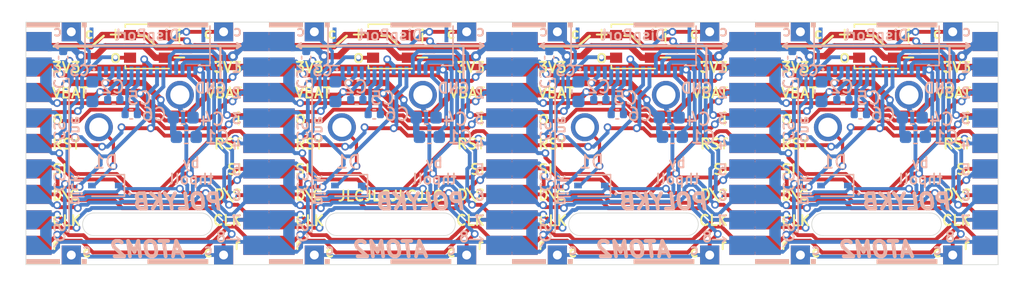
<source format=kicad_pcb>
(kicad_pcb (version 20171130) (host pcbnew "(5.1.9)-1")
  (layers (0 F.Cu signal) (31 B.Cu signal) (34 B.Paste user) (35 F.Paste user) (36 B.SilkS user) (37 F.SilkS user) (38 B.Mask user) (39 F.Mask user) (44 Edge.Cuts user))
  (net 0 "")
  (net 1 /Keyboard/sheet605ED2EB/GND)
  (net 2 /Keyboard/sheet605ED2EB/3V3)
  (net 3 /Keyboard/sheet605ED2EB/4V2)
  (net 4 "Net-(C4-Pad1)")
  (net 5 "Net-(C5-Pad2)")
  (net 6 "Net-(C5-Pad1)")
  (net 7 "Net-(C6-Pad2)")
  (net 8 "Net-(C6-Pad1)")
  (net 9 /Keyboard/sheet605ED2EB/CS)
  (net 10 /Keyboard/sheet605ED2EB/RESET)
  (net 11 /Keyboard/sheet605ED2EB/D-C)
  (net 12 /Keyboard/sheet605ED2EB/SCLK)
  (net 13 /Keyboard/sheet605ED2EB/SDIN)
  (net 14 /Keyboard/sheet605ED2EB/LED_DOUT)
  (net 15 /Keyboard/sheet605ED2EB/LED_DIN)
  (net 16 /Keyboard/sheet605ED2EB/5V)
  (net 17 "Net-(D1-Pad2)")
  (net 18 /Keyboard/sheet605ED2EB/KeyRow)
  (net 19 /Keyboard/sheet605ED2EB/KeyCol)
  (net 20 CS8)
  (net 21 CS7)
  (net 22 CS6)
  (net 23 CS5)
  (net 24 CS4)
  (net 25 CS3)
  (net 26 CS2)
  (net 27 CS1)
  (module poly_kb:WS2812B-Mini (layer F.Cu) (at 162.1155 87.3125)
    (fp_text reference LED1 hide)
    (fp_text value WS2812B-Mini)
    (fp_text user + (at -2.5 -1) (layer F.SilkS))
    (fp_text user - (at 2.5 0.8) (layer F.SilkS))
    (fp_text user o (at -2.5 0.8) (layer F.SilkS))
    (fp_text user i (at 2.5 -0.8) (layer F.SilkS))
    (pad 2 smd rect (at -1.365 0.89 90) (size 0.8 0.95) (layers F.Cu F.Paste F.Mask) (net 14 /Keyboard/sheet605ED2EB/LED_DOUT))
    (pad 3 smd rect (at 1.365 0.89 90) (size 0.8 0.95) (layers F.Cu F.Paste F.Mask) (net 1 /Keyboard/sheet605ED2EB/GND))
    (pad 1 smd rect (at -1.365 -0.89 90) (size 0.8 0.95) (layers F.Cu F.Paste F.Mask) (net 16 /Keyboard/sheet605ED2EB/5V))
    (pad 4 smd rect (at 1.365 -0.89 90) (size 0.8 0.95) (layers F.Cu F.Paste F.Mask) (net 15 /Keyboard/sheet605ED2EB/LED_DIN))
  )
  (module poly_kb:WS2812B-Mini (layer F.Cu) (at 143.0655 87.3125)
    (fp_text reference LED1 hide)
    (fp_text value WS2812B-Mini)
    (fp_text user + (at -2.5 -1) (layer F.SilkS))
    (fp_text user - (at 2.5 0.8) (layer F.SilkS))
    (fp_text user o (at -2.5 0.8) (layer F.SilkS))
    (fp_text user i (at 2.5 -0.8) (layer F.SilkS))
    (pad 2 smd rect (at -1.365 0.89 90) (size 0.8 0.95) (layers F.Cu F.Paste F.Mask) (net 14 /Keyboard/sheet605ED2EB/LED_DOUT))
    (pad 3 smd rect (at 1.365 0.89 90) (size 0.8 0.95) (layers F.Cu F.Paste F.Mask) (net 1 /Keyboard/sheet605ED2EB/GND))
    (pad 1 smd rect (at -1.365 -0.89 90) (size 0.8 0.95) (layers F.Cu F.Paste F.Mask) (net 16 /Keyboard/sheet605ED2EB/5V))
    (pad 4 smd rect (at 1.365 -0.89 90) (size 0.8 0.95) (layers F.Cu F.Paste F.Mask) (net 15 /Keyboard/sheet605ED2EB/LED_DIN))
  )
  (module poly_kb:WS2812B-Mini (layer F.Cu) (at 124.0155 87.3125)
    (fp_text reference LED1 hide)
    (fp_text value WS2812B-Mini)
    (fp_text user + (at -2.5 -1) (layer F.SilkS))
    (fp_text user - (at 2.5 0.8) (layer F.SilkS))
    (fp_text user o (at -2.5 0.8) (layer F.SilkS))
    (fp_text user i (at 2.5 -0.8) (layer F.SilkS))
    (pad 2 smd rect (at -1.365 0.89 90) (size 0.8 0.95) (layers F.Cu F.Paste F.Mask) (net 14 /Keyboard/sheet605ED2EB/LED_DOUT))
    (pad 3 smd rect (at 1.365 0.89 90) (size 0.8 0.95) (layers F.Cu F.Paste F.Mask) (net 1 /Keyboard/sheet605ED2EB/GND))
    (pad 1 smd rect (at -1.365 -0.89 90) (size 0.8 0.95) (layers F.Cu F.Paste F.Mask) (net 16 /Keyboard/sheet605ED2EB/5V))
    (pad 4 smd rect (at 1.365 -0.89 90) (size 0.8 0.95) (layers F.Cu F.Paste F.Mask) (net 15 /Keyboard/sheet605ED2EB/LED_DIN))
  )
  (module Capacitor_SMD:C_0603_1608Metric (layer B.Cu) (at 165.1635 94.4245 180)
    (fp_text reference C1 (at -2.413 0) (layer B.SilkS) (effects (justify mirror)))
    (fp_text value 2.2uF)
    (pad 1 smd roundrect (at -0.775 0 180) (size 0.9 0.95) (layers B.Cu B.Paste B.Mask) (net 2 /Keyboard/sheet605ED2EB/3V3))
    (pad 2 smd roundrect (at 0.775 0 180) (size 0.9 0.95) (layers B.Cu B.Paste B.Mask) (net 1 /Keyboard/sheet605ED2EB/GND))
  )
  (module Capacitor_SMD:C_0603_1608Metric (layer B.Cu) (at 146.1135 94.4245 180)
    (fp_text reference C1 (at -2.413 0) (layer B.SilkS) (effects (justify mirror)))
    (fp_text value 2.2uF)
    (pad 1 smd roundrect (at -0.775 0 180) (size 0.9 0.95) (layers B.Cu B.Paste B.Mask) (net 2 /Keyboard/sheet605ED2EB/3V3))
    (pad 2 smd roundrect (at 0.775 0 180) (size 0.9 0.95) (layers B.Cu B.Paste B.Mask) (net 1 /Keyboard/sheet605ED2EB/GND))
  )
  (module Capacitor_SMD:C_0603_1608Metric (layer B.Cu) (at 127.0635 94.4245 180)
    (fp_text reference C1 (at -2.413 0) (layer B.SilkS) (effects (justify mirror)))
    (fp_text value 2.2uF)
    (pad 1 smd roundrect (at -0.775 0 180) (size 0.9 0.95) (layers B.Cu B.Paste B.Mask) (net 2 /Keyboard/sheet605ED2EB/3V3))
    (pad 2 smd roundrect (at 0.775 0 180) (size 0.9 0.95) (layers B.Cu B.Paste B.Mask) (net 1 /Keyboard/sheet605ED2EB/GND))
  )
  (module Capacitor_SMD:C_0402_1005Metric (layer B.Cu) (at 155.5115 88.2015 90)
    (fp_text reference C3 (at -1.016 1.27 180) (layer B.SilkS) (effects (font (size 0.8 0.8) (thickness 0.153)) (justify mirror)))
    (fp_text value 1uF)
    (pad 1 smd roundrect (at -0.48 0 90) (size 0.56 0.62) (layers B.Cu B.Paste B.Mask) (net 2 /Keyboard/sheet605ED2EB/3V3))
    (pad 2 smd roundrect (at 0.48 0 90) (size 0.56 0.62) (layers B.Cu B.Paste B.Mask) (net 1 /Keyboard/sheet605ED2EB/GND))
  )
  (module Capacitor_SMD:C_0402_1005Metric (layer B.Cu) (at 136.4615 88.2015 90)
    (fp_text reference C3 (at -1.016 1.27 180) (layer B.SilkS) (effects (font (size 0.8 0.8) (thickness 0.153)) (justify mirror)))
    (fp_text value 1uF)
    (pad 1 smd roundrect (at -0.48 0 90) (size 0.56 0.62) (layers B.Cu B.Paste B.Mask) (net 2 /Keyboard/sheet605ED2EB/3V3))
    (pad 2 smd roundrect (at 0.48 0 90) (size 0.56 0.62) (layers B.Cu B.Paste B.Mask) (net 1 /Keyboard/sheet605ED2EB/GND))
  )
  (module Capacitor_SMD:C_0402_1005Metric (layer B.Cu) (at 117.4115 88.2015 90)
    (fp_text reference C3 (at -1.016 1.27 180) (layer B.SilkS) (effects (font (size 0.8 0.8) (thickness 0.153)) (justify mirror)))
    (fp_text value 1uF)
    (pad 1 smd roundrect (at -0.48 0 90) (size 0.56 0.62) (layers B.Cu B.Paste B.Mask) (net 2 /Keyboard/sheet605ED2EB/3V3))
    (pad 2 smd roundrect (at 0.48 0 90) (size 0.56 0.62) (layers B.Cu B.Paste B.Mask) (net 1 /Keyboard/sheet605ED2EB/GND))
  )
  (module Capacitor_SMD:C_0402_1005Metric (layer B.Cu) (at 159.4765 91.5035)
    (fp_text reference C5 (at 2.004 -0.127) (layer B.SilkS) (effects (justify mirror)))
    (fp_text value 1uF)
    (pad 1 smd roundrect (at -0.48 0) (size 0.56 0.62) (layers B.Cu B.Paste B.Mask) (net 6 "Net-(C5-Pad1)"))
    (pad 2 smd roundrect (at 0.48 0) (size 0.56 0.62) (layers B.Cu B.Paste B.Mask) (net 5 "Net-(C5-Pad2)"))
  )
  (module Capacitor_SMD:C_0402_1005Metric (layer B.Cu) (at 140.4265 91.5035)
    (fp_text reference C5 (at 2.004 -0.127) (layer B.SilkS) (effects (justify mirror)))
    (fp_text value 1uF)
    (pad 1 smd roundrect (at -0.48 0) (size 0.56 0.62) (layers B.Cu B.Paste B.Mask) (net 6 "Net-(C5-Pad1)"))
    (pad 2 smd roundrect (at 0.48 0) (size 0.56 0.62) (layers B.Cu B.Paste B.Mask) (net 5 "Net-(C5-Pad2)"))
  )
  (module Capacitor_SMD:C_0402_1005Metric (layer B.Cu) (at 121.3765 91.5035)
    (fp_text reference C5 (at 2.004 -0.127) (layer B.SilkS) (effects (justify mirror)))
    (fp_text value 1uF)
    (pad 1 smd roundrect (at -0.48 0) (size 0.56 0.62) (layers B.Cu B.Paste B.Mask) (net 6 "Net-(C5-Pad1)"))
    (pad 2 smd roundrect (at 0.48 0) (size 0.56 0.62) (layers B.Cu B.Paste B.Mask) (net 5 "Net-(C5-Pad2)"))
  )
  (module Capacitor_SMD:C_0402_1005Metric (layer B.Cu) (at 160.8455 92.6465)
    (fp_text reference C6 (at 1.778 0) (layer B.SilkS) (effects (justify mirror)))
    (fp_text value 1uF)
    (pad 1 smd roundrect (at -0.48 0) (size 0.56 0.62) (layers B.Cu B.Paste B.Mask) (net 8 "Net-(C6-Pad1)"))
    (pad 2 smd roundrect (at 0.48 0) (size 0.56 0.62) (layers B.Cu B.Paste B.Mask) (net 7 "Net-(C6-Pad2)"))
  )
  (module Capacitor_SMD:C_0402_1005Metric (layer B.Cu) (at 141.7955 92.6465)
    (fp_text reference C6 (at 1.778 0) (layer B.SilkS) (effects (justify mirror)))
    (fp_text value 1uF)
    (pad 1 smd roundrect (at -0.48 0) (size 0.56 0.62) (layers B.Cu B.Paste B.Mask) (net 8 "Net-(C6-Pad1)"))
    (pad 2 smd roundrect (at 0.48 0) (size 0.56 0.62) (layers B.Cu B.Paste B.Mask) (net 7 "Net-(C6-Pad2)"))
  )
  (module Capacitor_SMD:C_0402_1005Metric (layer B.Cu) (at 122.7455 92.6465)
    (fp_text reference C6 (at 1.778 0) (layer B.SilkS) (effects (justify mirror)))
    (fp_text value 1uF)
    (pad 1 smd roundrect (at -0.48 0) (size 0.56 0.62) (layers B.Cu B.Paste B.Mask) (net 8 "Net-(C6-Pad1)"))
    (pad 2 smd roundrect (at 0.48 0) (size 0.56 0.62) (layers B.Cu B.Paste B.Mask) (net 7 "Net-(C6-Pad2)"))
  )
  (module Capacitor_SMD:C_0603_1608Metric (layer B.Cu) (at 157.7975 90.8685 90)
    (fp_text reference C2 (at 0.381 1.5494 180) (layer B.SilkS) (effects (justify mirror)))
    (fp_text value 2.2uF)
    (pad 1 smd roundrect (at -0.775 0 90) (size 0.9 0.95) (layers B.Cu B.Paste B.Mask) (net 3 /Keyboard/sheet605ED2EB/4V2))
    (pad 2 smd roundrect (at 0.775 0 90) (size 0.9 0.95) (layers B.Cu B.Paste B.Mask) (net 1 /Keyboard/sheet605ED2EB/GND))
  )
  (module Capacitor_SMD:C_0603_1608Metric (layer B.Cu) (at 138.7475 90.8685 90)
    (fp_text reference C2 (at 0.381 1.5494 180) (layer B.SilkS) (effects (justify mirror)))
    (fp_text value 2.2uF)
    (pad 1 smd roundrect (at -0.775 0 90) (size 0.9 0.95) (layers B.Cu B.Paste B.Mask) (net 3 /Keyboard/sheet605ED2EB/4V2))
    (pad 2 smd roundrect (at 0.775 0 90) (size 0.9 0.95) (layers B.Cu B.Paste B.Mask) (net 1 /Keyboard/sheet605ED2EB/GND))
  )
  (module Capacitor_SMD:C_0603_1608Metric (layer B.Cu) (at 119.6975 90.8685 90)
    (fp_text reference C2 (at 0.381 1.5494 180) (layer B.SilkS) (effects (justify mirror)))
    (fp_text value 2.2uF)
    (pad 1 smd roundrect (at -0.775 0 90) (size 0.9 0.95) (layers B.Cu B.Paste B.Mask) (net 3 /Keyboard/sheet605ED2EB/4V2))
    (pad 2 smd roundrect (at 0.775 0 90) (size 0.9 0.95) (layers B.Cu B.Paste B.Mask) (net 1 /Keyboard/sheet605ED2EB/GND))
  )
  (module poly_kb:AtomConnectCS (layer B.Cu) (at 153.6065 94.9325 270)
    (fp_text reference J5 hide)
    (fp_text value WestBack)
    (pad 1 smd rect (at -8 0 270) (size 1.5 2) (layers B.Cu B.Paste B.Mask) (net 1 /Keyboard/sheet605ED2EB/GND))
    (pad 2 smd custom (at -6 0.5 90) (size 1 1) (layers B.Cu B.Paste B.Mask) (net 27 CS1) (options (clearance outline) (anchor rect)) (primitives (gr_poly (pts (xy -0.75 0.3) (xy -0.75 -0.5) (xy 0.75 -0.5) (xy 0.75 1.5) (xy 0.45 1.5)) (width 0))))
    (pad 3 smd custom (at -4 0.5 90) (size 1 1) (layers B.Cu B.Paste B.Mask) (net 26 CS2) (options (clearance outline) (anchor rect)) (primitives (gr_poly (pts (xy 0.75 0.3) (xy 0.75 -0.5) (xy -0.75 -0.5) (xy -0.75 1.5) (xy -0.45 1.5)) (width 0))))
    (pad 4 smd custom (at -2 0.5 90) (size 1 1) (layers B.Cu B.Paste B.Mask) (net 25 CS3) (options (clearance outline) (anchor rect)) (primitives (gr_poly (pts (xy -0.75 0.3) (xy -0.75 -0.5) (xy 0.75 -0.5) (xy 0.75 1.5) (xy 0.45 1.5)) (width 0))))
    (pad 5 smd custom (at 0 0.5 90) (size 1 1) (layers B.Cu B.Paste B.Mask) (net 24 CS4) (options (clearance outline) (anchor rect)) (primitives (gr_poly (pts (xy 0.75 0.3) (xy 0.75 -0.5) (xy -0.75 -0.5) (xy -0.75 1.5) (xy -0.45 1.5)) (width 0))))
    (pad 6 smd custom (at 2 0.5 90) (size 1 1) (layers B.Cu B.Paste B.Mask) (net 23 CS5) (options (clearance outline) (anchor rect)) (primitives (gr_poly (pts (xy -0.75 0.3) (xy -0.75 -0.5) (xy 0.75 -0.5) (xy 0.75 1.5) (xy 0.45 1.5)) (width 0))))
    (pad 7 smd custom (at 4 0.5 90) (size 1 1) (layers B.Cu B.Paste B.Mask) (net 22 CS6) (options (clearance outline) (anchor rect)) (primitives (gr_poly (pts (xy 0.75 0.3) (xy 0.75 -0.5) (xy -0.75 -0.5) (xy -0.75 1.5) (xy -0.45 1.5)) (width 0))))
    (pad 8 smd custom (at 6 0.5 90) (size 1 1) (layers B.Cu B.Paste B.Mask) (net 21 CS7) (options (clearance outline) (anchor rect)) (primitives (gr_poly (pts (xy -0.75 0.3) (xy -0.75 -0.5) (xy 0.75 -0.5) (xy 0.75 1.5) (xy 0.45 1.5)) (width 0))))
    (pad 9 smd custom (at 8 0.5 90) (size 1 1) (layers B.Cu B.Paste B.Mask) (net 20 CS8) (options (clearance outline) (anchor rect)) (primitives (gr_poly (pts (xy 0.75 0.3) (xy 0.75 -0.5) (xy -0.75 -0.5) (xy -0.75 1.5) (xy -0.45 1.5)) (width 0))))
    (pad 10 smd custom (at -5.5 -0.75 270) (size 0.5 0.5) (layers B.Cu B.Paste B.Mask) (net 9 /Keyboard/sheet605ED2EB/CS) (options (clearance outline) (anchor circle)) (primitives (gr_poly (pts (xy 0.75 0.65) (xy 1.65 -0.25) (xy 0.75 -0.25)) (width 0)) (gr_poly (pts (xy 0.25 0.65) (xy -0.65 -0.25) (xy 0.25 -0.25)) (width 0)) (gr_poly (pts (xy 0.75 -0.25) (xy 0.25 -0.25) (xy 0.25 0.65) (xy 0.75 0.65)) (width 0))))
    (pad 10 smd custom (at -1.5 -0.75 270) (size 0.5 0.5) (layers B.Cu B.Paste B.Mask) (net 9 /Keyboard/sheet605ED2EB/CS) (options (clearance outline) (anchor circle)) (primitives (gr_poly (pts (xy 0.75 0.65) (xy 1.65 -0.25) (xy 0.75 -0.25)) (width 0)) (gr_poly (pts (xy 0.25 0.65) (xy -0.65 -0.25) (xy 0.25 -0.25)) (width 0)) (gr_poly (pts (xy 0.75 -0.25) (xy 0.25 -0.25) (xy 0.25 0.65) (xy 0.75 0.65)) (width 0))))
    (pad 10 smd custom (at 2.5 -0.75 270) (size 0.5 0.5) (layers B.Cu B.Paste B.Mask) (net 9 /Keyboard/sheet605ED2EB/CS) (options (clearance outline) (anchor circle)) (primitives (gr_poly (pts (xy 0.75 0.65) (xy 1.65 -0.25) (xy 0.75 -0.25)) (width 0)) (gr_poly (pts (xy 0.25 0.65) (xy -0.65 -0.25) (xy 0.25 -0.25)) (width 0)) (gr_poly (pts (xy 0.75 -0.25) (xy 0.25 -0.25) (xy 0.25 0.65) (xy 0.75 0.65)) (width 0))))
    (pad 10 smd custom (at 6.5 -0.75 270) (size 0.5 0.5) (layers B.Cu B.Paste B.Mask) (net 9 /Keyboard/sheet605ED2EB/CS) (options (clearance outline) (anchor circle)) (primitives (gr_poly (pts (xy 0.75 0.65) (xy 1.65 -0.25) (xy 0.75 -0.25)) (width 0)) (gr_poly (pts (xy 0.25 0.65) (xy -0.65 -0.25) (xy 0.25 -0.25)) (width 0)) (gr_poly (pts (xy 0.75 -0.25) (xy 0.25 -0.25) (xy 0.25 0.65) (xy 0.75 0.65)) (width 0))))
  )
  (module poly_kb:AtomConnectCS (layer B.Cu) (at 134.5565 94.9325 270)
    (fp_text reference J5 hide)
    (fp_text value WestBack)
    (pad 1 smd rect (at -8 0 270) (size 1.5 2) (layers B.Cu B.Paste B.Mask) (net 1 /Keyboard/sheet605ED2EB/GND))
    (pad 2 smd custom (at -6 0.5 90) (size 1 1) (layers B.Cu B.Paste B.Mask) (net 27 CS1) (options (clearance outline) (anchor rect)) (primitives (gr_poly (pts (xy -0.75 0.3) (xy -0.75 -0.5) (xy 0.75 -0.5) (xy 0.75 1.5) (xy 0.45 1.5)) (width 0))))
    (pad 3 smd custom (at -4 0.5 90) (size 1 1) (layers B.Cu B.Paste B.Mask) (net 26 CS2) (options (clearance outline) (anchor rect)) (primitives (gr_poly (pts (xy 0.75 0.3) (xy 0.75 -0.5) (xy -0.75 -0.5) (xy -0.75 1.5) (xy -0.45 1.5)) (width 0))))
    (pad 4 smd custom (at -2 0.5 90) (size 1 1) (layers B.Cu B.Paste B.Mask) (net 25 CS3) (options (clearance outline) (anchor rect)) (primitives (gr_poly (pts (xy -0.75 0.3) (xy -0.75 -0.5) (xy 0.75 -0.5) (xy 0.75 1.5) (xy 0.45 1.5)) (width 0))))
    (pad 5 smd custom (at 0 0.5 90) (size 1 1) (layers B.Cu B.Paste B.Mask) (net 24 CS4) (options (clearance outline) (anchor rect)) (primitives (gr_poly (pts (xy 0.75 0.3) (xy 0.75 -0.5) (xy -0.75 -0.5) (xy -0.75 1.5) (xy -0.45 1.5)) (width 0))))
    (pad 6 smd custom (at 2 0.5 90) (size 1 1) (layers B.Cu B.Paste B.Mask) (net 23 CS5) (options (clearance outline) (anchor rect)) (primitives (gr_poly (pts (xy -0.75 0.3) (xy -0.75 -0.5) (xy 0.75 -0.5) (xy 0.75 1.5) (xy 0.45 1.5)) (width 0))))
    (pad 7 smd custom (at 4 0.5 90) (size 1 1) (layers B.Cu B.Paste B.Mask) (net 22 CS6) (options (clearance outline) (anchor rect)) (primitives (gr_poly (pts (xy 0.75 0.3) (xy 0.75 -0.5) (xy -0.75 -0.5) (xy -0.75 1.5) (xy -0.45 1.5)) (width 0))))
    (pad 8 smd custom (at 6 0.5 90) (size 1 1) (layers B.Cu B.Paste B.Mask) (net 21 CS7) (options (clearance outline) (anchor rect)) (primitives (gr_poly (pts (xy -0.75 0.3) (xy -0.75 -0.5) (xy 0.75 -0.5) (xy 0.75 1.5) (xy 0.45 1.5)) (width 0))))
    (pad 9 smd custom (at 8 0.5 90) (size 1 1) (layers B.Cu B.Paste B.Mask) (net 20 CS8) (options (clearance outline) (anchor rect)) (primitives (gr_poly (pts (xy 0.75 0.3) (xy 0.75 -0.5) (xy -0.75 -0.5) (xy -0.75 1.5) (xy -0.45 1.5)) (width 0))))
    (pad 10 smd custom (at -5.5 -0.75 270) (size 0.5 0.5) (layers B.Cu B.Paste B.Mask) (net 9 /Keyboard/sheet605ED2EB/CS) (options (clearance outline) (anchor circle)) (primitives (gr_poly (pts (xy 0.75 0.65) (xy 1.65 -0.25) (xy 0.75 -0.25)) (width 0)) (gr_poly (pts (xy 0.25 0.65) (xy -0.65 -0.25) (xy 0.25 -0.25)) (width 0)) (gr_poly (pts (xy 0.75 -0.25) (xy 0.25 -0.25) (xy 0.25 0.65) (xy 0.75 0.65)) (width 0))))
    (pad 10 smd custom (at -1.5 -0.75 270) (size 0.5 0.5) (layers B.Cu B.Paste B.Mask) (net 9 /Keyboard/sheet605ED2EB/CS) (options (clearance outline) (anchor circle)) (primitives (gr_poly (pts (xy 0.75 0.65) (xy 1.65 -0.25) (xy 0.75 -0.25)) (width 0)) (gr_poly (pts (xy 0.25 0.65) (xy -0.65 -0.25) (xy 0.25 -0.25)) (width 0)) (gr_poly (pts (xy 0.75 -0.25) (xy 0.25 -0.25) (xy 0.25 0.65) (xy 0.75 0.65)) (width 0))))
    (pad 10 smd custom (at 2.5 -0.75 270) (size 0.5 0.5) (layers B.Cu B.Paste B.Mask) (net 9 /Keyboard/sheet605ED2EB/CS) (options (clearance outline) (anchor circle)) (primitives (gr_poly (pts (xy 0.75 0.65) (xy 1.65 -0.25) (xy 0.75 -0.25)) (width 0)) (gr_poly (pts (xy 0.25 0.65) (xy -0.65 -0.25) (xy 0.25 -0.25)) (width 0)) (gr_poly (pts (xy 0.75 -0.25) (xy 0.25 -0.25) (xy 0.25 0.65) (xy 0.75 0.65)) (width 0))))
    (pad 10 smd custom (at 6.5 -0.75 270) (size 0.5 0.5) (layers B.Cu B.Paste B.Mask) (net 9 /Keyboard/sheet605ED2EB/CS) (options (clearance outline) (anchor circle)) (primitives (gr_poly (pts (xy 0.75 0.65) (xy 1.65 -0.25) (xy 0.75 -0.25)) (width 0)) (gr_poly (pts (xy 0.25 0.65) (xy -0.65 -0.25) (xy 0.25 -0.25)) (width 0)) (gr_poly (pts (xy 0.75 -0.25) (xy 0.25 -0.25) (xy 0.25 0.65) (xy 0.75 0.65)) (width 0))))
  )
  (module poly_kb:AtomConnectCS (layer B.Cu) (at 115.5065 94.9325 270)
    (fp_text reference J5 hide)
    (fp_text value WestBack)
    (pad 1 smd rect (at -8 0 270) (size 1.5 2) (layers B.Cu B.Paste B.Mask) (net 1 /Keyboard/sheet605ED2EB/GND))
    (pad 2 smd custom (at -6 0.5 90) (size 1 1) (layers B.Cu B.Paste B.Mask) (net 27 CS1) (options (clearance outline) (anchor rect)) (primitives (gr_poly (pts (xy -0.75 0.3) (xy -0.75 -0.5) (xy 0.75 -0.5) (xy 0.75 1.5) (xy 0.45 1.5)) (width 0))))
    (pad 3 smd custom (at -4 0.5 90) (size 1 1) (layers B.Cu B.Paste B.Mask) (net 26 CS2) (options (clearance outline) (anchor rect)) (primitives (gr_poly (pts (xy 0.75 0.3) (xy 0.75 -0.5) (xy -0.75 -0.5) (xy -0.75 1.5) (xy -0.45 1.5)) (width 0))))
    (pad 4 smd custom (at -2 0.5 90) (size 1 1) (layers B.Cu B.Paste B.Mask) (net 25 CS3) (options (clearance outline) (anchor rect)) (primitives (gr_poly (pts (xy -0.75 0.3) (xy -0.75 -0.5) (xy 0.75 -0.5) (xy 0.75 1.5) (xy 0.45 1.5)) (width 0))))
    (pad 5 smd custom (at 0 0.5 90) (size 1 1) (layers B.Cu B.Paste B.Mask) (net 24 CS4) (options (clearance outline) (anchor rect)) (primitives (gr_poly (pts (xy 0.75 0.3) (xy 0.75 -0.5) (xy -0.75 -0.5) (xy -0.75 1.5) (xy -0.45 1.5)) (width 0))))
    (pad 6 smd custom (at 2 0.5 90) (size 1 1) (layers B.Cu B.Paste B.Mask) (net 23 CS5) (options (clearance outline) (anchor rect)) (primitives (gr_poly (pts (xy -0.75 0.3) (xy -0.75 -0.5) (xy 0.75 -0.5) (xy 0.75 1.5) (xy 0.45 1.5)) (width 0))))
    (pad 7 smd custom (at 4 0.5 90) (size 1 1) (layers B.Cu B.Paste B.Mask) (net 22 CS6) (options (clearance outline) (anchor rect)) (primitives (gr_poly (pts (xy 0.75 0.3) (xy 0.75 -0.5) (xy -0.75 -0.5) (xy -0.75 1.5) (xy -0.45 1.5)) (width 0))))
    (pad 8 smd custom (at 6 0.5 90) (size 1 1) (layers B.Cu B.Paste B.Mask) (net 21 CS7) (options (clearance outline) (anchor rect)) (primitives (gr_poly (pts (xy -0.75 0.3) (xy -0.75 -0.5) (xy 0.75 -0.5) (xy 0.75 1.5) (xy 0.45 1.5)) (width 0))))
    (pad 9 smd custom (at 8 0.5 90) (size 1 1) (layers B.Cu B.Paste B.Mask) (net 20 CS8) (options (clearance outline) (anchor rect)) (primitives (gr_poly (pts (xy 0.75 0.3) (xy 0.75 -0.5) (xy -0.75 -0.5) (xy -0.75 1.5) (xy -0.45 1.5)) (width 0))))
    (pad 10 smd custom (at -5.5 -0.75 270) (size 0.5 0.5) (layers B.Cu B.Paste B.Mask) (net 9 /Keyboard/sheet605ED2EB/CS) (options (clearance outline) (anchor circle)) (primitives (gr_poly (pts (xy 0.75 0.65) (xy 1.65 -0.25) (xy 0.75 -0.25)) (width 0)) (gr_poly (pts (xy 0.25 0.65) (xy -0.65 -0.25) (xy 0.25 -0.25)) (width 0)) (gr_poly (pts (xy 0.75 -0.25) (xy 0.25 -0.25) (xy 0.25 0.65) (xy 0.75 0.65)) (width 0))))
    (pad 10 smd custom (at -1.5 -0.75 270) (size 0.5 0.5) (layers B.Cu B.Paste B.Mask) (net 9 /Keyboard/sheet605ED2EB/CS) (options (clearance outline) (anchor circle)) (primitives (gr_poly (pts (xy 0.75 0.65) (xy 1.65 -0.25) (xy 0.75 -0.25)) (width 0)) (gr_poly (pts (xy 0.25 0.65) (xy -0.65 -0.25) (xy 0.25 -0.25)) (width 0)) (gr_poly (pts (xy 0.75 -0.25) (xy 0.25 -0.25) (xy 0.25 0.65) (xy 0.75 0.65)) (width 0))))
    (pad 10 smd custom (at 2.5 -0.75 270) (size 0.5 0.5) (layers B.Cu B.Paste B.Mask) (net 9 /Keyboard/sheet605ED2EB/CS) (options (clearance outline) (anchor circle)) (primitives (gr_poly (pts (xy 0.75 0.65) (xy 1.65 -0.25) (xy 0.75 -0.25)) (width 0)) (gr_poly (pts (xy 0.25 0.65) (xy -0.65 -0.25) (xy 0.25 -0.25)) (width 0)) (gr_poly (pts (xy 0.75 -0.25) (xy 0.25 -0.25) (xy 0.25 0.65) (xy 0.75 0.65)) (width 0))))
    (pad 10 smd custom (at 6.5 -0.75 270) (size 0.5 0.5) (layers B.Cu B.Paste B.Mask) (net 9 /Keyboard/sheet605ED2EB/CS) (options (clearance outline) (anchor circle)) (primitives (gr_poly (pts (xy 0.75 0.65) (xy 1.65 -0.25) (xy 0.75 -0.25)) (width 0)) (gr_poly (pts (xy 0.25 0.65) (xy -0.65 -0.25) (xy 0.25 -0.25)) (width 0)) (gr_poly (pts (xy 0.75 -0.25) (xy 0.25 -0.25) (xy 0.25 0.65) (xy 0.75 0.65)) (width 0))))
  )
  (module poly_kb:FPC_16_JUSHUO_AFC05_S16FIA_00 (layer B.Cu) (at 162.1155 89.2175)
    (fp_text reference J1 hide)
    (fp_text value Conn_01x16)
    (pad 1 smd rect (at -3.75 0) (size 0.3 0.65) (layers B.Cu B.Paste B.Mask) (net 1 /Keyboard/sheet605ED2EB/GND))
    (pad 2 smd rect (at -3.25 0) (size 0.3 0.65) (layers B.Cu B.Paste B.Mask))
    (pad 3 smd rect (at -2.75 0) (size 0.3 0.65) (layers B.Cu B.Paste B.Mask) (net 1 /Keyboard/sheet605ED2EB/GND))
    (pad 4 smd rect (at -2.25 0) (size 0.3 0.65) (layers B.Cu B.Paste B.Mask) (net 6 "Net-(C5-Pad1)"))
    (pad 5 smd rect (at -1.75 0) (size 0.3 0.65) (layers B.Cu B.Paste B.Mask) (net 5 "Net-(C5-Pad2)"))
    (pad 6 smd rect (at -1.25 0) (size 0.3 0.65) (layers B.Cu B.Paste B.Mask) (net 8 "Net-(C6-Pad1)"))
    (pad 7 smd rect (at -0.75 0) (size 0.3 0.65) (layers B.Cu B.Paste B.Mask) (net 7 "Net-(C6-Pad2)"))
    (pad 8 smd rect (at -0.25 0) (size 0.3 0.65) (layers B.Cu B.Paste B.Mask) (net 3 /Keyboard/sheet605ED2EB/4V2))
    (pad 9 smd rect (at 0.25 0) (size 0.3 0.65) (layers B.Cu B.Paste B.Mask) (net 2 /Keyboard/sheet605ED2EB/3V3))
    (pad 10 smd rect (at 0.75 0) (size 0.3 0.65) (layers B.Cu B.Paste B.Mask) (net 9 /Keyboard/sheet605ED2EB/CS))
    (pad 11 smd rect (at 1.25 0) (size 0.3 0.65) (layers B.Cu B.Paste B.Mask) (net 10 /Keyboard/sheet605ED2EB/RESET))
    (pad 12 smd rect (at 1.75 0) (size 0.3 0.65) (layers B.Cu B.Paste B.Mask) (net 11 /Keyboard/sheet605ED2EB/D-C))
    (pad 13 smd rect (at 2.25 0) (size 0.3 0.65) (layers B.Cu B.Paste B.Mask) (net 12 /Keyboard/sheet605ED2EB/SCLK))
    (pad 14 smd rect (at 2.75 0) (size 0.3 0.65) (layers B.Cu B.Paste B.Mask) (net 13 /Keyboard/sheet605ED2EB/SDIN))
    (pad 15 smd rect (at 3.25 0) (size 0.3 0.65) (layers B.Cu B.Paste B.Mask) (net 4 "Net-(C4-Pad1)"))
    (pad 16 smd rect (at 3.75 0) (size 0.3 0.65) (layers B.Cu B.Paste B.Mask) (net 2 /Keyboard/sheet605ED2EB/3V3))
    (pad 0 smd rect (at -4.385 -2.81) (size 0.3 1.15) (layers B.Cu B.Paste B.Mask))
    (pad 0 smd rect (at 4.385 -2.81) (size 0.3 1.15) (layers B.Cu B.Paste B.Mask))
  )
  (module poly_kb:FPC_16_JUSHUO_AFC05_S16FIA_00 (layer B.Cu) (at 143.0655 89.2175)
    (fp_text reference J1 hide)
    (fp_text value Conn_01x16)
    (pad 1 smd rect (at -3.75 0) (size 0.3 0.65) (layers B.Cu B.Paste B.Mask) (net 1 /Keyboard/sheet605ED2EB/GND))
    (pad 2 smd rect (at -3.25 0) (size 0.3 0.65) (layers B.Cu B.Paste B.Mask))
    (pad 3 smd rect (at -2.75 0) (size 0.3 0.65) (layers B.Cu B.Paste B.Mask) (net 1 /Keyboard/sheet605ED2EB/GND))
    (pad 4 smd rect (at -2.25 0) (size 0.3 0.65) (layers B.Cu B.Paste B.Mask) (net 6 "Net-(C5-Pad1)"))
    (pad 5 smd rect (at -1.75 0) (size 0.3 0.65) (layers B.Cu B.Paste B.Mask) (net 5 "Net-(C5-Pad2)"))
    (pad 6 smd rect (at -1.25 0) (size 0.3 0.65) (layers B.Cu B.Paste B.Mask) (net 8 "Net-(C6-Pad1)"))
    (pad 7 smd rect (at -0.75 0) (size 0.3 0.65) (layers B.Cu B.Paste B.Mask) (net 7 "Net-(C6-Pad2)"))
    (pad 8 smd rect (at -0.25 0) (size 0.3 0.65) (layers B.Cu B.Paste B.Mask) (net 3 /Keyboard/sheet605ED2EB/4V2))
    (pad 9 smd rect (at 0.25 0) (size 0.3 0.65) (layers B.Cu B.Paste B.Mask) (net 2 /Keyboard/sheet605ED2EB/3V3))
    (pad 10 smd rect (at 0.75 0) (size 0.3 0.65) (layers B.Cu B.Paste B.Mask) (net 9 /Keyboard/sheet605ED2EB/CS))
    (pad 11 smd rect (at 1.25 0) (size 0.3 0.65) (layers B.Cu B.Paste B.Mask) (net 10 /Keyboard/sheet605ED2EB/RESET))
    (pad 12 smd rect (at 1.75 0) (size 0.3 0.65) (layers B.Cu B.Paste B.Mask) (net 11 /Keyboard/sheet605ED2EB/D-C))
    (pad 13 smd rect (at 2.25 0) (size 0.3 0.65) (layers B.Cu B.Paste B.Mask) (net 12 /Keyboard/sheet605ED2EB/SCLK))
    (pad 14 smd rect (at 2.75 0) (size 0.3 0.65) (layers B.Cu B.Paste B.Mask) (net 13 /Keyboard/sheet605ED2EB/SDIN))
    (pad 15 smd rect (at 3.25 0) (size 0.3 0.65) (layers B.Cu B.Paste B.Mask) (net 4 "Net-(C4-Pad1)"))
    (pad 16 smd rect (at 3.75 0) (size 0.3 0.65) (layers B.Cu B.Paste B.Mask) (net 2 /Keyboard/sheet605ED2EB/3V3))
    (pad 0 smd rect (at -4.385 -2.81) (size 0.3 1.15) (layers B.Cu B.Paste B.Mask))
    (pad 0 smd rect (at 4.385 -2.81) (size 0.3 1.15) (layers B.Cu B.Paste B.Mask))
  )
  (module poly_kb:FPC_16_JUSHUO_AFC05_S16FIA_00 (layer B.Cu) (at 124.0155 89.2175)
    (fp_text reference J1 hide)
    (fp_text value Conn_01x16)
    (pad 1 smd rect (at -3.75 0) (size 0.3 0.65) (layers B.Cu B.Paste B.Mask) (net 1 /Keyboard/sheet605ED2EB/GND))
    (pad 2 smd rect (at -3.25 0) (size 0.3 0.65) (layers B.Cu B.Paste B.Mask))
    (pad 3 smd rect (at -2.75 0) (size 0.3 0.65) (layers B.Cu B.Paste B.Mask) (net 1 /Keyboard/sheet605ED2EB/GND))
    (pad 4 smd rect (at -2.25 0) (size 0.3 0.65) (layers B.Cu B.Paste B.Mask) (net 6 "Net-(C5-Pad1)"))
    (pad 5 smd rect (at -1.75 0) (size 0.3 0.65) (layers B.Cu B.Paste B.Mask) (net 5 "Net-(C5-Pad2)"))
    (pad 6 smd rect (at -1.25 0) (size 0.3 0.65) (layers B.Cu B.Paste B.Mask) (net 8 "Net-(C6-Pad1)"))
    (pad 7 smd rect (at -0.75 0) (size 0.3 0.65) (layers B.Cu B.Paste B.Mask) (net 7 "Net-(C6-Pad2)"))
    (pad 8 smd rect (at -0.25 0) (size 0.3 0.65) (layers B.Cu B.Paste B.Mask) (net 3 /Keyboard/sheet605ED2EB/4V2))
    (pad 9 smd rect (at 0.25 0) (size 0.3 0.65) (layers B.Cu B.Paste B.Mask) (net 2 /Keyboard/sheet605ED2EB/3V3))
    (pad 10 smd rect (at 0.75 0) (size 0.3 0.65) (layers B.Cu B.Paste B.Mask) (net 9 /Keyboard/sheet605ED2EB/CS))
    (pad 11 smd rect (at 1.25 0) (size 0.3 0.65) (layers B.Cu B.Paste B.Mask) (net 10 /Keyboard/sheet605ED2EB/RESET))
    (pad 12 smd rect (at 1.75 0) (size 0.3 0.65) (layers B.Cu B.Paste B.Mask) (net 11 /Keyboard/sheet605ED2EB/D-C))
    (pad 13 smd rect (at 2.25 0) (size 0.3 0.65) (layers B.Cu B.Paste B.Mask) (net 12 /Keyboard/sheet605ED2EB/SCLK))
    (pad 14 smd rect (at 2.75 0) (size 0.3 0.65) (layers B.Cu B.Paste B.Mask) (net 13 /Keyboard/sheet605ED2EB/SDIN))
    (pad 15 smd rect (at 3.25 0) (size 0.3 0.65) (layers B.Cu B.Paste B.Mask) (net 4 "Net-(C4-Pad1)"))
    (pad 16 smd rect (at 3.75 0) (size 0.3 0.65) (layers B.Cu B.Paste B.Mask) (net 2 /Keyboard/sheet605ED2EB/3V3))
    (pad 0 smd rect (at -4.385 -2.81) (size 0.3 1.15) (layers B.Cu B.Paste B.Mask))
    (pad 0 smd rect (at 4.385 -2.81) (size 0.3 1.15) (layers B.Cu B.Paste B.Mask))
  )
  (module poly_kb:SW_Cherry_MX_1.00u_PCB_NoSilk (layer F.Cu) (at 164.6555 91.1225)
    (fp_text reference SW1 hide)
    (fp_text value SW_Push)
    (pad "" np_thru_hole circle (at 2.54 5.08) (size 1.7 1.7) (drill 1.7) (layers *.Cu *.Mask))
    (pad "" np_thru_hole circle (at -7.62 5.08) (size 1.7 1.7) (drill 1.7) (layers *.Cu *.Mask))
    (pad "" np_thru_hole circle (at -2.54 5.08) (size 4 4) (drill 4) (layers *.Cu *.Mask))
    (pad 2 thru_hole circle (at -6.35 2.54) (size 2.2 2.2) (drill 1.5) (layers *.Cu *.Mask) (net 17 "Net-(D1-Pad2)"))
    (pad 1 thru_hole circle (at 0 0) (size 2.2 2.2) (drill 1.5) (layers *.Cu *.Mask) (net 18 /Keyboard/sheet605ED2EB/KeyRow))
  )
  (module poly_kb:SW_Cherry_MX_1.00u_PCB_NoSilk (layer F.Cu) (at 145.6055 91.1225)
    (fp_text reference SW1 hide)
    (fp_text value SW_Push)
    (pad "" np_thru_hole circle (at 2.54 5.08) (size 1.7 1.7) (drill 1.7) (layers *.Cu *.Mask))
    (pad "" np_thru_hole circle (at -7.62 5.08) (size 1.7 1.7) (drill 1.7) (layers *.Cu *.Mask))
    (pad "" np_thru_hole circle (at -2.54 5.08) (size 4 4) (drill 4) (layers *.Cu *.Mask))
    (pad 2 thru_hole circle (at -6.35 2.54) (size 2.2 2.2) (drill 1.5) (layers *.Cu *.Mask) (net 17 "Net-(D1-Pad2)"))
    (pad 1 thru_hole circle (at 0 0) (size 2.2 2.2) (drill 1.5) (layers *.Cu *.Mask) (net 18 /Keyboard/sheet605ED2EB/KeyRow))
  )
  (module poly_kb:SW_Cherry_MX_1.00u_PCB_NoSilk (layer F.Cu) (at 126.5555 91.1225)
    (fp_text reference SW1 hide)
    (fp_text value SW_Push)
    (pad "" np_thru_hole circle (at 2.54 5.08) (size 1.7 1.7) (drill 1.7) (layers *.Cu *.Mask))
    (pad "" np_thru_hole circle (at -7.62 5.08) (size 1.7 1.7) (drill 1.7) (layers *.Cu *.Mask))
    (pad "" np_thru_hole circle (at -2.54 5.08) (size 4 4) (drill 4) (layers *.Cu *.Mask))
    (pad 2 thru_hole circle (at -6.35 2.54) (size 2.2 2.2) (drill 1.5) (layers *.Cu *.Mask) (net 17 "Net-(D1-Pad2)"))
    (pad 1 thru_hole circle (at 0 0) (size 2.2 2.2) (drill 1.5) (layers *.Cu *.Mask) (net 18 /Keyboard/sheet605ED2EB/KeyRow))
  )
  (module Capacitor_SMD:C_0603_1608Metric (layer B.Cu) (at 164.9095 92.9005 180)
    (fp_text reference C4 (at -2.286 -0.127) (layer B.SilkS) (effects (justify mirror)))
    (fp_text value 4.7uF)
    (pad 1 smd roundrect (at -0.775 0 180) (size 0.9 0.95) (layers B.Cu B.Paste B.Mask) (net 4 "Net-(C4-Pad1)"))
    (pad 2 smd roundrect (at 0.775 0 180) (size 0.9 0.95) (layers B.Cu B.Paste B.Mask) (net 1 /Keyboard/sheet605ED2EB/GND))
  )
  (module Capacitor_SMD:C_0603_1608Metric (layer B.Cu) (at 145.8595 92.9005 180)
    (fp_text reference C4 (at -2.286 -0.127) (layer B.SilkS) (effects (justify mirror)))
    (fp_text value 4.7uF)
    (pad 1 smd roundrect (at -0.775 0 180) (size 0.9 0.95) (layers B.Cu B.Paste B.Mask) (net 4 "Net-(C4-Pad1)"))
    (pad 2 smd roundrect (at 0.775 0 180) (size 0.9 0.95) (layers B.Cu B.Paste B.Mask) (net 1 /Keyboard/sheet605ED2EB/GND))
  )
  (module Capacitor_SMD:C_0603_1608Metric (layer B.Cu) (at 126.8095 92.9005 180)
    (fp_text reference C4 (at -2.286 -0.127) (layer B.SilkS) (effects (justify mirror)))
    (fp_text value 4.7uF)
    (pad 1 smd roundrect (at -0.775 0 180) (size 0.9 0.95) (layers B.Cu B.Paste B.Mask) (net 4 "Net-(C4-Pad1)"))
    (pad 2 smd roundrect (at 0.775 0 180) (size 0.9 0.95) (layers B.Cu B.Paste B.Mask) (net 1 /Keyboard/sheet605ED2EB/GND))
  )
  (module poly_kb:AtomConnect2 (layer F.Cu) (at 170.6245 94.9325 270)
    (fp_text reference J4 hide)
    (fp_text value EastFront)
    (pad 5 smd rect (at 0 0 270) (size 1.5 2) (layers F.Cu F.Paste F.Mask) (net 10 /Keyboard/sheet605ED2EB/RESET))
    (pad 4 smd rect (at -2 0 270) (size 1.5 2) (layers F.Cu F.Paste F.Mask) (net 15 /Keyboard/sheet605ED2EB/LED_DIN))
    (pad 3 smd rect (at -4 0 270) (size 1.5 2) (layers F.Cu F.Paste F.Mask) (net 3 /Keyboard/sheet605ED2EB/4V2))
    (pad 2 smd rect (at -6 0 270) (size 1.5 2) (layers F.Cu F.Paste F.Mask) (net 2 /Keyboard/sheet605ED2EB/3V3))
    (pad 6 smd rect (at 2 0 270) (size 1.5 2) (layers F.Cu F.Paste F.Mask) (net 13 /Keyboard/sheet605ED2EB/SDIN))
    (pad 1 smd rect (at -8 0 270) (size 1.5 2) (layers F.Cu F.Paste F.Mask) (net 16 /Keyboard/sheet605ED2EB/5V))
    (pad 7 smd rect (at 4 0 270) (size 1.5 2) (layers F.Cu F.Paste F.Mask) (net 11 /Keyboard/sheet605ED2EB/D-C))
    (pad 8 smd rect (at 6 0 270) (size 1.5 2) (layers F.Cu F.Paste F.Mask) (net 12 /Keyboard/sheet605ED2EB/SCLK))
    (pad 9 smd rect (at 8 0 270) (size 1.5 2) (layers F.Cu F.Paste F.Mask) (net 18 /Keyboard/sheet605ED2EB/KeyRow))
  )
  (module poly_kb:AtomConnect2 (layer F.Cu) (at 151.5745 94.9325 270)
    (fp_text reference J4 hide)
    (fp_text value EastFront)
    (pad 5 smd rect (at 0 0 270) (size 1.5 2) (layers F.Cu F.Paste F.Mask) (net 10 /Keyboard/sheet605ED2EB/RESET))
    (pad 4 smd rect (at -2 0 270) (size 1.5 2) (layers F.Cu F.Paste F.Mask) (net 15 /Keyboard/sheet605ED2EB/LED_DIN))
    (pad 3 smd rect (at -4 0 270) (size 1.5 2) (layers F.Cu F.Paste F.Mask) (net 3 /Keyboard/sheet605ED2EB/4V2))
    (pad 2 smd rect (at -6 0 270) (size 1.5 2) (layers F.Cu F.Paste F.Mask) (net 2 /Keyboard/sheet605ED2EB/3V3))
    (pad 6 smd rect (at 2 0 270) (size 1.5 2) (layers F.Cu F.Paste F.Mask) (net 13 /Keyboard/sheet605ED2EB/SDIN))
    (pad 1 smd rect (at -8 0 270) (size 1.5 2) (layers F.Cu F.Paste F.Mask) (net 16 /Keyboard/sheet605ED2EB/5V))
    (pad 7 smd rect (at 4 0 270) (size 1.5 2) (layers F.Cu F.Paste F.Mask) (net 11 /Keyboard/sheet605ED2EB/D-C))
    (pad 8 smd rect (at 6 0 270) (size 1.5 2) (layers F.Cu F.Paste F.Mask) (net 12 /Keyboard/sheet605ED2EB/SCLK))
    (pad 9 smd rect (at 8 0 270) (size 1.5 2) (layers F.Cu F.Paste F.Mask) (net 18 /Keyboard/sheet605ED2EB/KeyRow))
  )
  (module poly_kb:AtomConnect2 (layer F.Cu) (at 132.5245 94.9325 270)
    (fp_text reference J4 hide)
    (fp_text value EastFront)
    (pad 5 smd rect (at 0 0 270) (size 1.5 2) (layers F.Cu F.Paste F.Mask) (net 10 /Keyboard/sheet605ED2EB/RESET))
    (pad 4 smd rect (at -2 0 270) (size 1.5 2) (layers F.Cu F.Paste F.Mask) (net 15 /Keyboard/sheet605ED2EB/LED_DIN))
    (pad 3 smd rect (at -4 0 270) (size 1.5 2) (layers F.Cu F.Paste F.Mask) (net 3 /Keyboard/sheet605ED2EB/4V2))
    (pad 2 smd rect (at -6 0 270) (size 1.5 2) (layers F.Cu F.Paste F.Mask) (net 2 /Keyboard/sheet605ED2EB/3V3))
    (pad 6 smd rect (at 2 0 270) (size 1.5 2) (layers F.Cu F.Paste F.Mask) (net 13 /Keyboard/sheet605ED2EB/SDIN))
    (pad 1 smd rect (at -8 0 270) (size 1.5 2) (layers F.Cu F.Paste F.Mask) (net 16 /Keyboard/sheet605ED2EB/5V))
    (pad 7 smd rect (at 4 0 270) (size 1.5 2) (layers F.Cu F.Paste F.Mask) (net 11 /Keyboard/sheet605ED2EB/D-C))
    (pad 8 smd rect (at 6 0 270) (size 1.5 2) (layers F.Cu F.Paste F.Mask) (net 12 /Keyboard/sheet605ED2EB/SCLK))
    (pad 9 smd rect (at 8 0 270) (size 1.5 2) (layers F.Cu F.Paste F.Mask) (net 18 /Keyboard/sheet605ED2EB/KeyRow))
  )
  (module poly_kb:AtomConnect2 (layer B.Cu) (at 170.6245 94.9325 270)
    (fp_text reference J6 hide)
    (fp_text value EastBack)
    (pad 5 smd rect (at 0 0 270) (size 1.5 2) (layers B.Cu B.Paste B.Mask) (net 24 CS4))
    (pad 4 smd rect (at -2 0 270) (size 1.5 2) (layers B.Cu B.Paste B.Mask) (net 25 CS3))
    (pad 3 smd rect (at -4 0 270) (size 1.5 2) (layers B.Cu B.Paste B.Mask) (net 26 CS2))
    (pad 2 smd rect (at -6 0 270) (size 1.5 2) (layers B.Cu B.Paste B.Mask) (net 27 CS1))
    (pad 6 smd rect (at 2 0 270) (size 1.5 2) (layers B.Cu B.Paste B.Mask) (net 23 CS5))
    (pad 1 smd rect (at -8 0 270) (size 1.5 2) (layers B.Cu B.Paste B.Mask) (net 1 /Keyboard/sheet605ED2EB/GND))
    (pad 7 smd rect (at 4 0 270) (size 1.5 2) (layers B.Cu B.Paste B.Mask) (net 22 CS6))
    (pad 8 smd rect (at 6 0 270) (size 1.5 2) (layers B.Cu B.Paste B.Mask) (net 21 CS7))
    (pad 9 smd rect (at 8 0 270) (size 1.5 2) (layers B.Cu B.Paste B.Mask) (net 20 CS8))
  )
  (module poly_kb:AtomConnect2 (layer B.Cu) (at 151.5745 94.9325 270)
    (fp_text reference J6 hide)
    (fp_text value EastBack)
    (pad 5 smd rect (at 0 0 270) (size 1.5 2) (layers B.Cu B.Paste B.Mask) (net 24 CS4))
    (pad 4 smd rect (at -2 0 270) (size 1.5 2) (layers B.Cu B.Paste B.Mask) (net 25 CS3))
    (pad 3 smd rect (at -4 0 270) (size 1.5 2) (layers B.Cu B.Paste B.Mask) (net 26 CS2))
    (pad 2 smd rect (at -6 0 270) (size 1.5 2) (layers B.Cu B.Paste B.Mask) (net 27 CS1))
    (pad 6 smd rect (at 2 0 270) (size 1.5 2) (layers B.Cu B.Paste B.Mask) (net 23 CS5))
    (pad 1 smd rect (at -8 0 270) (size 1.5 2) (layers B.Cu B.Paste B.Mask) (net 1 /Keyboard/sheet605ED2EB/GND))
    (pad 7 smd rect (at 4 0 270) (size 1.5 2) (layers B.Cu B.Paste B.Mask) (net 22 CS6))
    (pad 8 smd rect (at 6 0 270) (size 1.5 2) (layers B.Cu B.Paste B.Mask) (net 21 CS7))
    (pad 9 smd rect (at 8 0 270) (size 1.5 2) (layers B.Cu B.Paste B.Mask) (net 20 CS8))
  )
  (module poly_kb:AtomConnect2 (layer B.Cu) (at 132.5245 94.9325 270)
    (fp_text reference J6 hide)
    (fp_text value EastBack)
    (pad 5 smd rect (at 0 0 270) (size 1.5 2) (layers B.Cu B.Paste B.Mask) (net 24 CS4))
    (pad 4 smd rect (at -2 0 270) (size 1.5 2) (layers B.Cu B.Paste B.Mask) (net 25 CS3))
    (pad 3 smd rect (at -4 0 270) (size 1.5 2) (layers B.Cu B.Paste B.Mask) (net 26 CS2))
    (pad 2 smd rect (at -6 0 270) (size 1.5 2) (layers B.Cu B.Paste B.Mask) (net 27 CS1))
    (pad 6 smd rect (at 2 0 270) (size 1.5 2) (layers B.Cu B.Paste B.Mask) (net 23 CS5))
    (pad 1 smd rect (at -8 0 270) (size 1.5 2) (layers B.Cu B.Paste B.Mask) (net 1 /Keyboard/sheet605ED2EB/GND))
    (pad 7 smd rect (at 4 0 270) (size 1.5 2) (layers B.Cu B.Paste B.Mask) (net 22 CS6))
    (pad 8 smd rect (at 6 0 270) (size 1.5 2) (layers B.Cu B.Paste B.Mask) (net 21 CS7))
    (pad 9 smd rect (at 8 0 270) (size 1.5 2) (layers B.Cu B.Paste B.Mask) (net 20 CS8))
  )
  (module poly_kb:TestPoin_1.5x1.5mm_Drill0.7mm (layer F.Cu) (at 168.0845 86.1695)
    (fp_text reference J2 hide)
    (fp_text value North)
    (pad 1 thru_hole rect (at 0 0) (size 1.5 1.5) (drill 0.7) (layers *.Cu *.Mask) (net 19 /Keyboard/sheet605ED2EB/KeyCol))
  )
  (module poly_kb:TestPoin_1.5x1.5mm_Drill0.7mm (layer F.Cu) (at 149.0345 86.1695)
    (fp_text reference J2 hide)
    (fp_text value North)
    (pad 1 thru_hole rect (at 0 0) (size 1.5 1.5) (drill 0.7) (layers *.Cu *.Mask) (net 19 /Keyboard/sheet605ED2EB/KeyCol))
  )
  (module poly_kb:TestPoin_1.5x1.5mm_Drill0.7mm (layer F.Cu) (at 129.9845 86.1695)
    (fp_text reference J2 hide)
    (fp_text value North)
    (pad 1 thru_hole rect (at 0 0) (size 1.5 1.5) (drill 0.7) (layers *.Cu *.Mask) (net 19 /Keyboard/sheet605ED2EB/KeyCol))
  )
  (module poly_kb:AtomConnect2 (layer F.Cu) (at 153.6065 94.9325 270)
    (fp_text reference J3 hide)
    (fp_text value WestFront)
    (pad 5 smd rect (at 0 0 270) (size 1.5 2) (layers F.Cu F.Paste F.Mask) (net 10 /Keyboard/sheet605ED2EB/RESET))
    (pad 4 smd rect (at -2 0 270) (size 1.5 2) (layers F.Cu F.Paste F.Mask) (net 14 /Keyboard/sheet605ED2EB/LED_DOUT))
    (pad 3 smd rect (at -4 0 270) (size 1.5 2) (layers F.Cu F.Paste F.Mask) (net 3 /Keyboard/sheet605ED2EB/4V2))
    (pad 2 smd rect (at -6 0 270) (size 1.5 2) (layers F.Cu F.Paste F.Mask) (net 2 /Keyboard/sheet605ED2EB/3V3))
    (pad 6 smd rect (at 2 0 270) (size 1.5 2) (layers F.Cu F.Paste F.Mask) (net 13 /Keyboard/sheet605ED2EB/SDIN))
    (pad 1 smd rect (at -8 0 270) (size 1.5 2) (layers F.Cu F.Paste F.Mask) (net 16 /Keyboard/sheet605ED2EB/5V))
    (pad 7 smd rect (at 4 0 270) (size 1.5 2) (layers F.Cu F.Paste F.Mask) (net 11 /Keyboard/sheet605ED2EB/D-C))
    (pad 8 smd rect (at 6 0 270) (size 1.5 2) (layers F.Cu F.Paste F.Mask) (net 12 /Keyboard/sheet605ED2EB/SCLK))
    (pad 9 smd rect (at 8 0 270) (size 1.5 2) (layers F.Cu F.Paste F.Mask) (net 18 /Keyboard/sheet605ED2EB/KeyRow))
  )
  (module poly_kb:AtomConnect2 (layer F.Cu) (at 134.5565 94.9325 270)
    (fp_text reference J3 hide)
    (fp_text value WestFront)
    (pad 5 smd rect (at 0 0 270) (size 1.5 2) (layers F.Cu F.Paste F.Mask) (net 10 /Keyboard/sheet605ED2EB/RESET))
    (pad 4 smd rect (at -2 0 270) (size 1.5 2) (layers F.Cu F.Paste F.Mask) (net 14 /Keyboard/sheet605ED2EB/LED_DOUT))
    (pad 3 smd rect (at -4 0 270) (size 1.5 2) (layers F.Cu F.Paste F.Mask) (net 3 /Keyboard/sheet605ED2EB/4V2))
    (pad 2 smd rect (at -6 0 270) (size 1.5 2) (layers F.Cu F.Paste F.Mask) (net 2 /Keyboard/sheet605ED2EB/3V3))
    (pad 6 smd rect (at 2 0 270) (size 1.5 2) (layers F.Cu F.Paste F.Mask) (net 13 /Keyboard/sheet605ED2EB/SDIN))
    (pad 1 smd rect (at -8 0 270) (size 1.5 2) (layers F.Cu F.Paste F.Mask) (net 16 /Keyboard/sheet605ED2EB/5V))
    (pad 7 smd rect (at 4 0 270) (size 1.5 2) (layers F.Cu F.Paste F.Mask) (net 11 /Keyboard/sheet605ED2EB/D-C))
    (pad 8 smd rect (at 6 0 270) (size 1.5 2) (layers F.Cu F.Paste F.Mask) (net 12 /Keyboard/sheet605ED2EB/SCLK))
    (pad 9 smd rect (at 8 0 270) (size 1.5 2) (layers F.Cu F.Paste F.Mask) (net 18 /Keyboard/sheet605ED2EB/KeyRow))
  )
  (module poly_kb:AtomConnect2 (layer F.Cu) (at 115.5065 94.9325 270)
    (fp_text reference J3 hide)
    (fp_text value WestFront)
    (pad 5 smd rect (at 0 0 270) (size 1.5 2) (layers F.Cu F.Paste F.Mask) (net 10 /Keyboard/sheet605ED2EB/RESET))
    (pad 4 smd rect (at -2 0 270) (size 1.5 2) (layers F.Cu F.Paste F.Mask) (net 14 /Keyboard/sheet605ED2EB/LED_DOUT))
    (pad 3 smd rect (at -4 0 270) (size 1.5 2) (layers F.Cu F.Paste F.Mask) (net 3 /Keyboard/sheet605ED2EB/4V2))
    (pad 2 smd rect (at -6 0 270) (size 1.5 2) (layers F.Cu F.Paste F.Mask) (net 2 /Keyboard/sheet605ED2EB/3V3))
    (pad 6 smd rect (at 2 0 270) (size 1.5 2) (layers F.Cu F.Paste F.Mask) (net 13 /Keyboard/sheet605ED2EB/SDIN))
    (pad 1 smd rect (at -8 0 270) (size 1.5 2) (layers F.Cu F.Paste F.Mask) (net 16 /Keyboard/sheet605ED2EB/5V))
    (pad 7 smd rect (at 4 0 270) (size 1.5 2) (layers F.Cu F.Paste F.Mask) (net 11 /Keyboard/sheet605ED2EB/D-C))
    (pad 8 smd rect (at 6 0 270) (size 1.5 2) (layers F.Cu F.Paste F.Mask) (net 12 /Keyboard/sheet605ED2EB/SCLK))
    (pad 9 smd rect (at 8 0 270) (size 1.5 2) (layers F.Cu F.Paste F.Mask) (net 18 /Keyboard/sheet605ED2EB/KeyRow))
  )
  (module Diode_SMD:D_SOD-323 (layer B.Cu) (at 158.8135 98.2345 180)
    (fp_text reference D1 (at 0 1.85) (layer B.SilkS) (effects (justify mirror)))
    (fp_text value D_Small)
    (pad 1 smd rect (at -1.05 0 180) (size 0.6 0.45) (layers B.Cu B.Paste B.Mask) (net 19 /Keyboard/sheet605ED2EB/KeyCol))
    (pad 2 smd rect (at 1.05 0 180) (size 0.6 0.45) (layers B.Cu B.Paste B.Mask) (net 17 "Net-(D1-Pad2)"))
  )
  (module Diode_SMD:D_SOD-323 (layer B.Cu) (at 139.7635 98.2345 180)
    (fp_text reference D1 (at 0 1.85) (layer B.SilkS) (effects (justify mirror)))
    (fp_text value D_Small)
    (pad 1 smd rect (at -1.05 0 180) (size 0.6 0.45) (layers B.Cu B.Paste B.Mask) (net 19 /Keyboard/sheet605ED2EB/KeyCol))
    (pad 2 smd rect (at 1.05 0 180) (size 0.6 0.45) (layers B.Cu B.Paste B.Mask) (net 17 "Net-(D1-Pad2)"))
  )
  (module Diode_SMD:D_SOD-323 (layer B.Cu) (at 120.7135 98.2345 180)
    (fp_text reference D1 (at 0 1.85) (layer B.SilkS) (effects (justify mirror)))
    (fp_text value D_Small)
    (pad 1 smd rect (at -1.05 0 180) (size 0.6 0.45) (layers B.Cu B.Paste B.Mask) (net 19 /Keyboard/sheet605ED2EB/KeyCol))
    (pad 2 smd rect (at 1.05 0 180) (size 0.6 0.45) (layers B.Cu B.Paste B.Mask) (net 17 "Net-(D1-Pad2)"))
  )
  (module poly_kb:TestPoin_1.5x1.5mm_Drill0.7mm (layer F.Cu) (at 156.1465 103.6955)
    (fp_text reference J7 hide)
    (fp_text value South)
    (pad 1 thru_hole rect (at 0 0) (size 1.5 1.5) (drill 0.7) (layers *.Cu *.Mask) (net 19 /Keyboard/sheet605ED2EB/KeyCol))
  )
  (module poly_kb:TestPoin_1.5x1.5mm_Drill0.7mm (layer F.Cu) (at 137.0965 103.6955)
    (fp_text reference J7 hide)
    (fp_text value South)
    (pad 1 thru_hole rect (at 0 0) (size 1.5 1.5) (drill 0.7) (layers *.Cu *.Mask) (net 19 /Keyboard/sheet605ED2EB/KeyCol))
  )
  (module poly_kb:TestPoin_1.5x1.5mm_Drill0.7mm (layer F.Cu) (at 118.0465 103.6955)
    (fp_text reference J7 hide)
    (fp_text value South)
    (pad 1 thru_hole rect (at 0 0) (size 1.5 1.5) (drill 0.7) (layers *.Cu *.Mask) (net 19 /Keyboard/sheet605ED2EB/KeyCol))
  )
  (module poly_kb:TestPoin_1.5x1.5mm_Drill0.7mm (layer F.Cu) (at 168.0845 103.6955)
    (fp_text reference J9 hide)
    (fp_text value South2)
    (pad 1 thru_hole rect (at 0 0) (size 1.5 1.5) (drill 0.7) (layers *.Cu *.Mask) (net 19 /Keyboard/sheet605ED2EB/KeyCol))
  )
  (module poly_kb:TestPoin_1.5x1.5mm_Drill0.7mm (layer F.Cu) (at 149.0345 103.6955)
    (fp_text reference J9 hide)
    (fp_text value South2)
    (pad 1 thru_hole rect (at 0 0) (size 1.5 1.5) (drill 0.7) (layers *.Cu *.Mask) (net 19 /Keyboard/sheet605ED2EB/KeyCol))
  )
  (module poly_kb:TestPoin_1.5x1.5mm_Drill0.7mm (layer F.Cu) (at 129.9845 103.6955)
    (fp_text reference J9 hide)
    (fp_text value South2)
    (pad 1 thru_hole rect (at 0 0) (size 1.5 1.5) (drill 0.7) (layers *.Cu *.Mask) (net 19 /Keyboard/sheet605ED2EB/KeyCol))
  )
  (module poly_kb:TestPoin_1.5x1.5mm_Drill0.7mm (layer F.Cu) (at 156.1465 86.1695)
    (fp_text reference J8 hide)
    (fp_text value North2)
    (pad 1 thru_hole rect (at 0 0) (size 1.5 1.5) (drill 0.7) (layers *.Cu *.Mask) (net 19 /Keyboard/sheet605ED2EB/KeyCol))
  )
  (module poly_kb:TestPoin_1.5x1.5mm_Drill0.7mm (layer F.Cu) (at 137.0965 86.1695)
    (fp_text reference J8 hide)
    (fp_text value North2)
    (pad 1 thru_hole rect (at 0 0) (size 1.5 1.5) (drill 0.7) (layers *.Cu *.Mask) (net 19 /Keyboard/sheet605ED2EB/KeyCol))
  )
  (module poly_kb:TestPoin_1.5x1.5mm_Drill0.7mm (layer F.Cu) (at 118.0465 86.1695)
    (fp_text reference J8 hide)
    (fp_text value North2)
    (pad 1 thru_hole rect (at 0 0) (size 1.5 1.5) (drill 0.7) (layers *.Cu *.Mask) (net 19 /Keyboard/sheet605ED2EB/KeyCol))
  )
  (module Diode_SMD:D_SOD-323 (layer B.Cu) (at 101.6635 98.2345 180)
    (fp_text reference D1 (at 0 1.85) (layer B.SilkS) (effects (justify mirror)))
    (fp_text value D_Small)
    (pad 2 smd rect (at 1.05 0 180) (size 0.6 0.45) (layers B.Cu B.Paste B.Mask) (net 17 "Net-(D1-Pad2)"))
    (pad 1 smd rect (at -1.05 0 180) (size 0.6 0.45) (layers B.Cu B.Paste B.Mask) (net 19 /Keyboard/sheet605ED2EB/KeyCol))
  )
  (module poly_kb:FPC_16_JUSHUO_AFC05_S16FIA_00 (layer B.Cu) (at 104.9655 89.2175)
    (fp_text reference J1 hide)
    (fp_text value Conn_01x16)
    (pad 0 smd rect (at 4.385 -2.81) (size 0.3 1.15) (layers B.Cu B.Paste B.Mask))
    (pad 0 smd rect (at -4.385 -2.81) (size 0.3 1.15) (layers B.Cu B.Paste B.Mask))
    (pad 16 smd rect (at 3.75 0) (size 0.3 0.65) (layers B.Cu B.Paste B.Mask) (net 2 /Keyboard/sheet605ED2EB/3V3))
    (pad 15 smd rect (at 3.25 0) (size 0.3 0.65) (layers B.Cu B.Paste B.Mask) (net 4 "Net-(C4-Pad1)"))
    (pad 14 smd rect (at 2.75 0) (size 0.3 0.65) (layers B.Cu B.Paste B.Mask) (net 13 /Keyboard/sheet605ED2EB/SDIN))
    (pad 13 smd rect (at 2.25 0) (size 0.3 0.65) (layers B.Cu B.Paste B.Mask) (net 12 /Keyboard/sheet605ED2EB/SCLK))
    (pad 12 smd rect (at 1.75 0) (size 0.3 0.65) (layers B.Cu B.Paste B.Mask) (net 11 /Keyboard/sheet605ED2EB/D-C))
    (pad 11 smd rect (at 1.25 0) (size 0.3 0.65) (layers B.Cu B.Paste B.Mask) (net 10 /Keyboard/sheet605ED2EB/RESET))
    (pad 10 smd rect (at 0.75 0) (size 0.3 0.65) (layers B.Cu B.Paste B.Mask) (net 9 /Keyboard/sheet605ED2EB/CS))
    (pad 9 smd rect (at 0.25 0) (size 0.3 0.65) (layers B.Cu B.Paste B.Mask) (net 2 /Keyboard/sheet605ED2EB/3V3))
    (pad 8 smd rect (at -0.25 0) (size 0.3 0.65) (layers B.Cu B.Paste B.Mask) (net 3 /Keyboard/sheet605ED2EB/4V2))
    (pad 7 smd rect (at -0.75 0) (size 0.3 0.65) (layers B.Cu B.Paste B.Mask) (net 7 "Net-(C6-Pad2)"))
    (pad 6 smd rect (at -1.25 0) (size 0.3 0.65) (layers B.Cu B.Paste B.Mask) (net 8 "Net-(C6-Pad1)"))
    (pad 5 smd rect (at -1.75 0) (size 0.3 0.65) (layers B.Cu B.Paste B.Mask) (net 5 "Net-(C5-Pad2)"))
    (pad 4 smd rect (at -2.25 0) (size 0.3 0.65) (layers B.Cu B.Paste B.Mask) (net 6 "Net-(C5-Pad1)"))
    (pad 3 smd rect (at -2.75 0) (size 0.3 0.65) (layers B.Cu B.Paste B.Mask) (net 1 /Keyboard/sheet605ED2EB/GND))
    (pad 2 smd rect (at -3.25 0) (size 0.3 0.65) (layers B.Cu B.Paste B.Mask))
    (pad 1 smd rect (at -3.75 0) (size 0.3 0.65) (layers B.Cu B.Paste B.Mask) (net 1 /Keyboard/sheet605ED2EB/GND))
  )
  (module poly_kb:SW_Cherry_MX_1.00u_PCB_NoSilk (layer F.Cu) (at 107.5055 91.1225)
    (fp_text reference SW1 hide)
    (fp_text value SW_Push)
    (pad 1 thru_hole circle (at 0 0) (size 2.2 2.2) (drill 1.5) (layers *.Cu *.Mask) (net 18 /Keyboard/sheet605ED2EB/KeyRow))
    (pad 2 thru_hole circle (at -6.35 2.54) (size 2.2 2.2) (drill 1.5) (layers *.Cu *.Mask) (net 17 "Net-(D1-Pad2)"))
    (pad "" np_thru_hole circle (at -2.54 5.08) (size 4 4) (drill 4) (layers *.Cu *.Mask))
    (pad "" np_thru_hole circle (at -7.62 5.08) (size 1.7 1.7) (drill 1.7) (layers *.Cu *.Mask))
    (pad "" np_thru_hole circle (at 2.54 5.08) (size 1.7 1.7) (drill 1.7) (layers *.Cu *.Mask))
  )
  (module poly_kb:AtomConnectCS (layer B.Cu) (at 96.4565 94.9325 270)
    (fp_text reference J5 hide)
    (fp_text value WestBack)
    (pad 10 smd custom (at 6.5 -0.75 270) (size 0.5 0.5) (layers B.Cu B.Paste B.Mask) (net 9 /Keyboard/sheet605ED2EB/CS) (options (clearance outline) (anchor circle)) (primitives (gr_poly (pts (xy 0.75 0.65) (xy 1.65 -0.25) (xy 0.75 -0.25)) (width 0)) (gr_poly (pts (xy 0.25 0.65) (xy -0.65 -0.25) (xy 0.25 -0.25)) (width 0)) (gr_poly (pts (xy 0.75 -0.25) (xy 0.25 -0.25) (xy 0.25 0.65) (xy 0.75 0.65)) (width 0))))
    (pad 10 smd custom (at 2.5 -0.75 270) (size 0.5 0.5) (layers B.Cu B.Paste B.Mask) (net 9 /Keyboard/sheet605ED2EB/CS) (options (clearance outline) (anchor circle)) (primitives (gr_poly (pts (xy 0.75 0.65) (xy 1.65 -0.25) (xy 0.75 -0.25)) (width 0)) (gr_poly (pts (xy 0.25 0.65) (xy -0.65 -0.25) (xy 0.25 -0.25)) (width 0)) (gr_poly (pts (xy 0.75 -0.25) (xy 0.25 -0.25) (xy 0.25 0.65) (xy 0.75 0.65)) (width 0))))
    (pad 10 smd custom (at -1.5 -0.75 270) (size 0.5 0.5) (layers B.Cu B.Paste B.Mask) (net 9 /Keyboard/sheet605ED2EB/CS) (options (clearance outline) (anchor circle)) (primitives (gr_poly (pts (xy 0.75 0.65) (xy 1.65 -0.25) (xy 0.75 -0.25)) (width 0)) (gr_poly (pts (xy 0.25 0.65) (xy -0.65 -0.25) (xy 0.25 -0.25)) (width 0)) (gr_poly (pts (xy 0.75 -0.25) (xy 0.25 -0.25) (xy 0.25 0.65) (xy 0.75 0.65)) (width 0))))
    (pad 10 smd custom (at -5.5 -0.75 270) (size 0.5 0.5) (layers B.Cu B.Paste B.Mask) (net 9 /Keyboard/sheet605ED2EB/CS) (options (clearance outline) (anchor circle)) (primitives (gr_poly (pts (xy 0.75 0.65) (xy 1.65 -0.25) (xy 0.75 -0.25)) (width 0)) (gr_poly (pts (xy 0.25 0.65) (xy -0.65 -0.25) (xy 0.25 -0.25)) (width 0)) (gr_poly (pts (xy 0.75 -0.25) (xy 0.25 -0.25) (xy 0.25 0.65) (xy 0.75 0.65)) (width 0))))
    (pad 9 smd custom (at 8 0.5 90) (size 1 1) (layers B.Cu B.Paste B.Mask) (net 20 CS8) (options (clearance outline) (anchor rect)) (primitives (gr_poly (pts (xy 0.75 0.3) (xy 0.75 -0.5) (xy -0.75 -0.5) (xy -0.75 1.5) (xy -0.45 1.5)) (width 0))))
    (pad 8 smd custom (at 6 0.5 90) (size 1 1) (layers B.Cu B.Paste B.Mask) (net 21 CS7) (options (clearance outline) (anchor rect)) (primitives (gr_poly (pts (xy -0.75 0.3) (xy -0.75 -0.5) (xy 0.75 -0.5) (xy 0.75 1.5) (xy 0.45 1.5)) (width 0))))
    (pad 7 smd custom (at 4 0.5 90) (size 1 1) (layers B.Cu B.Paste B.Mask) (net 22 CS6) (options (clearance outline) (anchor rect)) (primitives (gr_poly (pts (xy 0.75 0.3) (xy 0.75 -0.5) (xy -0.75 -0.5) (xy -0.75 1.5) (xy -0.45 1.5)) (width 0))))
    (pad 6 smd custom (at 2 0.5 90) (size 1 1) (layers B.Cu B.Paste B.Mask) (net 23 CS5) (options (clearance outline) (anchor rect)) (primitives (gr_poly (pts (xy -0.75 0.3) (xy -0.75 -0.5) (xy 0.75 -0.5) (xy 0.75 1.5) (xy 0.45 1.5)) (width 0))))
    (pad 5 smd custom (at 0 0.5 90) (size 1 1) (layers B.Cu B.Paste B.Mask) (net 24 CS4) (options (clearance outline) (anchor rect)) (primitives (gr_poly (pts (xy 0.75 0.3) (xy 0.75 -0.5) (xy -0.75 -0.5) (xy -0.75 1.5) (xy -0.45 1.5)) (width 0))))
    (pad 4 smd custom (at -2 0.5 90) (size 1 1) (layers B.Cu B.Paste B.Mask) (net 25 CS3) (options (clearance outline) (anchor rect)) (primitives (gr_poly (pts (xy -0.75 0.3) (xy -0.75 -0.5) (xy 0.75 -0.5) (xy 0.75 1.5) (xy 0.45 1.5)) (width 0))))
    (pad 3 smd custom (at -4 0.5 90) (size 1 1) (layers B.Cu B.Paste B.Mask) (net 26 CS2) (options (clearance outline) (anchor rect)) (primitives (gr_poly (pts (xy 0.75 0.3) (xy 0.75 -0.5) (xy -0.75 -0.5) (xy -0.75 1.5) (xy -0.45 1.5)) (width 0))))
    (pad 2 smd custom (at -6 0.5 90) (size 1 1) (layers B.Cu B.Paste B.Mask) (net 27 CS1) (options (clearance outline) (anchor rect)) (primitives (gr_poly (pts (xy -0.75 0.3) (xy -0.75 -0.5) (xy 0.75 -0.5) (xy 0.75 1.5) (xy 0.45 1.5)) (width 0))))
    (pad 1 smd rect (at -8 0 270) (size 1.5 2) (layers B.Cu B.Paste B.Mask) (net 1 /Keyboard/sheet605ED2EB/GND))
  )
  (module poly_kb:AtomConnect2 (layer B.Cu) (at 113.4745 94.9325 270)
    (fp_text reference J6 hide)
    (fp_text value EastBack)
    (pad 9 smd rect (at 8 0 270) (size 1.5 2) (layers B.Cu B.Paste B.Mask) (net 20 CS8))
    (pad 8 smd rect (at 6 0 270) (size 1.5 2) (layers B.Cu B.Paste B.Mask) (net 21 CS7))
    (pad 7 smd rect (at 4 0 270) (size 1.5 2) (layers B.Cu B.Paste B.Mask) (net 22 CS6))
    (pad 1 smd rect (at -8 0 270) (size 1.5 2) (layers B.Cu B.Paste B.Mask) (net 1 /Keyboard/sheet605ED2EB/GND))
    (pad 6 smd rect (at 2 0 270) (size 1.5 2) (layers B.Cu B.Paste B.Mask) (net 23 CS5))
    (pad 2 smd rect (at -6 0 270) (size 1.5 2) (layers B.Cu B.Paste B.Mask) (net 27 CS1))
    (pad 3 smd rect (at -4 0 270) (size 1.5 2) (layers B.Cu B.Paste B.Mask) (net 26 CS2))
    (pad 4 smd rect (at -2 0 270) (size 1.5 2) (layers B.Cu B.Paste B.Mask) (net 25 CS3))
    (pad 5 smd rect (at 0 0 270) (size 1.5 2) (layers B.Cu B.Paste B.Mask) (net 24 CS4))
  )
  (module poly_kb:AtomConnect2 (layer F.Cu) (at 113.4745 94.9325 270)
    (fp_text reference J4 hide)
    (fp_text value EastFront)
    (pad 9 smd rect (at 8 0 270) (size 1.5 2) (layers F.Cu F.Paste F.Mask) (net 18 /Keyboard/sheet605ED2EB/KeyRow))
    (pad 8 smd rect (at 6 0 270) (size 1.5 2) (layers F.Cu F.Paste F.Mask) (net 12 /Keyboard/sheet605ED2EB/SCLK))
    (pad 7 smd rect (at 4 0 270) (size 1.5 2) (layers F.Cu F.Paste F.Mask) (net 11 /Keyboard/sheet605ED2EB/D-C))
    (pad 1 smd rect (at -8 0 270) (size 1.5 2) (layers F.Cu F.Paste F.Mask) (net 16 /Keyboard/sheet605ED2EB/5V))
    (pad 6 smd rect (at 2 0 270) (size 1.5 2) (layers F.Cu F.Paste F.Mask) (net 13 /Keyboard/sheet605ED2EB/SDIN))
    (pad 2 smd rect (at -6 0 270) (size 1.5 2) (layers F.Cu F.Paste F.Mask) (net 2 /Keyboard/sheet605ED2EB/3V3))
    (pad 3 smd rect (at -4 0 270) (size 1.5 2) (layers F.Cu F.Paste F.Mask) (net 3 /Keyboard/sheet605ED2EB/4V2))
    (pad 4 smd rect (at -2 0 270) (size 1.5 2) (layers F.Cu F.Paste F.Mask) (net 15 /Keyboard/sheet605ED2EB/LED_DIN))
    (pad 5 smd rect (at 0 0 270) (size 1.5 2) (layers F.Cu F.Paste F.Mask) (net 10 /Keyboard/sheet605ED2EB/RESET))
  )
  (module poly_kb:AtomConnect2 (layer F.Cu) (at 96.4565 94.9325 270)
    (fp_text reference J3 hide)
    (fp_text value WestFront)
    (pad 9 smd rect (at 8 0 270) (size 1.5 2) (layers F.Cu F.Paste F.Mask) (net 18 /Keyboard/sheet605ED2EB/KeyRow))
    (pad 8 smd rect (at 6 0 270) (size 1.5 2) (layers F.Cu F.Paste F.Mask) (net 12 /Keyboard/sheet605ED2EB/SCLK))
    (pad 7 smd rect (at 4 0 270) (size 1.5 2) (layers F.Cu F.Paste F.Mask) (net 11 /Keyboard/sheet605ED2EB/D-C))
    (pad 1 smd rect (at -8 0 270) (size 1.5 2) (layers F.Cu F.Paste F.Mask) (net 16 /Keyboard/sheet605ED2EB/5V))
    (pad 6 smd rect (at 2 0 270) (size 1.5 2) (layers F.Cu F.Paste F.Mask) (net 13 /Keyboard/sheet605ED2EB/SDIN))
    (pad 2 smd rect (at -6 0 270) (size 1.5 2) (layers F.Cu F.Paste F.Mask) (net 2 /Keyboard/sheet605ED2EB/3V3))
    (pad 3 smd rect (at -4 0 270) (size 1.5 2) (layers F.Cu F.Paste F.Mask) (net 3 /Keyboard/sheet605ED2EB/4V2))
    (pad 4 smd rect (at -2 0 270) (size 1.5 2) (layers F.Cu F.Paste F.Mask) (net 14 /Keyboard/sheet605ED2EB/LED_DOUT))
    (pad 5 smd rect (at 0 0 270) (size 1.5 2) (layers F.Cu F.Paste F.Mask) (net 10 /Keyboard/sheet605ED2EB/RESET))
  )
  (module poly_kb:TestPoin_1.5x1.5mm_Drill0.7mm (layer F.Cu) (at 110.9345 103.6955)
    (fp_text reference J9 hide)
    (fp_text value South2)
    (pad 1 thru_hole rect (at 0 0) (size 1.5 1.5) (drill 0.7) (layers *.Cu *.Mask) (net 19 /Keyboard/sheet605ED2EB/KeyCol))
  )
  (module poly_kb:TestPoin_1.5x1.5mm_Drill0.7mm (layer F.Cu) (at 98.9965 86.1695)
    (fp_text reference J8 hide)
    (fp_text value North2)
    (pad 1 thru_hole rect (at 0 0) (size 1.5 1.5) (drill 0.7) (layers *.Cu *.Mask) (net 19 /Keyboard/sheet605ED2EB/KeyCol))
  )
  (module poly_kb:TestPoin_1.5x1.5mm_Drill0.7mm (layer F.Cu) (at 98.9965 103.6955)
    (fp_text reference J7 hide)
    (fp_text value South)
    (pad 1 thru_hole rect (at 0 0) (size 1.5 1.5) (drill 0.7) (layers *.Cu *.Mask) (net 19 /Keyboard/sheet605ED2EB/KeyCol))
  )
  (module poly_kb:TestPoin_1.5x1.5mm_Drill0.7mm (layer F.Cu) (at 110.9345 86.1695)
    (fp_text reference J2 hide)
    (fp_text value North)
    (pad 1 thru_hole rect (at 0 0) (size 1.5 1.5) (drill 0.7) (layers *.Cu *.Mask) (net 19 /Keyboard/sheet605ED2EB/KeyCol))
  )
  (module Capacitor_SMD:C_0603_1608Metric (layer B.Cu) (at 107.7595 92.9005 180)
    (fp_text reference C4 (at -2.286 -0.127) (layer B.SilkS) (effects (justify mirror)))
    (fp_text value 4.7uF)
    (pad 2 smd roundrect (at 0.775 0 180) (size 0.9 0.95) (layers B.Cu B.Paste B.Mask) (net 1 /Keyboard/sheet605ED2EB/GND))
    (pad 1 smd roundrect (at -0.775 0 180) (size 0.9 0.95) (layers B.Cu B.Paste B.Mask) (net 4 "Net-(C4-Pad1)"))
  )
  (module poly_kb:WS2812B-Mini (layer F.Cu) (at 104.9655 87.3125)
    (fp_text reference LED1 hide)
    (fp_text value WS2812B-Mini)
    (fp_text user i (at 2.5 -0.8) (layer F.SilkS))
    (fp_text user o (at -2.5 0.8) (layer F.SilkS))
    (fp_text user - (at 2.5 0.8) (layer F.SilkS))
    (fp_text user + (at -2.5 -1) (layer F.SilkS))
    (pad 4 smd rect (at 1.365 -0.89 90) (size 0.8 0.95) (layers F.Cu F.Paste F.Mask) (net 15 /Keyboard/sheet605ED2EB/LED_DIN))
    (pad 1 smd rect (at -1.365 -0.89 90) (size 0.8 0.95) (layers F.Cu F.Paste F.Mask) (net 16 /Keyboard/sheet605ED2EB/5V))
    (pad 3 smd rect (at 1.365 0.89 90) (size 0.8 0.95) (layers F.Cu F.Paste F.Mask) (net 1 /Keyboard/sheet605ED2EB/GND))
    (pad 2 smd rect (at -1.365 0.89 90) (size 0.8 0.95) (layers F.Cu F.Paste F.Mask) (net 14 /Keyboard/sheet605ED2EB/LED_DOUT))
  )
  (module Capacitor_SMD:C_0402_1005Metric (layer B.Cu) (at 103.6955 92.6465)
    (fp_text reference C6 (at 1.778 0) (layer B.SilkS) (effects (justify mirror)))
    (fp_text value 1uF)
    (pad 2 smd roundrect (at 0.48 0) (size 0.56 0.62) (layers B.Cu B.Paste B.Mask) (net 7 "Net-(C6-Pad2)"))
    (pad 1 smd roundrect (at -0.48 0) (size 0.56 0.62) (layers B.Cu B.Paste B.Mask) (net 8 "Net-(C6-Pad1)"))
  )
  (module Capacitor_SMD:C_0402_1005Metric (layer B.Cu) (at 102.3265 91.5035)
    (fp_text reference C5 (at 2.004 -0.127) (layer B.SilkS) (effects (justify mirror)))
    (fp_text value 1uF)
    (pad 2 smd roundrect (at 0.48 0) (size 0.56 0.62) (layers B.Cu B.Paste B.Mask) (net 5 "Net-(C5-Pad2)"))
    (pad 1 smd roundrect (at -0.48 0) (size 0.56 0.62) (layers B.Cu B.Paste B.Mask) (net 6 "Net-(C5-Pad1)"))
  )
  (module Capacitor_SMD:C_0402_1005Metric (layer B.Cu) (at 98.3615 88.2015 90)
    (fp_text reference C3 (at -1.016 1.27 180) (layer B.SilkS) (effects (font (size 0.8 0.8) (thickness 0.153)) (justify mirror)))
    (fp_text value 1uF)
    (pad 2 smd roundrect (at 0.48 0 90) (size 0.56 0.62) (layers B.Cu B.Paste B.Mask) (net 1 /Keyboard/sheet605ED2EB/GND))
    (pad 1 smd roundrect (at -0.48 0 90) (size 0.56 0.62) (layers B.Cu B.Paste B.Mask) (net 2 /Keyboard/sheet605ED2EB/3V3))
  )
  (module Capacitor_SMD:C_0603_1608Metric (layer B.Cu) (at 100.6475 90.8685 90)
    (fp_text reference C2 (at 0.381 1.5494 180) (layer B.SilkS) (effects (justify mirror)))
    (fp_text value 2.2uF)
    (pad 2 smd roundrect (at 0.775 0 90) (size 0.9 0.95) (layers B.Cu B.Paste B.Mask) (net 1 /Keyboard/sheet605ED2EB/GND))
    (pad 1 smd roundrect (at -0.775 0 90) (size 0.9 0.95) (layers B.Cu B.Paste B.Mask) (net 3 /Keyboard/sheet605ED2EB/4V2))
  )
  (module Capacitor_SMD:C_0603_1608Metric (layer B.Cu) (at 108.0135 94.4245 180)
    (fp_text reference C1 (at -2.413 0) (layer B.SilkS) (effects (justify mirror)))
    (fp_text value 2.2uF)
    (pad 2 smd roundrect (at 0.775 0 180) (size 0.9 0.95) (layers B.Cu B.Paste B.Mask) (net 1 /Keyboard/sheet605ED2EB/GND))
    (pad 1 smd roundrect (at -0.775 0 180) (size 0.9 0.95) (layers B.Cu B.Paste B.Mask) (net 2 /Keyboard/sheet605ED2EB/3V3))
  )
  (gr_line (start 171.6405 85.4075) (end 171.6405 104.4575) (layer Edge.Cuts) (width 0.05))
  (gr_text c (at 157.353 103.251) (layer B.SilkS) (effects (font (size 0.8 0.8) (thickness 0.153)) (justify mirror)))
  (gr_text c (at 138.303 103.251) (layer B.SilkS) (effects (font (size 0.8 0.8) (thickness 0.153)) (justify mirror)))
  (gr_text c (at 119.253 103.251) (layer B.SilkS) (effects (font (size 0.8 0.8) (thickness 0.153)) (justify mirror)))
  (gr_text 7 (at 169.1005 101.0285) (layer B.SilkS) (effects (font (size 0.8 0.8) (thickness 0.153)) (justify mirror)))
  (gr_text 7 (at 150.0505 101.0285) (layer B.SilkS) (effects (font (size 0.8 0.8) (thickness 0.153)) (justify mirror)))
  (gr_text 7 (at 131.0005 101.0285) (layer B.SilkS) (effects (font (size 0.8 0.8) (thickness 0.153)) (justify mirror)))
  (gr_text 4 (at 169.1005 94.995999) (layer B.SilkS) (effects (font (size 0.8 0.8) (thickness 0.153)) (justify mirror)))
  (gr_text 4 (at 150.0505 94.995999) (layer B.SilkS) (effects (font (size 0.8 0.8) (thickness 0.153)) (justify mirror)))
  (gr_text 4 (at 131.0005 94.995999) (layer B.SilkS) (effects (font (size 0.8 0.8) (thickness 0.153)) (justify mirror)))
  (gr_text VBAT (at 168.122577 90.965866) (layer F.SilkS) (effects (font (size 0.8 0.8) (thickness 0.153))))
  (gr_text VBAT (at 149.072577 90.965866) (layer F.SilkS) (effects (font (size 0.8 0.8) (thickness 0.153))))
  (gr_text VBAT (at 130.022577 90.965866) (layer F.SilkS) (effects (font (size 0.8 0.8) (thickness 0.153))))
  (gr_text CS (at 155.1813 97.946632 270) (layer B.SilkS) (effects (font (size 0.8 0.8) (thickness 0.153)) (justify mirror)))
  (gr_text CS (at 136.1313 97.946632 270) (layer B.SilkS) (effects (font (size 0.8 0.8) (thickness 0.153)) (justify mirror)))
  (gr_text CS (at 117.0813 97.946632 270) (layer B.SilkS) (effects (font (size 0.8 0.8) (thickness 0.153)) (justify mirror)))
  (gr_text CS (at 155.1813 93.9419 270) (layer B.SilkS) (effects (font (size 0.8 0.8) (thickness 0.153)) (justify mirror)))
  (gr_text CS (at 136.1313 93.9419 270) (layer B.SilkS) (effects (font (size 0.8 0.8) (thickness 0.153)) (justify mirror)))
  (gr_text CS (at 117.0813 93.9419 270) (layer B.SilkS) (effects (font (size 0.8 0.8) (thickness 0.153)) (justify mirror)))
  (gr_text GND (at 167.0685 90.5891) (layer B.SilkS) (effects (font (size 0.8 0.8) (thickness 0.153)) (justify mirror)))
  (gr_text GND (at 148.0185 90.5891) (layer B.SilkS) (effects (font (size 0.8 0.8) (thickness 0.153)) (justify mirror)))
  (gr_text GND (at 128.9685 90.5891) (layer B.SilkS) (effects (font (size 0.8 0.8) (thickness 0.153)) (justify mirror)))
  (gr_text i (at 169.2529 93.0021) (layer F.SilkS) (effects (font (size 1 1) (thickness 0.153))))
  (gr_text i (at 150.2029 93.0021) (layer F.SilkS) (effects (font (size 1 1) (thickness 0.153))))
  (gr_text i (at 131.1529 93.0021) (layer F.SilkS) (effects (font (size 1 1) (thickness 0.153))))
  (gr_text c (at 166.878 103.251) (layer B.SilkS) (effects (font (size 0.8 0.8) (thickness 0.153)) (justify mirror)))
  (gr_text c (at 147.828 103.251) (layer B.SilkS) (effects (font (size 0.8 0.8) (thickness 0.153)) (justify mirror)))
  (gr_text c (at 128.778 103.251) (layer B.SilkS) (effects (font (size 0.8 0.8) (thickness 0.153)) (justify mirror)))
  (gr_text SI (at 168.941624 96.972964) (layer F.SilkS) (effects (font (size 0.8 0.8) (thickness 0.153))))
  (gr_text SI (at 149.891624 96.972964) (layer F.SilkS) (effects (font (size 0.8 0.8) (thickness 0.153))))
  (gr_text SI (at 130.841624 96.972964) (layer F.SilkS) (effects (font (size 0.8 0.8) (thickness 0.153))))
  (gr_text 1 (at 169.1005 88.9635) (layer B.SilkS) (effects (font (size 0.8 0.8) (thickness 0.153)) (justify mirror)))
  (gr_text 1 (at 150.0505 88.9635) (layer B.SilkS) (effects (font (size 0.8 0.8) (thickness 0.153)) (justify mirror)))
  (gr_text 1 (at 131.0005 88.9635) (layer B.SilkS) (effects (font (size 0.8 0.8) (thickness 0.153)) (justify mirror)))
  (gr_text CS (at 155.1813 101.9175 270) (layer B.SilkS) (effects (font (size 0.8 0.8) (thickness 0.153)) (justify mirror)))
  (gr_text CS (at 136.1313 101.9175 270) (layer B.SilkS) (effects (font (size 0.8 0.8) (thickness 0.153)) (justify mirror)))
  (gr_text CS (at 117.0813 101.9175 270) (layer B.SilkS) (effects (font (size 0.8 0.8) (thickness 0.153)) (justify mirror)))
  (gr_text D\C (at 168.446386 98.97533) (layer F.SilkS) (effects (font (size 0.8 0.8) (thickness 0.153))))
  (gr_text D\C (at 149.396386 98.97533) (layer F.SilkS) (effects (font (size 0.8 0.8) (thickness 0.153))))
  (gr_text D\C (at 130.346386 98.97533) (layer F.SilkS) (effects (font (size 0.8 0.8) (thickness 0.153))))
  (gr_text 3 (at 169.1005 92.985166) (layer B.SilkS) (effects (font (size 0.8 0.8) (thickness 0.153)) (justify mirror)))
  (gr_text 3 (at 150.0505 92.985166) (layer B.SilkS) (effects (font (size 0.8 0.8) (thickness 0.153)) (justify mirror)))
  (gr_text 3 (at 131.0005 92.985166) (layer B.SilkS) (effects (font (size 0.8 0.8) (thickness 0.153)) (justify mirror)))
  (gr_text "pick    one" (at 156.5529 96.2787 -90) (layer B.SilkS) (effects (font (size 0.8 0.8)) (justify mirror)))
  (gr_text "pick    one" (at 137.5029 96.2787 -90) (layer B.SilkS) (effects (font (size 0.8 0.8)) (justify mirror)))
  (gr_text "pick    one" (at 118.4529 96.2787 -90) (layer B.SilkS) (effects (font (size 0.8 0.8)) (justify mirror)))
  (gr_text r (at 169.164 102.87) (layer F.SilkS) (effects (font (size 0.8 0.8) (thickness 0.153))))
  (gr_text r (at 150.114 102.87) (layer F.SilkS) (effects (font (size 0.8 0.8) (thickness 0.153))))
  (gr_text r (at 131.064 102.87) (layer F.SilkS) (effects (font (size 0.8 0.8) (thickness 0.153))))
  (gr_text DispPort (at 162.0901 86.4235) (layer B.SilkS) (effects (font (size 0.8 0.8) (thickness 0.153)) (justify mirror)))
  (gr_text DispPort (at 143.0401 86.4235) (layer B.SilkS) (effects (font (size 0.8 0.8) (thickness 0.153)) (justify mirror)))
  (gr_text DispPort (at 123.9901 86.4235) (layer B.SilkS) (effects (font (size 0.8 0.8) (thickness 0.153)) (justify mirror)))
  (gr_text CS (at 155.1559 89.8779 270) (layer B.SilkS) (effects (font (size 0.8 0.8) (thickness 0.153)) (justify mirror)))
  (gr_text CS (at 136.1059 89.8779 270) (layer B.SilkS) (effects (font (size 0.8 0.8) (thickness 0.153)) (justify mirror)))
  (gr_text CS (at 117.0559 89.8779 270) (layer B.SilkS) (effects (font (size 0.8 0.8) (thickness 0.153)) (justify mirror)))
  (gr_text 5 (at 169.1005 97.006832) (layer B.SilkS) (effects (font (size 0.8 0.8) (thickness 0.153)) (justify mirror)))
  (gr_text 5 (at 150.0505 97.006832) (layer B.SilkS) (effects (font (size 0.8 0.8) (thickness 0.153)) (justify mirror)))
  (gr_text 5 (at 131.0005 97.006832) (layer B.SilkS) (effects (font (size 0.8 0.8) (thickness 0.153)) (justify mirror)))
  (gr_text "by\nthpoll" (at 165.5445 97.0915) (layer B.SilkS) (effects (font (size 0.8 0.8)) (justify mirror)))
  (gr_text "by\nthpoll" (at 146.4945 97.0915) (layer B.SilkS) (effects (font (size 0.8 0.8)) (justify mirror)))
  (gr_text "by\nthpoll" (at 127.4445 97.0915) (layer B.SilkS) (effects (font (size 0.8 0.8)) (justify mirror)))
  (gr_text 3V3 (at 168.408291 88.9635) (layer F.SilkS) (effects (font (size 0.8 0.8) (thickness 0.153))))
  (gr_text 3V3 (at 149.358291 88.9635) (layer F.SilkS) (effects (font (size 0.8 0.8) (thickness 0.153))))
  (gr_text 3V3 (at 130.308291 88.9635) (layer F.SilkS) (effects (font (size 0.8 0.8) (thickness 0.153))))
  (gr_text RST (at 168.427338 94.970598) (layer F.SilkS) (effects (font (size 0.8 0.8) (thickness 0.153))))
  (gr_text RST (at 149.377338 94.970598) (layer F.SilkS) (effects (font (size 0.8 0.8) (thickness 0.153))))
  (gr_text RST (at 130.327338 94.970598) (layer F.SilkS) (effects (font (size 0.8 0.8) (thickness 0.153))))
  (gr_text CLK (at 168.389243 100.9777) (layer F.SilkS) (effects (font (size 0.8 0.8) (thickness 0.153))))
  (gr_text CLK (at 149.339243 100.9777) (layer F.SilkS) (effects (font (size 0.8 0.8) (thickness 0.153))))
  (gr_text CLK (at 130.289243 100.9777) (layer F.SilkS) (effects (font (size 0.8 0.8) (thickness 0.153))))
  (gr_text 6 (at 169.1005 99.017665) (layer B.SilkS) (effects (font (size 0.8 0.8) (thickness 0.153)) (justify mirror)))
  (gr_text 6 (at 150.0505 99.017665) (layer B.SilkS) (effects (font (size 0.8 0.8) (thickness 0.153)) (justify mirror)))
  (gr_text 6 (at 131.0005 99.017665) (layer B.SilkS) (effects (font (size 0.8 0.8) (thickness 0.153)) (justify mirror)))
  (gr_text 8 (at 167.8813 102.2731) (layer B.SilkS) (effects (font (size 0.8 0.8) (thickness 0.153)) (justify mirror)))
  (gr_text 8 (at 148.8313 102.2731) (layer B.SilkS) (effects (font (size 0.8 0.8) (thickness 0.153)) (justify mirror)))
  (gr_text 8 (at 129.7813 102.2731) (layer B.SilkS) (effects (font (size 0.8 0.8) (thickness 0.153)) (justify mirror)))
  (gr_text c (at 157.5435 86.2965) (layer F.SilkS) (effects (font (size 0.8 0.8) (thickness 0.153))))
  (gr_text c (at 138.4935 86.2965) (layer F.SilkS) (effects (font (size 0.8 0.8) (thickness 0.153))))
  (gr_text c (at 119.4435 86.2965) (layer F.SilkS) (effects (font (size 0.8 0.8) (thickness 0.153))))
  (gr_text c (at 166.878 86.2965) (layer F.SilkS) (effects (font (size 0.8 0.8) (thickness 0.153))))
  (gr_text c (at 147.828 86.2965) (layer F.SilkS) (effects (font (size 0.8 0.8) (thickness 0.153))))
  (gr_text c (at 128.778 86.2965) (layer F.SilkS) (effects (font (size 0.8 0.8) (thickness 0.153))))
  (gr_text 2 (at 169.1005 90.974333) (layer B.SilkS) (effects (font (size 0.8 0.8) (thickness 0.153)) (justify mirror)))
  (gr_text 2 (at 150.0505 90.974333) (layer B.SilkS) (effects (font (size 0.8 0.8) (thickness 0.153)) (justify mirror)))
  (gr_text 2 (at 131.0005 90.974333) (layer B.SilkS) (effects (font (size 0.8 0.8) (thickness 0.153)) (justify mirror)))
  (gr_text c (at 169.164 86.106) (layer B.SilkS) (effects (font (size 0.8 0.8) (thickness 0.153)) (justify mirror)))
  (gr_text c (at 150.114 86.106) (layer B.SilkS) (effects (font (size 0.8 0.8) (thickness 0.153)) (justify mirror)))
  (gr_text c (at 131.064 86.106) (layer B.SilkS) (effects (font (size 0.8 0.8) (thickness 0.153)) (justify mirror)))
  (gr_text c (at 166.878 103.4415) (layer F.SilkS) (effects (font (size 0.8 0.8) (thickness 0.153))))
  (gr_text c (at 147.828 103.4415) (layer F.SilkS) (effects (font (size 0.8 0.8) (thickness 0.153))))
  (gr_text c (at 128.778 103.4415) (layer F.SilkS) (effects (font (size 0.8 0.8) (thickness 0.153))))
  (gr_text c (at 155.067 86.106) (layer B.SilkS) (effects (font (size 0.8 0.8) (thickness 0.153)) (justify mirror)))
  (gr_text c (at 136.017 86.106) (layer B.SilkS) (effects (font (size 0.8 0.8) (thickness 0.153)) (justify mirror)))
  (gr_text c (at 116.967 86.106) (layer B.SilkS) (effects (font (size 0.8 0.8) (thickness 0.153)) (justify mirror)))
  (gr_text JLCJLCJLCJLC (at 124.0155 99.06) (layer F.SilkS) (effects (font (size 0.8 0.8))))
  (gr_poly (pts (xy 155.2575 85.8155) (xy 152.5905 85.8155) (xy 152.5905 85.4345) (xy 155.2575 85.4345)) (layer B.SilkS) (width 0))
  (gr_poly (pts (xy 136.2075 85.8155) (xy 133.5405 85.8155) (xy 133.5405 85.4345) (xy 136.2075 85.4345)) (layer B.SilkS) (width 0))
  (gr_poly (pts (xy 117.1575 85.8155) (xy 114.4905 85.8155) (xy 114.4905 85.4345) (xy 117.1575 85.4345)) (layer B.SilkS) (width 0))
  (gr_poly (pts (xy 157.353 85.8155) (xy 156.972 85.8155) (xy 156.972 85.4345) (xy 157.353 85.4345)) (layer B.SilkS) (width 0))
  (gr_poly (pts (xy 138.303 85.8155) (xy 137.922 85.8155) (xy 137.922 85.4345) (xy 138.303 85.4345)) (layer B.SilkS) (width 0))
  (gr_poly (pts (xy 119.253 85.8155) (xy 118.872 85.8155) (xy 118.872 85.4345) (xy 119.253 85.4345)) (layer B.SilkS) (width 0))
  (gr_poly (pts (xy 157.353 104.394) (xy 156.972 104.394) (xy 156.972 104.013) (xy 157.353 104.013)) (layer B.SilkS) (width 0))
  (gr_poly (pts (xy 138.303 104.394) (xy 137.922 104.394) (xy 137.922 104.013) (xy 138.303 104.013)) (layer B.SilkS) (width 0))
  (gr_poly (pts (xy 119.253 104.394) (xy 118.872 104.394) (xy 118.872 104.013) (xy 119.253 104.013)) (layer B.SilkS) (width 0))
  (gr_poly (pts (xy 155.2575 104.394) (xy 152.5905 104.394) (xy 152.5905 104.013) (xy 155.2575 104.013)) (layer B.SilkS) (width 0))
  (gr_poly (pts (xy 136.2075 104.394) (xy 133.5405 104.394) (xy 133.5405 104.013) (xy 136.2075 104.013)) (layer B.SilkS) (width 0))
  (gr_poly (pts (xy 117.1575 104.394) (xy 114.4905 104.394) (xy 114.4905 104.013) (xy 117.1575 104.013)) (layer B.SilkS) (width 0))
  (gr_text POLYKB (at 164.5285 99.5045) (layer B.SilkS) (effects (font (size 1.2 1.2) (thickness 0.3) italic) (justify mirror)))
  (gr_text POLYKB (at 145.4785 99.5045) (layer B.SilkS) (effects (font (size 1.2 1.2) (thickness 0.3) italic) (justify mirror)))
  (gr_text POLYKB (at 126.4285 99.5045) (layer B.SilkS) (effects (font (size 1.2 1.2) (thickness 0.3) italic) (justify mirror)))
  (gr_text SI (at 155.225852 96.9899) (layer F.SilkS) (effects (font (size 0.8 0.8) (thickness 0.153))))
  (gr_text SI (at 136.175852 96.9899) (layer F.SilkS) (effects (font (size 0.8 0.8) (thickness 0.153))))
  (gr_text SI (at 117.125852 96.9899) (layer F.SilkS) (effects (font (size 0.8 0.8) (thickness 0.153))))
  (gr_text ATOM2 (at 162.1663 103.251) (layer B.SilkS) (effects (font (size 1.2 1.2) (thickness 0.3) italic) (justify mirror)))
  (gr_text ATOM2 (at 143.1163 103.251) (layer B.SilkS) (effects (font (size 1.2 1.2) (thickness 0.3) italic) (justify mirror)))
  (gr_text ATOM2 (at 124.0663 103.251) (layer B.SilkS) (effects (font (size 1.2 1.2) (thickness 0.3) italic) (justify mirror)))
  (gr_text VBAT (at 156.0449 90.9701) (layer F.SilkS) (effects (font (size 0.8 0.8) (thickness 0.153))))
  (gr_text VBAT (at 136.9949 90.9701) (layer F.SilkS) (effects (font (size 0.8 0.8) (thickness 0.153))))
  (gr_text VBAT (at 117.9449 90.9701) (layer F.SilkS) (effects (font (size 0.8 0.8) (thickness 0.153))))
  (gr_text r (at 154.8765 102.87) (layer F.SilkS) (effects (font (size 0.8 0.8) (thickness 0.153))))
  (gr_text r (at 135.8265 102.87) (layer F.SilkS) (effects (font (size 0.8 0.8) (thickness 0.153))))
  (gr_text r (at 116.7765 102.87) (layer F.SilkS) (effects (font (size 0.8 0.8) (thickness 0.153))))
  (gr_text CLK (at 155.778233 101.0031) (layer F.SilkS) (effects (font (size 0.8 0.8) (thickness 0.153))))
  (gr_text CLK (at 136.728233 101.0031) (layer F.SilkS) (effects (font (size 0.8 0.8) (thickness 0.153))))
  (gr_text CLK (at 117.678233 101.0031) (layer F.SilkS) (effects (font (size 0.8 0.8) (thickness 0.153))))
  (gr_text . (at 160.7185 98.4885) (layer B.SilkS) (effects (font (size 1 1)) (justify mirror)))
  (gr_text . (at 141.6685 98.4885) (layer B.SilkS) (effects (font (size 1 1)) (justify mirror)))
  (gr_text . (at 122.6185 98.4885) (layer B.SilkS) (effects (font (size 1 1)) (justify mirror)))
  (gr_text . (at 157.9245 88.7095) (layer B.SilkS) (effects (font (size 1 1)) (justify mirror)))
  (gr_text . (at 138.8745 88.7095) (layer B.SilkS) (effects (font (size 1 1)) (justify mirror)))
  (gr_text . (at 119.8245 88.7095) (layer B.SilkS) (effects (font (size 1 1)) (justify mirror)))
  (gr_text 3V3 (at 155.759186 88.9635) (layer F.SilkS) (effects (font (size 0.8 0.8) (thickness 0.153))))
  (gr_text 3V3 (at 136.709186 88.9635) (layer F.SilkS) (effects (font (size 0.8 0.8) (thickness 0.153))))
  (gr_text 3V3 (at 117.659186 88.9635) (layer F.SilkS) (effects (font (size 0.8 0.8) (thickness 0.153))))
  (gr_text o (at 155.0797 92.9005) (layer F.SilkS) (effects (font (size 1 1) (thickness 0.153))))
  (gr_text o (at 136.0297 92.9005) (layer F.SilkS) (effects (font (size 1 1) (thickness 0.153))))
  (gr_text o (at 116.9797 92.9005) (layer F.SilkS) (effects (font (size 1 1) (thickness 0.153))))
  (gr_text RST (at 155.740138 94.9833) (layer F.SilkS) (effects (font (size 0.8 0.8) (thickness 0.153))))
  (gr_text RST (at 136.690138 94.9833) (layer F.SilkS) (effects (font (size 0.8 0.8) (thickness 0.153))))
  (gr_text RST (at 117.640138 94.9833) (layer F.SilkS) (effects (font (size 0.8 0.8) (thickness 0.153))))
  (gr_text D\C (at 155.72109 98.9965) (layer F.SilkS) (effects (font (size 0.8 0.8) (thickness 0.153))))
  (gr_text D\C (at 136.67109 98.9965) (layer F.SilkS) (effects (font (size 0.8 0.8) (thickness 0.153))))
  (gr_text D\C (at 117.62109 98.9965) (layer F.SilkS) (effects (font (size 0.8 0.8) (thickness 0.153))))
  (gr_text c (at 157.353 103.4415) (layer F.SilkS) (effects (font (size 0.8 0.8) (thickness 0.153))))
  (gr_text c (at 138.303 103.4415) (layer F.SilkS) (effects (font (size 0.8 0.8) (thickness 0.153))))
  (gr_text c (at 119.253 103.4415) (layer F.SilkS) (effects (font (size 0.8 0.8) (thickness 0.153))))
  (gr_line (start 167.8305 87.2617) (end 167.8305 89.7763) (layer B.SilkS) (width 0.18))
  (gr_line (start 148.7805 87.2617) (end 148.7805 89.7763) (layer B.SilkS) (width 0.18))
  (gr_line (start 129.7305 87.2617) (end 129.7305 89.7763) (layer B.SilkS) (width 0.18))
  (gr_arc (start 157.9245 101.2825) (end 157.9245 100.3935) (angle -180) (layer Edge.Cuts) (width 0.05))
  (gr_arc (start 138.8745 101.2825) (end 138.8745 100.3935) (angle -180) (layer Edge.Cuts) (width 0.05))
  (gr_arc (start 119.8245 101.2825) (end 119.8245 100.3935) (angle -180) (layer Edge.Cuts) (width 0.05))
  (gr_line (start 154.8257 87.2617) (end 155.1051 87.0585) (layer B.SilkS) (width 0.18))
  (gr_line (start 135.7757 87.2617) (end 136.0551 87.0585) (layer B.SilkS) (width 0.18))
  (gr_line (start 116.7257 87.2617) (end 117.0051 87.0585) (layer B.SilkS) (width 0.18))
  (gr_line (start 169.3545 87.2871) (end 162.7759 87.2871) (layer F.SilkS) (width 0.18))
  (gr_line (start 150.3045 87.2871) (end 143.7259 87.2871) (layer F.SilkS) (width 0.18))
  (gr_line (start 131.2545 87.2871) (end 124.6759 87.2871) (layer F.SilkS) (width 0.18))
  (gr_line (start 169.4053 87.2617) (end 169.1259 87.0585) (layer B.SilkS) (width 0.18))
  (gr_line (start 150.3553 87.2617) (end 150.0759 87.0585) (layer B.SilkS) (width 0.18))
  (gr_line (start 131.3053 87.2617) (end 131.0259 87.0585) (layer B.SilkS) (width 0.18))
  (gr_line (start 157.734 87.3125) (end 158.6865 86.487) (layer F.SilkS) (width 0.18))
  (gr_line (start 138.684 87.3125) (end 139.6365 86.487) (layer F.SilkS) (width 0.18))
  (gr_line (start 119.634 87.3125) (end 120.5865 86.487) (layer F.SilkS) (width 0.18))
  (gr_line (start 169.3799 102.4763) (end 169.1005 102.2731) (layer B.SilkS) (width 0.12))
  (gr_line (start 150.3299 102.4763) (end 150.0505 102.2731) (layer B.SilkS) (width 0.12))
  (gr_line (start 131.2799 102.4763) (end 131.0005 102.2731) (layer B.SilkS) (width 0.12))
  (gr_line (start 166.3065 102.1715) (end 157.9245 102.1715) (layer Edge.Cuts) (width 0.05))
  (gr_line (start 147.2565 102.1715) (end 138.8745 102.1715) (layer Edge.Cuts) (width 0.05))
  (gr_line (start 128.2065 102.1715) (end 119.8245 102.1715) (layer Edge.Cuts) (width 0.05))
  (gr_line (start 171.6405 104.4575) (end 152.5905 104.4575) (layer Edge.Cuts) (width 0.05))
  (gr_line (start 152.5905 104.4575) (end 133.5405 104.4575) (layer Edge.Cuts) (width 0.05))
  (gr_line (start 133.5405 104.4575) (end 114.4905 104.4575) (layer Edge.Cuts) (width 0.05))
  (gr_line (start 171.6405 85.4075) (end 152.5905 85.4075) (layer Edge.Cuts) (width 0.05))
  (gr_line (start 152.5905 85.4075) (end 133.5405 85.4075) (layer Edge.Cuts) (width 0.05))
  (gr_line (start 133.5405 85.4075) (end 114.4905 85.4075) (layer Edge.Cuts) (width 0.05))
  (gr_line (start 160.2867 87.2617) (end 169.4053 87.2617) (layer B.SilkS) (width 0.18))
  (gr_line (start 141.2367 87.2617) (end 150.3553 87.2617) (layer B.SilkS) (width 0.18))
  (gr_line (start 122.1867 87.2617) (end 131.3053 87.2617) (layer B.SilkS) (width 0.18))
  (gr_line (start 168.3131 102.4763) (end 169.3799 102.4763) (layer B.SilkS) (width 0.12))
  (gr_line (start 149.2631 102.4763) (end 150.3299 102.4763) (layer B.SilkS) (width 0.12))
  (gr_line (start 130.2131 102.4763) (end 131.2799 102.4763) (layer B.SilkS) (width 0.12))
  (gr_arc (start 166.3065 101.2825) (end 166.3065 102.1715) (angle -180) (layer Edge.Cuts) (width 0.05))
  (gr_arc (start 147.2565 101.2825) (end 147.2565 102.1715) (angle -180) (layer Edge.Cuts) (width 0.05))
  (gr_arc (start 128.2065 101.2825) (end 128.2065 102.1715) (angle -180) (layer Edge.Cuts) (width 0.05))
  (gr_line (start 154.8257 87.2617) (end 155.1051 87.4649) (layer B.SilkS) (width 0.18))
  (gr_line (start 135.7757 87.2617) (end 136.0551 87.4649) (layer B.SilkS) (width 0.18))
  (gr_line (start 116.7257 87.2617) (end 117.0051 87.4649) (layer B.SilkS) (width 0.18))
  (gr_line (start 160.2867 87.2617) (end 154.8257 87.2617) (layer B.SilkS) (width 0.18))
  (gr_line (start 141.2367 87.2617) (end 135.7757 87.2617) (layer B.SilkS) (width 0.18))
  (gr_line (start 122.1867 87.2617) (end 116.7257 87.2617) (layer B.SilkS) (width 0.18))
  (gr_line (start 169.3799 102.4763) (end 169.1005 102.6795) (layer B.SilkS) (width 0.12))
  (gr_line (start 150.3299 102.4763) (end 150.0505 102.6795) (layer B.SilkS) (width 0.12))
  (gr_line (start 131.2799 102.4763) (end 131.0005 102.6795) (layer B.SilkS) (width 0.12))
  (gr_line (start 154.7749 87.3125) (end 157.734 87.3125) (layer F.SilkS) (width 0.18))
  (gr_line (start 135.7249 87.3125) (end 138.684 87.3125) (layer F.SilkS) (width 0.18))
  (gr_line (start 116.6749 87.3125) (end 119.634 87.3125) (layer F.SilkS) (width 0.18))
  (gr_line (start 166.3065 100.3935) (end 157.9245 100.3935) (layer Edge.Cuts) (width 0.05))
  (gr_line (start 147.2565 100.3935) (end 138.8745 100.3935) (layer Edge.Cuts) (width 0.05))
  (gr_line (start 128.2065 100.3935) (end 119.8245 100.3935) (layer Edge.Cuts) (width 0.05))
  (gr_line (start 169.4053 87.2617) (end 169.1259 87.4649) (layer B.SilkS) (width 0.18))
  (gr_line (start 150.3553 87.2617) (end 150.0759 87.4649) (layer B.SilkS) (width 0.18))
  (gr_line (start 131.3053 87.2617) (end 131.0259 87.4649) (layer B.SilkS) (width 0.18))
  (gr_poly (pts (xy 166.878 85.8155) (xy 162.1155 85.8155) (xy 162.1155 85.4345) (xy 166.878 85.4345)) (layer F.SilkS) (width 0))
  (gr_poly (pts (xy 147.828 85.8155) (xy 143.0655 85.8155) (xy 143.0655 85.4345) (xy 147.828 85.4345)) (layer F.SilkS) (width 0))
  (gr_poly (pts (xy 128.778 85.8155) (xy 124.0155 85.8155) (xy 124.0155 85.4345) (xy 128.778 85.4345)) (layer F.SilkS) (width 0))
  (gr_line (start 155.1051 90.7161) (end 154.8257 91.0209) (layer B.SilkS) (width 0.12))
  (gr_line (start 136.0551 90.7161) (end 135.7757 91.0209) (layer B.SilkS) (width 0.12))
  (gr_line (start 117.0051 90.7161) (end 116.7257 91.0209) (layer B.SilkS) (width 0.12))
  (gr_line (start 161.9631 86.4743) (end 161.4043 86.4743) (layer F.SilkS) (width 0.18))
  (gr_line (start 142.9131 86.4743) (end 142.3543 86.4743) (layer F.SilkS) (width 0.18))
  (gr_line (start 123.8631 86.4743) (end 123.3043 86.4743) (layer F.SilkS) (width 0.18))
  (gr_line (start 155.9687 89.8525) (end 155.9687 101.8667) (layer B.SilkS) (width 0.12))
  (gr_line (start 136.9187 89.8525) (end 136.9187 101.8667) (layer B.SilkS) (width 0.12))
  (gr_line (start 117.8687 89.8525) (end 117.8687 101.8667) (layer B.SilkS) (width 0.12))
  (gr_poly (pts (xy 166.878 104.394) (xy 162.1155 104.394) (xy 162.1155 104.013) (xy 166.878 104.013)) (layer B.SilkS) (width 0))
  (gr_poly (pts (xy 147.828 104.394) (xy 143.0655 104.394) (xy 143.0655 104.013) (xy 147.828 104.013)) (layer B.SilkS) (width 0))
  (gr_poly (pts (xy 128.778 104.394) (xy 124.0155 104.394) (xy 124.0155 104.013) (xy 128.778 104.013)) (layer B.SilkS) (width 0))
  (gr_line (start 155.9433 89.8525) (end 155.7401 89.8525) (layer B.SilkS) (width 0.12))
  (gr_line (start 136.8933 89.8525) (end 136.6901 89.8525) (layer B.SilkS) (width 0.12))
  (gr_line (start 117.8433 89.8525) (end 117.6401 89.8525) (layer B.SilkS) (width 0.12))
  (gr_line (start 155.9687 97.9297) (end 155.7401 97.9297) (layer B.SilkS) (width 0.12))
  (gr_line (start 136.9187 97.9297) (end 136.6901 97.9297) (layer B.SilkS) (width 0.12))
  (gr_line (start 117.8687 97.9297) (end 117.6401 97.9297) (layer B.SilkS) (width 0.12))
  (gr_line (start 155.9687 101.8667) (end 155.7655 101.8667) (layer B.SilkS) (width 0.12))
  (gr_line (start 136.9187 101.8667) (end 136.7155 101.8667) (layer B.SilkS) (width 0.12))
  (gr_line (start 117.8687 101.8667) (end 117.6655 101.8667) (layer B.SilkS) (width 0.12))
  (gr_poly (pts (xy 166.878 85.8155) (xy 162.1155 85.8155) (xy 162.1155 85.4345) (xy 166.878 85.4345)) (layer B.SilkS) (width 0))
  (gr_poly (pts (xy 147.828 85.8155) (xy 143.0655 85.8155) (xy 143.0655 85.4345) (xy 147.828 85.4345)) (layer B.SilkS) (width 0))
  (gr_poly (pts (xy 128.778 85.8155) (xy 124.0155 85.8155) (xy 124.0155 85.4345) (xy 128.778 85.4345)) (layer B.SilkS) (width 0))
  (gr_line (start 155.0797 102.7303) (end 154.8003 103.0351) (layer B.SilkS) (width 0.12))
  (gr_line (start 136.0297 102.7303) (end 135.7503 103.0351) (layer B.SilkS) (width 0.12))
  (gr_line (start 116.9797 102.7303) (end 116.7003 103.0351) (layer B.SilkS) (width 0.12))
  (gr_poly (pts (xy 157.353 104.394) (xy 156.972 104.394) (xy 156.972 104.013) (xy 157.353 104.013)) (layer F.SilkS) (width 0))
  (gr_poly (pts (xy 138.303 104.394) (xy 137.922 104.394) (xy 137.922 104.013) (xy 138.303 104.013)) (layer F.SilkS) (width 0))
  (gr_poly (pts (xy 119.253 104.394) (xy 118.872 104.394) (xy 118.872 104.013) (xy 119.253 104.013)) (layer F.SilkS) (width 0))
  (gr_line (start 154.8003 100.8253) (end 155.1051 101.1047) (layer B.SilkS) (width 0.12))
  (gr_line (start 135.7503 100.8253) (end 136.0551 101.1047) (layer B.SilkS) (width 0.12))
  (gr_line (start 116.7003 100.8253) (end 117.0051 101.1047) (layer B.SilkS) (width 0.12))
  (gr_line (start 154.8003 96.8121) (end 155.1051 97.0915) (layer B.SilkS) (width 0.12))
  (gr_line (start 135.7503 96.8121) (end 136.0551 97.0915) (layer B.SilkS) (width 0.12))
  (gr_line (start 116.7003 96.8121) (end 117.0051 97.0915) (layer B.SilkS) (width 0.12))
  (gr_line (start 155.0797 98.7171) (end 154.8003 99.0219) (layer B.SilkS) (width 0.12))
  (gr_line (start 136.0297 98.7171) (end 135.7503 99.0219) (layer B.SilkS) (width 0.12))
  (gr_line (start 116.9797 98.7171) (end 116.7003 99.0219) (layer B.SilkS) (width 0.12))
  (gr_line (start 154.8257 88.8111) (end 155.1305 89.0905) (layer B.SilkS) (width 0.12))
  (gr_line (start 135.7757 88.8111) (end 136.0805 89.0905) (layer B.SilkS) (width 0.12))
  (gr_line (start 116.7257 88.8111) (end 117.0305 89.0905) (layer B.SilkS) (width 0.12))
  (gr_poly (pts (xy 155.2575 104.394) (xy 152.5905 104.394) (xy 152.5905 104.013) (xy 155.2575 104.013)) (layer F.SilkS) (width 0))
  (gr_poly (pts (xy 136.2075 104.394) (xy 133.5405 104.394) (xy 133.5405 104.013) (xy 136.2075 104.013)) (layer F.SilkS) (width 0))
  (gr_poly (pts (xy 117.1575 104.394) (xy 114.4905 104.394) (xy 114.4905 104.013) (xy 117.1575 104.013)) (layer F.SilkS) (width 0))
  (gr_poly (pts (xy 155.2575 85.8155) (xy 152.5905 85.8155) (xy 152.5905 85.4345) (xy 155.2575 85.4345)) (layer F.SilkS) (width 0))
  (gr_poly (pts (xy 136.2075 85.8155) (xy 133.5405 85.8155) (xy 133.5405 85.4345) (xy 136.2075 85.4345)) (layer F.SilkS) (width 0))
  (gr_poly (pts (xy 117.1575 85.8155) (xy 114.4905 85.8155) (xy 114.4905 85.4345) (xy 117.1575 85.4345)) (layer F.SilkS) (width 0))
  (gr_poly (pts (xy 157.353 85.8155) (xy 156.972 85.8155) (xy 156.972 85.4345) (xy 157.353 85.4345)) (layer F.SilkS) (width 0))
  (gr_poly (pts (xy 138.303 85.8155) (xy 137.922 85.8155) (xy 137.922 85.4345) (xy 138.303 85.4345)) (layer F.SilkS) (width 0))
  (gr_poly (pts (xy 119.253 85.8155) (xy 118.872 85.8155) (xy 118.872 85.4345) (xy 119.253 85.4345)) (layer F.SilkS) (width 0))
  (gr_line (start 162.7759 87.2871) (end 161.9631 86.4743) (layer F.SilkS) (width 0.18))
  (gr_line (start 143.7259 87.2871) (end 142.9131 86.4743) (layer F.SilkS) (width 0.18))
  (gr_line (start 124.6759 87.2871) (end 123.8631 86.4743) (layer F.SilkS) (width 0.18))
  (gr_line (start 155.0797 94.7547) (end 154.8003 95.0595) (layer B.SilkS) (width 0.12))
  (gr_line (start 136.0297 94.7547) (end 135.7503 95.0595) (layer B.SilkS) (width 0.12))
  (gr_line (start 116.9797 94.7547) (end 116.7003 95.0595) (layer B.SilkS) (width 0.12))
  (gr_line (start 155.9433 93.9673) (end 155.7401 93.9673) (layer B.SilkS) (width 0.12))
  (gr_line (start 136.8933 93.9673) (end 136.6901 93.9673) (layer B.SilkS) (width 0.12))
  (gr_line (start 117.8433 93.9673) (end 117.6401 93.9673) (layer B.SilkS) (width 0.12))
  (gr_poly (pts (xy 166.878 104.394) (xy 162.1155 104.394) (xy 162.1155 104.013) (xy 166.878 104.013)) (layer F.SilkS) (width 0))
  (gr_poly (pts (xy 147.828 104.394) (xy 143.0655 104.394) (xy 143.0655 104.013) (xy 147.828 104.013)) (layer F.SilkS) (width 0))
  (gr_poly (pts (xy 128.778 104.394) (xy 124.0155 104.394) (xy 124.0155 104.013) (xy 128.778 104.013)) (layer F.SilkS) (width 0))
  (gr_line (start 154.8003 92.8497) (end 155.1051 93.1291) (layer B.SilkS) (width 0.12))
  (gr_line (start 135.7503 92.8497) (end 136.0551 93.1291) (layer B.SilkS) (width 0.12))
  (gr_line (start 116.7003 92.8497) (end 117.0051 93.1291) (layer B.SilkS) (width 0.12))
  (gr_text c (at 97.917 86.106) (layer B.SilkS) (effects (font (size 0.8 0.8) (thickness 0.153)) (justify mirror)))
  (gr_text c (at 112.014 86.106) (layer B.SilkS) (effects (font (size 0.8 0.8) (thickness 0.153)) (justify mirror)))
  (gr_text c (at 109.728 103.4415) (layer F.SilkS) (effects (font (size 0.8 0.8) (thickness 0.153))))
  (gr_poly (pts (xy 98.1075 104.394) (xy 95.4405 104.394) (xy 95.4405 104.013) (xy 98.1075 104.013)) (layer B.SilkS) (width 0))
  (gr_poly (pts (xy 100.203 104.394) (xy 99.822 104.394) (xy 99.822 104.013) (xy 100.203 104.013)) (layer B.SilkS) (width 0))
  (gr_poly (pts (xy 100.203 85.8155) (xy 99.822 85.8155) (xy 99.822 85.4345) (xy 100.203 85.4345)) (layer B.SilkS) (width 0))
  (gr_poly (pts (xy 98.1075 85.8155) (xy 95.4405 85.8155) (xy 95.4405 85.4345) (xy 98.1075 85.4345)) (layer B.SilkS) (width 0))
  (gr_poly (pts (xy 100.203 85.8155) (xy 99.822 85.8155) (xy 99.822 85.4345) (xy 100.203 85.4345)) (layer F.SilkS) (width 0))
  (gr_poly (pts (xy 98.1075 85.8155) (xy 95.4405 85.8155) (xy 95.4405 85.4345) (xy 98.1075 85.4345)) (layer F.SilkS) (width 0))
  (gr_poly (pts (xy 98.1075 104.394) (xy 95.4405 104.394) (xy 95.4405 104.013) (xy 98.1075 104.013)) (layer F.SilkS) (width 0))
  (gr_poly (pts (xy 100.203 104.394) (xy 99.822 104.394) (xy 99.822 104.013) (xy 100.203 104.013)) (layer F.SilkS) (width 0))
  (gr_poly (pts (xy 109.728 85.8155) (xy 104.9655 85.8155) (xy 104.9655 85.4345) (xy 109.728 85.4345)) (layer F.SilkS) (width 0))
  (gr_poly (pts (xy 109.728 104.394) (xy 104.9655 104.394) (xy 104.9655 104.013) (xy 109.728 104.013)) (layer F.SilkS) (width 0))
  (gr_poly (pts (xy 109.728 104.394) (xy 104.9655 104.394) (xy 104.9655 104.013) (xy 109.728 104.013)) (layer B.SilkS) (width 0))
  (gr_poly (pts (xy 109.728 85.8155) (xy 104.9655 85.8155) (xy 104.9655 85.4345) (xy 109.728 85.4345)) (layer B.SilkS) (width 0))
  (gr_line (start 97.6757 88.8111) (end 97.9805 89.0905) (layer B.SilkS) (width 0.12))
  (gr_line (start 97.9551 90.7161) (end 97.6757 91.0209) (layer B.SilkS) (width 0.12))
  (gr_line (start 97.6503 92.8497) (end 97.9551 93.1291) (layer B.SilkS) (width 0.12))
  (gr_line (start 97.9297 94.7547) (end 97.6503 95.0595) (layer B.SilkS) (width 0.12))
  (gr_line (start 97.6503 96.8121) (end 97.9551 97.0915) (layer B.SilkS) (width 0.12))
  (gr_line (start 97.9297 98.7171) (end 97.6503 99.0219) (layer B.SilkS) (width 0.12))
  (gr_line (start 97.6503 100.8253) (end 97.9551 101.1047) (layer B.SilkS) (width 0.12))
  (gr_line (start 97.9297 102.7303) (end 97.6503 103.0351) (layer B.SilkS) (width 0.12))
  (gr_text "by\nthpoll" (at 108.3945 97.0915) (layer B.SilkS) (effects (font (size 0.8 0.8)) (justify mirror)))
  (gr_line (start 98.8187 101.8667) (end 98.6155 101.8667) (layer B.SilkS) (width 0.12))
  (gr_line (start 98.8187 97.9297) (end 98.5901 97.9297) (layer B.SilkS) (width 0.12))
  (gr_line (start 98.7933 93.9673) (end 98.5901 93.9673) (layer B.SilkS) (width 0.12))
  (gr_line (start 98.7933 89.8525) (end 98.5901 89.8525) (layer B.SilkS) (width 0.12))
  (gr_line (start 98.8187 89.8525) (end 98.8187 101.8667) (layer B.SilkS) (width 0.12))
  (gr_text "pick    one" (at 99.4029 96.2787 -90) (layer B.SilkS) (effects (font (size 0.8 0.8)) (justify mirror)))
  (gr_line (start 104.8131 86.4743) (end 104.2543 86.4743) (layer F.SilkS) (width 0.18))
  (gr_line (start 105.6259 87.2871) (end 104.8131 86.4743) (layer F.SilkS) (width 0.18))
  (gr_line (start 112.2045 87.2871) (end 105.6259 87.2871) (layer F.SilkS) (width 0.18))
  (gr_line (start 100.584 87.3125) (end 101.5365 86.487) (layer F.SilkS) (width 0.18))
  (gr_line (start 97.6249 87.3125) (end 100.584 87.3125) (layer F.SilkS) (width 0.18))
  (gr_line (start 110.6805 87.2617) (end 110.6805 89.7763) (layer B.SilkS) (width 0.18))
  (gr_line (start 111.1631 102.4763) (end 112.2299 102.4763) (layer B.SilkS) (width 0.12))
  (gr_line (start 112.2299 102.4763) (end 111.9505 102.2731) (layer B.SilkS) (width 0.12))
  (gr_line (start 112.2299 102.4763) (end 111.9505 102.6795) (layer B.SilkS) (width 0.12))
  (gr_line (start 103.1367 87.2617) (end 112.2553 87.2617) (layer B.SilkS) (width 0.18))
  (gr_line (start 112.2553 87.2617) (end 111.9759 87.0585) (layer B.SilkS) (width 0.18))
  (gr_line (start 112.2553 87.2617) (end 111.9759 87.4649) (layer B.SilkS) (width 0.18))
  (gr_line (start 97.6757 87.2617) (end 97.9551 87.4649) (layer B.SilkS) (width 0.18))
  (gr_line (start 97.6757 87.2617) (end 97.9551 87.0585) (layer B.SilkS) (width 0.18))
  (gr_line (start 103.1367 87.2617) (end 97.6757 87.2617) (layer B.SilkS) (width 0.18))
  (gr_text c (at 109.728 103.251) (layer B.SilkS) (effects (font (size 0.8 0.8) (thickness 0.153)) (justify mirror)))
  (gr_text c (at 100.203 103.251) (layer B.SilkS) (effects (font (size 0.8 0.8) (thickness 0.153)) (justify mirror)))
  (gr_text GND (at 109.9185 90.5891) (layer B.SilkS) (effects (font (size 0.8 0.8) (thickness 0.153)) (justify mirror)))
  (gr_text CS (at 98.0059 89.8779 270) (layer B.SilkS) (effects (font (size 0.8 0.8) (thickness 0.153)) (justify mirror)))
  (gr_text CS (at 98.0313 93.9419 270) (layer B.SilkS) (effects (font (size 0.8 0.8) (thickness 0.153)) (justify mirror)))
  (gr_text CS (at 98.0313 97.946632 270) (layer B.SilkS) (effects (font (size 0.8 0.8) (thickness 0.153)) (justify mirror)))
  (gr_text CS (at 98.0313 101.9175 270) (layer B.SilkS) (effects (font (size 0.8 0.8) (thickness 0.153)) (justify mirror)))
  (gr_text 8 (at 110.7313 102.2731) (layer B.SilkS) (effects (font (size 0.8 0.8) (thickness 0.153)) (justify mirror)))
  (gr_text 7 (at 111.9505 101.0285) (layer B.SilkS) (effects (font (size 0.8 0.8) (thickness 0.153)) (justify mirror)))
  (gr_text 6 (at 111.9505 99.017665) (layer B.SilkS) (effects (font (size 0.8 0.8) (thickness 0.153)) (justify mirror)))
  (gr_text 5 (at 111.9505 97.006832) (layer B.SilkS) (effects (font (size 0.8 0.8) (thickness 0.153)) (justify mirror)))
  (gr_text 4 (at 111.9505 94.995999) (layer B.SilkS) (effects (font (size 0.8 0.8) (thickness 0.153)) (justify mirror)))
  (gr_text 3 (at 111.9505 92.985166) (layer B.SilkS) (effects (font (size 0.8 0.8) (thickness 0.153)) (justify mirror)))
  (gr_text 2 (at 111.9505 90.974333) (layer B.SilkS) (effects (font (size 0.8 0.8) (thickness 0.153)) (justify mirror)))
  (gr_text 1 (at 111.9505 88.9635) (layer B.SilkS) (effects (font (size 0.8 0.8) (thickness 0.153)) (justify mirror)))
  (gr_text DispPort (at 104.9401 86.4235) (layer B.SilkS) (effects (font (size 0.8 0.8) (thickness 0.153)) (justify mirror)))
  (gr_text r (at 112.014 102.87) (layer F.SilkS) (effects (font (size 0.8 0.8) (thickness 0.153))))
  (gr_text CLK (at 111.239243 100.9777) (layer F.SilkS) (effects (font (size 0.8 0.8) (thickness 0.153))))
  (gr_text D\C (at 111.296386 98.97533) (layer F.SilkS) (effects (font (size 0.8 0.8) (thickness 0.153))))
  (gr_text SI (at 111.791624 96.972964) (layer F.SilkS) (effects (font (size 0.8 0.8) (thickness 0.153))))
  (gr_text RST (at 111.277338 94.970598) (layer F.SilkS) (effects (font (size 0.8 0.8) (thickness 0.153))))
  (gr_text i (at 112.1029 93.0021) (layer F.SilkS) (effects (font (size 1 1) (thickness 0.153))))
  (gr_text VBAT (at 110.972577 90.965866) (layer F.SilkS) (effects (font (size 0.8 0.8) (thickness 0.153))))
  (gr_text 3V3 (at 111.258291 88.9635) (layer F.SilkS) (effects (font (size 0.8 0.8) (thickness 0.153))))
  (gr_text c (at 109.728 86.2965) (layer F.SilkS) (effects (font (size 0.8 0.8) (thickness 0.153))))
  (gr_text c (at 100.3935 86.2965) (layer F.SilkS) (effects (font (size 0.8 0.8) (thickness 0.153))))
  (gr_text c (at 100.203 103.4415) (layer F.SilkS) (effects (font (size 0.8 0.8) (thickness 0.153))))
  (gr_text r (at 97.7265 102.87) (layer F.SilkS) (effects (font (size 0.8 0.8) (thickness 0.153))))
  (gr_text CLK (at 98.628233 101.0031) (layer F.SilkS) (effects (font (size 0.8 0.8) (thickness 0.153))))
  (gr_text D\C (at 98.57109 98.9965) (layer F.SilkS) (effects (font (size 0.8 0.8) (thickness 0.153))))
  (gr_text SI (at 98.075852 96.9899) (layer F.SilkS) (effects (font (size 0.8 0.8) (thickness 0.153))))
  (gr_text RST (at 98.590138 94.9833) (layer F.SilkS) (effects (font (size 0.8 0.8) (thickness 0.153))))
  (gr_text o (at 97.9297 92.9005) (layer F.SilkS) (effects (font (size 1 1) (thickness 0.153))))
  (gr_text VBAT (at 98.8949 90.9701) (layer F.SilkS) (effects (font (size 0.8 0.8) (thickness 0.153))))
  (gr_text 3V3 (at 98.609186 88.9635) (layer F.SilkS) (effects (font (size 0.8 0.8) (thickness 0.153))))
  (gr_text . (at 100.7745 88.7095) (layer B.SilkS) (effects (font (size 1 1)) (justify mirror)))
  (gr_text . (at 103.5685 98.4885) (layer B.SilkS) (effects (font (size 1 1)) (justify mirror)))
  (gr_arc (start 109.1565 101.2825) (end 109.1565 102.1715) (angle -180) (layer Edge.Cuts) (width 0.05))
  (gr_arc (start 100.7745 101.2825) (end 100.7745 100.3935) (angle -180) (layer Edge.Cuts) (width 0.05))
  (gr_line (start 109.1565 102.1715) (end 100.7745 102.1715) (layer Edge.Cuts) (width 0.05))
  (gr_line (start 109.1565 100.3935) (end 100.7745 100.3935) (layer Edge.Cuts) (width 0.05))
  (gr_text ATOM2 (at 105.0163 103.251) (layer B.SilkS) (effects (font (size 1.2 1.2) (thickness 0.3) italic) (justify mirror)))
  (gr_text POLYKB (at 107.3785 99.5045) (layer B.SilkS) (effects (font (size 1.2 1.2) (thickness 0.3) italic) (justify mirror)))
  (gr_line (start 114.4905 104.4575) (end 95.4405 104.4575) (layer Edge.Cuts) (width 0.05))
  (gr_line (start 114.4905 85.4075) (end 95.4405 85.4075) (layer Edge.Cuts) (width 0.05))
  (gr_line (start 95.4405 85.4075) (end 95.4405 104.4575) (layer Edge.Cuts) (width 0.05))
  (via (at 101.6635 90.18331) (size 0.6096) (drill 0.3556) (layers F.Cu B.Cu) (net 1))
  (segment (start 101.2155 89.2175) (end 101.2155 89.73531) (width 0.3) (layer B.Cu) (net 1))
  (segment (start 101.2155 89.73531) (end 101.6635 90.18331) (width 0.3) (layer B.Cu) (net 1))
  (segment (start 100.85731 90.0935) (end 101.2155 89.73531) (width 0.3) (layer B.Cu) (net 1))
  (segment (start 100.6475 90.0935) (end 100.85731 90.0935) (width 0.3) (layer B.Cu) (net 1))
  (segment (start 97.2175 87.4395) (end 98.47049 87.4395) (width 0.5) (layer B.Cu) (net 1))
  (segment (start 96.7105 86.9325) (end 97.2175 87.4395) (width 0.5) (layer B.Cu) (net 1))
  (segment (start 98.47049 87.61251) (end 98.3615 87.7215) (width 0.5) (layer B.Cu) (net 1))
  (segment (start 98.47049 87.4395) (end 98.47049 87.61251) (width 0.5) (layer B.Cu) (net 1))
  (segment (start 112.82353 86.9325) (end 111.66352 88.09251) (width 0.5) (layer B.Cu) (net 1))
  (via (at 111.66352 88.09251) (size 0.8) (drill 0.4) (layers F.Cu B.Cu) (net 1))
  (segment (start 113.2205 86.9325) (end 112.82353 86.9325) (width 0.5) (layer B.Cu) (net 1))
  (segment (start 102.2155 89.2175) (end 102.2155 89.63131) (width 0.3) (layer B.Cu) (net 1))
  (segment (start 102.2155 89.63131) (end 101.968299 89.878511) (width 0.3) (layer B.Cu) (net 1))
  (segment (start 101.968299 89.878511) (end 101.6635 90.18331) (width 0.3) (layer B.Cu) (net 1))
  (segment (start 101.6635 90.18331) (end 104.68012 90.18331) (width 0.5) (layer F.Cu) (net 1))
  (via (at 106.009992 91.513182) (size 0.6096) (drill 0.3556) (layers F.Cu B.Cu) (net 1))
  (segment (start 104.68012 90.18331) (end 106.009992 91.513182) (width 0.5) (layer F.Cu) (net 1))
  (segment (start 106.009992 91.925992) (end 106.9845 92.9005) (width 0.5) (layer B.Cu) (net 1))
  (segment (start 106.009992 91.513182) (end 106.009992 91.925992) (width 0.5) (layer B.Cu) (net 1))
  (segment (start 106.9845 94.1575) (end 107.2515 94.4245) (width 0.5) (layer B.Cu) (net 1))
  (segment (start 106.9845 92.9005) (end 106.9845 94.1575) (width 0.5) (layer B.Cu) (net 1))
  (segment (start 105.599006 88.2025) (end 104.709006 87.3125) (width 0.5) (layer F.Cu) (net 1))
  (segment (start 98.47049 87.4395) (end 99.101681 87.4395) (width 0.5) (layer B.Cu) (net 1))
  (segment (start 104.709006 87.3125) (end 101.6635 87.3125) (width 0.5) (layer F.Cu) (net 1))
  (segment (start 99.101681 87.4395) (end 99.741706 88.079525) (width 0.5) (layer B.Cu) (net 1))
  (segment (start 106.3305 88.2025) (end 105.599006 88.2025) (width 0.5) (layer F.Cu) (net 1))
  (segment (start 101.6635 87.3125) (end 100.896475 88.079525) (width 0.5) (layer F.Cu) (net 1))
  (via (at 99.741706 88.079525) (size 0.8) (drill 0.4) (layers F.Cu B.Cu) (net 1))
  (segment (start 100.896475 88.079525) (end 99.741706 88.079525) (width 0.5) (layer F.Cu) (net 1))
  (segment (start 98.931066 90.003915) (end 98.598126 90.336855) (width 0.5) (layer B.Cu) (net 1))
  (segment (start 99.741706 88.523137) (end 98.931066 89.333777) (width 0.5) (layer B.Cu) (net 1))
  (segment (start 98.931066 89.333777) (end 98.931066 90.003915) (width 0.5) (layer B.Cu) (net 1))
  (via (at 98.598126 90.336855) (size 0.8) (drill 0.4) (layers F.Cu B.Cu) (net 1))
  (segment (start 98.751671 90.18331) (end 98.598126 90.336855) (width 0.5) (layer F.Cu) (net 1))
  (segment (start 101.6635 90.18331) (end 98.751671 90.18331) (width 0.5) (layer F.Cu) (net 1))
  (segment (start 99.741706 88.079525) (end 99.741706 88.523137) (width 0.5) (layer B.Cu) (net 1))
  (segment (start 106.3305 88.2025) (end 106.350138 88.222138) (width 0.5) (layer F.Cu) (net 1))
  (segment (start 111.533892 88.222138) (end 111.66352 88.09251) (width 0.5) (layer F.Cu) (net 1))
  (segment (start 106.350138 88.222138) (end 111.533892 88.222138) (width 0.5) (layer F.Cu) (net 1))
  (via (at 120.7135 90.18331) (size 0.6096) (drill 0.3556) (layers F.Cu B.Cu) (net 1))
  (via (at 139.7635 90.18331) (size 0.6096) (drill 0.3556) (layers F.Cu B.Cu) (net 1))
  (via (at 158.8135 90.18331) (size 0.6096) (drill 0.3556) (layers F.Cu B.Cu) (net 1))
  (via (at 130.71352 88.09251) (size 0.8) (drill 0.4) (layers F.Cu B.Cu) (net 1))
  (via (at 149.76352 88.09251) (size 0.8) (drill 0.4) (layers F.Cu B.Cu) (net 1))
  (via (at 168.81352 88.09251) (size 0.8) (drill 0.4) (layers F.Cu B.Cu) (net 1))
  (via (at 125.059992 91.513182) (size 0.6096) (drill 0.3556) (layers F.Cu B.Cu) (net 1))
  (via (at 144.109992 91.513182) (size 0.6096) (drill 0.3556) (layers F.Cu B.Cu) (net 1))
  (via (at 163.159992 91.513182) (size 0.6096) (drill 0.3556) (layers F.Cu B.Cu) (net 1))
  (via (at 118.791706 88.079525) (size 0.8) (drill 0.4) (layers F.Cu B.Cu) (net 1))
  (via (at 137.841706 88.079525) (size 0.8) (drill 0.4) (layers F.Cu B.Cu) (net 1))
  (via (at 156.891706 88.079525) (size 0.8) (drill 0.4) (layers F.Cu B.Cu) (net 1))
  (via (at 117.648126 90.336855) (size 0.8) (drill 0.4) (layers F.Cu B.Cu) (net 1))
  (via (at 136.698126 90.336855) (size 0.8) (drill 0.4) (layers F.Cu B.Cu) (net 1))
  (via (at 155.748126 90.336855) (size 0.8) (drill 0.4) (layers F.Cu B.Cu) (net 1))
  (segment (start 117.52049 87.61251) (end 117.4115 87.7215) (width 0.5) (layer B.Cu) (net 1))
  (segment (start 136.57049 87.61251) (end 136.4615 87.7215) (width 0.5) (layer B.Cu) (net 1))
  (segment (start 155.62049 87.61251) (end 155.5115 87.7215) (width 0.5) (layer B.Cu) (net 1))
  (segment (start 123.73012 90.18331) (end 125.059992 91.513182) (width 0.5) (layer F.Cu) (net 1))
  (segment (start 142.78012 90.18331) (end 144.109992 91.513182) (width 0.5) (layer F.Cu) (net 1))
  (segment (start 161.83012 90.18331) (end 163.159992 91.513182) (width 0.5) (layer F.Cu) (net 1))
  (segment (start 126.0345 92.9005) (end 126.0345 94.1575) (width 0.5) (layer B.Cu) (net 1))
  (segment (start 145.0845 92.9005) (end 145.0845 94.1575) (width 0.5) (layer B.Cu) (net 1))
  (segment (start 164.1345 92.9005) (end 164.1345 94.1575) (width 0.5) (layer B.Cu) (net 1))
  (segment (start 117.801671 90.18331) (end 117.648126 90.336855) (width 0.5) (layer F.Cu) (net 1))
  (segment (start 136.851671 90.18331) (end 136.698126 90.336855) (width 0.5) (layer F.Cu) (net 1))
  (segment (start 155.901671 90.18331) (end 155.748126 90.336855) (width 0.5) (layer F.Cu) (net 1))
  (segment (start 120.7135 90.18331) (end 117.801671 90.18331) (width 0.5) (layer F.Cu) (net 1))
  (segment (start 139.7635 90.18331) (end 136.851671 90.18331) (width 0.5) (layer F.Cu) (net 1))
  (segment (start 158.8135 90.18331) (end 155.901671 90.18331) (width 0.5) (layer F.Cu) (net 1))
  (segment (start 121.2655 89.2175) (end 121.2655 89.63131) (width 0.3) (layer B.Cu) (net 1))
  (segment (start 140.3155 89.2175) (end 140.3155 89.63131) (width 0.3) (layer B.Cu) (net 1))
  (segment (start 159.3655 89.2175) (end 159.3655 89.63131) (width 0.3) (layer B.Cu) (net 1))
  (segment (start 120.7135 90.18331) (end 123.73012 90.18331) (width 0.5) (layer F.Cu) (net 1))
  (segment (start 139.7635 90.18331) (end 142.78012 90.18331) (width 0.5) (layer F.Cu) (net 1))
  (segment (start 158.8135 90.18331) (end 161.83012 90.18331) (width 0.5) (layer F.Cu) (net 1))
  (segment (start 119.946475 88.079525) (end 118.791706 88.079525) (width 0.5) (layer F.Cu) (net 1))
  (segment (start 138.996475 88.079525) (end 137.841706 88.079525) (width 0.5) (layer F.Cu) (net 1))
  (segment (start 158.046475 88.079525) (end 156.891706 88.079525) (width 0.5) (layer F.Cu) (net 1))
  (segment (start 117.52049 87.4395) (end 118.151681 87.4395) (width 0.5) (layer B.Cu) (net 1))
  (segment (start 136.57049 87.4395) (end 137.201681 87.4395) (width 0.5) (layer B.Cu) (net 1))
  (segment (start 155.62049 87.4395) (end 156.251681 87.4395) (width 0.5) (layer B.Cu) (net 1))
  (segment (start 118.791706 88.079525) (end 118.791706 88.523137) (width 0.5) (layer B.Cu) (net 1))
  (segment (start 137.841706 88.079525) (end 137.841706 88.523137) (width 0.5) (layer B.Cu) (net 1))
  (segment (start 156.891706 88.079525) (end 156.891706 88.523137) (width 0.5) (layer B.Cu) (net 1))
  (segment (start 125.3805 88.2025) (end 125.400138 88.222138) (width 0.5) (layer F.Cu) (net 1))
  (segment (start 144.4305 88.2025) (end 144.450138 88.222138) (width 0.5) (layer F.Cu) (net 1))
  (segment (start 163.4805 88.2025) (end 163.500138 88.222138) (width 0.5) (layer F.Cu) (net 1))
  (segment (start 125.059992 91.925992) (end 126.0345 92.9005) (width 0.5) (layer B.Cu) (net 1))
  (segment (start 144.109992 91.925992) (end 145.0845 92.9005) (width 0.5) (layer B.Cu) (net 1))
  (segment (start 163.159992 91.925992) (end 164.1345 92.9005) (width 0.5) (layer B.Cu) (net 1))
  (segment (start 123.759006 87.3125) (end 120.7135 87.3125) (width 0.5) (layer F.Cu) (net 1))
  (segment (start 142.809006 87.3125) (end 139.7635 87.3125) (width 0.5) (layer F.Cu) (net 1))
  (segment (start 161.859006 87.3125) (end 158.8135 87.3125) (width 0.5) (layer F.Cu) (net 1))
  (segment (start 120.2655 89.2175) (end 120.2655 89.73531) (width 0.3) (layer B.Cu) (net 1))
  (segment (start 139.3155 89.2175) (end 139.3155 89.73531) (width 0.3) (layer B.Cu) (net 1))
  (segment (start 158.3655 89.2175) (end 158.3655 89.73531) (width 0.3) (layer B.Cu) (net 1))
  (segment (start 120.2655 89.73531) (end 120.7135 90.18331) (width 0.3) (layer B.Cu) (net 1))
  (segment (start 139.3155 89.73531) (end 139.7635 90.18331) (width 0.3) (layer B.Cu) (net 1))
  (segment (start 158.3655 89.73531) (end 158.8135 90.18331) (width 0.3) (layer B.Cu) (net 1))
  (segment (start 121.2655 89.63131) (end 121.018299 89.878511) (width 0.3) (layer B.Cu) (net 1))
  (segment (start 140.3155 89.63131) (end 140.068299 89.878511) (width 0.3) (layer B.Cu) (net 1))
  (segment (start 159.3655 89.63131) (end 159.118299 89.878511) (width 0.3) (layer B.Cu) (net 1))
  (segment (start 131.87353 86.9325) (end 130.71352 88.09251) (width 0.5) (layer B.Cu) (net 1))
  (segment (start 150.92353 86.9325) (end 149.76352 88.09251) (width 0.5) (layer B.Cu) (net 1))
  (segment (start 169.97353 86.9325) (end 168.81352 88.09251) (width 0.5) (layer B.Cu) (net 1))
  (segment (start 125.3805 88.2025) (end 124.649006 88.2025) (width 0.5) (layer F.Cu) (net 1))
  (segment (start 144.4305 88.2025) (end 143.699006 88.2025) (width 0.5) (layer F.Cu) (net 1))
  (segment (start 163.4805 88.2025) (end 162.749006 88.2025) (width 0.5) (layer F.Cu) (net 1))
  (segment (start 116.2675 87.4395) (end 117.52049 87.4395) (width 0.5) (layer B.Cu) (net 1))
  (segment (start 135.3175 87.4395) (end 136.57049 87.4395) (width 0.5) (layer B.Cu) (net 1))
  (segment (start 154.3675 87.4395) (end 155.62049 87.4395) (width 0.5) (layer B.Cu) (net 1))
  (segment (start 121.018299 89.878511) (end 120.7135 90.18331) (width 0.3) (layer B.Cu) (net 1))
  (segment (start 140.068299 89.878511) (end 139.7635 90.18331) (width 0.3) (layer B.Cu) (net 1))
  (segment (start 159.118299 89.878511) (end 158.8135 90.18331) (width 0.3) (layer B.Cu) (net 1))
  (segment (start 126.0345 94.1575) (end 126.3015 94.4245) (width 0.5) (layer B.Cu) (net 1))
  (segment (start 145.0845 94.1575) (end 145.3515 94.4245) (width 0.5) (layer B.Cu) (net 1))
  (segment (start 164.1345 94.1575) (end 164.4015 94.4245) (width 0.5) (layer B.Cu) (net 1))
  (segment (start 117.52049 87.4395) (end 117.52049 87.61251) (width 0.5) (layer B.Cu) (net 1))
  (segment (start 136.57049 87.4395) (end 136.57049 87.61251) (width 0.5) (layer B.Cu) (net 1))
  (segment (start 155.62049 87.4395) (end 155.62049 87.61251) (width 0.5) (layer B.Cu) (net 1))
  (segment (start 115.7605 86.9325) (end 116.2675 87.4395) (width 0.5) (layer B.Cu) (net 1))
  (segment (start 134.8105 86.9325) (end 135.3175 87.4395) (width 0.5) (layer B.Cu) (net 1))
  (segment (start 153.8605 86.9325) (end 154.3675 87.4395) (width 0.5) (layer B.Cu) (net 1))
  (segment (start 118.151681 87.4395) (end 118.791706 88.079525) (width 0.5) (layer B.Cu) (net 1))
  (segment (start 137.201681 87.4395) (end 137.841706 88.079525) (width 0.5) (layer B.Cu) (net 1))
  (segment (start 156.251681 87.4395) (end 156.891706 88.079525) (width 0.5) (layer B.Cu) (net 1))
  (segment (start 120.7135 87.3125) (end 119.946475 88.079525) (width 0.5) (layer F.Cu) (net 1))
  (segment (start 139.7635 87.3125) (end 138.996475 88.079525) (width 0.5) (layer F.Cu) (net 1))
  (segment (start 158.8135 87.3125) (end 158.046475 88.079525) (width 0.5) (layer F.Cu) (net 1))
  (segment (start 124.649006 88.2025) (end 123.759006 87.3125) (width 0.5) (layer F.Cu) (net 1))
  (segment (start 143.699006 88.2025) (end 142.809006 87.3125) (width 0.5) (layer F.Cu) (net 1))
  (segment (start 162.749006 88.2025) (end 161.859006 87.3125) (width 0.5) (layer F.Cu) (net 1))
  (segment (start 132.2705 86.9325) (end 131.87353 86.9325) (width 0.5) (layer B.Cu) (net 1))
  (segment (start 151.3205 86.9325) (end 150.92353 86.9325) (width 0.5) (layer B.Cu) (net 1))
  (segment (start 170.3705 86.9325) (end 169.97353 86.9325) (width 0.5) (layer B.Cu) (net 1))
  (segment (start 117.981066 90.003915) (end 117.648126 90.336855) (width 0.5) (layer B.Cu) (net 1))
  (segment (start 137.031066 90.003915) (end 136.698126 90.336855) (width 0.5) (layer B.Cu) (net 1))
  (segment (start 156.081066 90.003915) (end 155.748126 90.336855) (width 0.5) (layer B.Cu) (net 1))
  (segment (start 125.059992 91.513182) (end 125.059992 91.925992) (width 0.5) (layer B.Cu) (net 1))
  (segment (start 144.109992 91.513182) (end 144.109992 91.925992) (width 0.5) (layer B.Cu) (net 1))
  (segment (start 163.159992 91.513182) (end 163.159992 91.925992) (width 0.5) (layer B.Cu) (net 1))
  (segment (start 119.6975 90.0935) (end 119.90731 90.0935) (width 0.3) (layer B.Cu) (net 1))
  (segment (start 138.7475 90.0935) (end 138.95731 90.0935) (width 0.3) (layer B.Cu) (net 1))
  (segment (start 157.7975 90.0935) (end 158.00731 90.0935) (width 0.3) (layer B.Cu) (net 1))
  (segment (start 118.791706 88.523137) (end 117.981066 89.333777) (width 0.5) (layer B.Cu) (net 1))
  (segment (start 137.841706 88.523137) (end 137.031066 89.333777) (width 0.5) (layer B.Cu) (net 1))
  (segment (start 156.891706 88.523137) (end 156.081066 89.333777) (width 0.5) (layer B.Cu) (net 1))
  (segment (start 117.981066 89.333777) (end 117.981066 90.003915) (width 0.5) (layer B.Cu) (net 1))
  (segment (start 137.031066 89.333777) (end 137.031066 90.003915) (width 0.5) (layer B.Cu) (net 1))
  (segment (start 156.081066 89.333777) (end 156.081066 90.003915) (width 0.5) (layer B.Cu) (net 1))
  (segment (start 119.90731 90.0935) (end 120.2655 89.73531) (width 0.3) (layer B.Cu) (net 1))
  (segment (start 138.95731 90.0935) (end 139.3155 89.73531) (width 0.3) (layer B.Cu) (net 1))
  (segment (start 158.00731 90.0935) (end 158.3655 89.73531) (width 0.3) (layer B.Cu) (net 1))
  (segment (start 130.583892 88.222138) (end 130.71352 88.09251) (width 0.5) (layer F.Cu) (net 1))
  (segment (start 149.633892 88.222138) (end 149.76352 88.09251) (width 0.5) (layer F.Cu) (net 1))
  (segment (start 168.683892 88.222138) (end 168.81352 88.09251) (width 0.5) (layer F.Cu) (net 1))
  (segment (start 125.400138 88.222138) (end 130.583892 88.222138) (width 0.5) (layer F.Cu) (net 1))
  (segment (start 144.450138 88.222138) (end 149.633892 88.222138) (width 0.5) (layer F.Cu) (net 1))
  (segment (start 163.500138 88.222138) (end 168.683892 88.222138) (width 0.5) (layer F.Cu) (net 1))
  (segment (start 151.5745 86.9325) (end 153.6065 86.9325) (width 1) (layer B.Cu) (net 1))
  (segment (start 134.5565 86.9325) (end 132.5245 86.9325) (width 1) (layer B.Cu) (net 1))
  (segment (start 113.4745 86.9325) (end 115.5065 86.9325) (width 1) (layer B.Cu) (net 1))
  (segment (start 105.2155 88.8325) (end 104.7115 88.3285) (width 0.3) (layer B.Cu) (net 2))
  (segment (start 105.2155 89.2175) (end 105.2155 88.8325) (width 0.3) (layer B.Cu) (net 2))
  (via (at 104.7115 88.3285) (size 0.6096) (drill 0.3556) (layers F.Cu B.Cu) (net 2))
  (segment (start 104.7115 88.8365) (end 104.857501 88.982501) (width 0.3) (layer F.Cu) (net 2))
  (segment (start 104.7115 88.3285) (end 104.7115 88.8365) (width 0.3) (layer F.Cu) (net 2))
  (via (at 109.07969 89.138334) (size 0.6096) (drill 0.3556) (layers F.Cu B.Cu) (net 2))
  (segment (start 109.285524 88.9325) (end 109.07969 89.138334) (width 0.5) (layer F.Cu) (net 2))
  (segment (start 108.923857 88.982501) (end 109.07969 89.138334) (width 0.5) (layer F.Cu) (net 2))
  (segment (start 108.7155 89.2175) (end 109.000524 89.2175) (width 0.3) (layer B.Cu) (net 2))
  (segment (start 113.2205 88.9325) (end 109.285524 88.9325) (width 0.5) (layer F.Cu) (net 2))
  (segment (start 109.000524 89.2175) (end 109.07969 89.138334) (width 0.3) (layer B.Cu) (net 2))
  (segment (start 104.857501 88.982501) (end 108.923857 88.982501) (width 0.5) (layer F.Cu) (net 2))
  (segment (start 98.759009 88.982501) (end 98.776019 88.999511) (width 0.5) (layer F.Cu) (net 2))
  (segment (start 104.840491 88.999511) (end 104.857501 88.982501) (width 0.5) (layer F.Cu) (net 2))
  (segment (start 98.776019 88.999511) (end 104.840491 88.999511) (width 0.5) (layer F.Cu) (net 2))
  (segment (start 98.759009 88.537359) (end 98.855184 88.441184) (width 0.3) (layer F.Cu) (net 2))
  (segment (start 98.614868 88.6815) (end 98.855184 88.441184) (width 0.3) (layer B.Cu) (net 2))
  (segment (start 98.759009 88.982501) (end 98.759009 88.537359) (width 0.3) (layer F.Cu) (net 2))
  (segment (start 98.3615 88.6815) (end 98.614868 88.6815) (width 0.3) (layer B.Cu) (net 2))
  (via (at 98.855184 88.441184) (size 0.6096) (drill 0.3556) (layers F.Cu B.Cu) (net 2))
  (segment (start 98.563206 88.786698) (end 98.759009 88.982501) (width 0.5) (layer F.Cu) (net 2))
  (segment (start 96.7105 88.9325) (end 96.856302 88.786698) (width 0.5) (layer F.Cu) (net 2))
  (segment (start 96.856302 88.786698) (end 98.563206 88.786698) (width 0.5) (layer F.Cu) (net 2))
  (segment (start 108.5345 94.2975) (end 109.332511 93.499489) (width 0.3) (layer B.Cu) (net 2))
  (segment (start 109.332511 89.391155) (end 109.07969 89.138334) (width 0.3) (layer B.Cu) (net 2))
  (segment (start 109.332511 93.499489) (end 109.332511 89.391155) (width 0.3) (layer B.Cu) (net 2))
  (via (at 128.12969 89.138334) (size 0.6096) (drill 0.3556) (layers F.Cu B.Cu) (net 2))
  (via (at 147.17969 89.138334) (size 0.6096) (drill 0.3556) (layers F.Cu B.Cu) (net 2))
  (via (at 166.22969 89.138334) (size 0.6096) (drill 0.3556) (layers F.Cu B.Cu) (net 2))
  (via (at 117.905184 88.441184) (size 0.6096) (drill 0.3556) (layers F.Cu B.Cu) (net 2))
  (via (at 136.955184 88.441184) (size 0.6096) (drill 0.3556) (layers F.Cu B.Cu) (net 2))
  (via (at 156.005184 88.441184) (size 0.6096) (drill 0.3556) (layers F.Cu B.Cu) (net 2))
  (via (at 123.7615 88.3285) (size 0.6096) (drill 0.3556) (layers F.Cu B.Cu) (net 2))
  (via (at 142.8115 88.3285) (size 0.6096) (drill 0.3556) (layers F.Cu B.Cu) (net 2))
  (via (at 161.8615 88.3285) (size 0.6096) (drill 0.3556) (layers F.Cu B.Cu) (net 2))
  (segment (start 124.2655 88.8325) (end 123.7615 88.3285) (width 0.3) (layer B.Cu) (net 2))
  (segment (start 143.3155 88.8325) (end 142.8115 88.3285) (width 0.3) (layer B.Cu) (net 2))
  (segment (start 162.3655 88.8325) (end 161.8615 88.3285) (width 0.3) (layer B.Cu) (net 2))
  (segment (start 123.907501 88.982501) (end 127.973857 88.982501) (width 0.5) (layer F.Cu) (net 2))
  (segment (start 142.957501 88.982501) (end 147.023857 88.982501) (width 0.5) (layer F.Cu) (net 2))
  (segment (start 162.007501 88.982501) (end 166.073857 88.982501) (width 0.5) (layer F.Cu) (net 2))
  (segment (start 117.613206 88.786698) (end 117.809009 88.982501) (width 0.5) (layer F.Cu) (net 2))
  (segment (start 136.663206 88.786698) (end 136.859009 88.982501) (width 0.5) (layer F.Cu) (net 2))
  (segment (start 155.713206 88.786698) (end 155.909009 88.982501) (width 0.5) (layer F.Cu) (net 2))
  (segment (start 128.050524 89.2175) (end 128.12969 89.138334) (width 0.3) (layer B.Cu) (net 2))
  (segment (start 147.100524 89.2175) (end 147.17969 89.138334) (width 0.3) (layer B.Cu) (net 2))
  (segment (start 166.150524 89.2175) (end 166.22969 89.138334) (width 0.3) (layer B.Cu) (net 2))
  (segment (start 117.4115 88.6815) (end 117.664868 88.6815) (width 0.3) (layer B.Cu) (net 2))
  (segment (start 136.4615 88.6815) (end 136.714868 88.6815) (width 0.3) (layer B.Cu) (net 2))
  (segment (start 155.5115 88.6815) (end 155.764868 88.6815) (width 0.3) (layer B.Cu) (net 2))
  (segment (start 132.2705 88.9325) (end 128.335524 88.9325) (width 0.5) (layer F.Cu) (net 2))
  (segment (start 151.3205 88.9325) (end 147.385524 88.9325) (width 0.5) (layer F.Cu) (net 2))
  (segment (start 170.3705 88.9325) (end 166.435524 88.9325) (width 0.5) (layer F.Cu) (net 2))
  (segment (start 128.382511 89.391155) (end 128.12969 89.138334) (width 0.3) (layer B.Cu) (net 2))
  (segment (start 147.432511 89.391155) (end 147.17969 89.138334) (width 0.3) (layer B.Cu) (net 2))
  (segment (start 166.482511 89.391155) (end 166.22969 89.138334) (width 0.3) (layer B.Cu) (net 2))
  (segment (start 128.335524 88.9325) (end 128.12969 89.138334) (width 0.5) (layer F.Cu) (net 2))
  (segment (start 147.385524 88.9325) (end 147.17969 89.138334) (width 0.5) (layer F.Cu) (net 2))
  (segment (start 166.435524 88.9325) (end 166.22969 89.138334) (width 0.5) (layer F.Cu) (net 2))
  (segment (start 117.809009 88.982501) (end 117.826019 88.999511) (width 0.5) (layer F.Cu) (net 2))
  (segment (start 136.859009 88.982501) (end 136.876019 88.999511) (width 0.5) (layer F.Cu) (net 2))
  (segment (start 155.909009 88.982501) (end 155.926019 88.999511) (width 0.5) (layer F.Cu) (net 2))
  (segment (start 115.7605 88.9325) (end 115.906302 88.786698) (width 0.5) (layer F.Cu) (net 2))
  (segment (start 134.8105 88.9325) (end 134.956302 88.786698) (width 0.5) (layer F.Cu) (net 2))
  (segment (start 153.8605 88.9325) (end 154.006302 88.786698) (width 0.5) (layer F.Cu) (net 2))
  (segment (start 127.973857 88.982501) (end 128.12969 89.138334) (width 0.5) (layer F.Cu) (net 2))
  (segment (start 147.023857 88.982501) (end 147.17969 89.138334) (width 0.5) (layer F.Cu) (net 2))
  (segment (start 166.073857 88.982501) (end 166.22969 89.138334) (width 0.5) (layer F.Cu) (net 2))
  (segment (start 117.826019 88.999511) (end 123.890491 88.999511) (width 0.5) (layer F.Cu) (net 2))
  (segment (start 136.876019 88.999511) (end 142.940491 88.999511) (width 0.5) (layer F.Cu) (net 2))
  (segment (start 155.926019 88.999511) (end 161.990491 88.999511) (width 0.5) (layer F.Cu) (net 2))
  (segment (start 127.7655 89.2175) (end 128.050524 89.2175) (width 0.3) (layer B.Cu) (net 2))
  (segment (start 146.8155 89.2175) (end 147.100524 89.2175) (width 0.3) (layer B.Cu) (net 2))
  (segment (start 165.8655 89.2175) (end 166.150524 89.2175) (width 0.3) (layer B.Cu) (net 2))
  (segment (start 128.382511 93.499489) (end 128.382511 89.391155) (width 0.3) (layer B.Cu) (net 2))
  (segment (start 147.432511 93.499489) (end 147.432511 89.391155) (width 0.3) (layer B.Cu) (net 2))
  (segment (start 166.482511 93.499489) (end 166.482511 89.391155) (width 0.3) (layer B.Cu) (net 2))
  (segment (start 117.809009 88.537359) (end 117.905184 88.441184) (width 0.3) (layer F.Cu) (net 2))
  (segment (start 136.859009 88.537359) (end 136.955184 88.441184) (width 0.3) (layer F.Cu) (net 2))
  (segment (start 155.909009 88.537359) (end 156.005184 88.441184) (width 0.3) (layer F.Cu) (net 2))
  (segment (start 124.2655 89.2175) (end 124.2655 88.8325) (width 0.3) (layer B.Cu) (net 2))
  (segment (start 143.3155 89.2175) (end 143.3155 88.8325) (width 0.3) (layer B.Cu) (net 2))
  (segment (start 162.3655 89.2175) (end 162.3655 88.8325) (width 0.3) (layer B.Cu) (net 2))
  (segment (start 127.5845 94.2975) (end 128.382511 93.499489) (width 0.3) (layer B.Cu) (net 2))
  (segment (start 146.6345 94.2975) (end 147.432511 93.499489) (width 0.3) (layer B.Cu) (net 2))
  (segment (start 165.6845 94.2975) (end 166.482511 93.499489) (width 0.3) (layer B.Cu) (net 2))
  (segment (start 123.7615 88.8365) (end 123.907501 88.982501) (width 0.3) (layer F.Cu) (net 2))
  (segment (start 142.8115 88.8365) (end 142.957501 88.982501) (width 0.3) (layer F.Cu) (net 2))
  (segment (start 161.8615 88.8365) (end 162.007501 88.982501) (width 0.3) (layer F.Cu) (net 2))
  (segment (start 123.890491 88.999511) (end 123.907501 88.982501) (width 0.5) (layer F.Cu) (net 2))
  (segment (start 142.940491 88.999511) (end 142.957501 88.982501) (width 0.5) (layer F.Cu) (net 2))
  (segment (start 161.990491 88.999511) (end 162.007501 88.982501) (width 0.5) (layer F.Cu) (net 2))
  (segment (start 123.7615 88.3285) (end 123.7615 88.8365) (width 0.3) (layer F.Cu) (net 2))
  (segment (start 142.8115 88.3285) (end 142.8115 88.8365) (width 0.3) (layer F.Cu) (net 2))
  (segment (start 161.8615 88.3285) (end 161.8615 88.8365) (width 0.3) (layer F.Cu) (net 2))
  (segment (start 115.906302 88.786698) (end 117.613206 88.786698) (width 0.5) (layer F.Cu) (net 2))
  (segment (start 134.956302 88.786698) (end 136.663206 88.786698) (width 0.5) (layer F.Cu) (net 2))
  (segment (start 154.006302 88.786698) (end 155.713206 88.786698) (width 0.5) (layer F.Cu) (net 2))
  (segment (start 117.664868 88.6815) (end 117.905184 88.441184) (width 0.3) (layer B.Cu) (net 2))
  (segment (start 136.714868 88.6815) (end 136.955184 88.441184) (width 0.3) (layer B.Cu) (net 2))
  (segment (start 155.764868 88.6815) (end 156.005184 88.441184) (width 0.3) (layer B.Cu) (net 2))
  (segment (start 117.809009 88.982501) (end 117.809009 88.537359) (width 0.3) (layer F.Cu) (net 2))
  (segment (start 136.859009 88.982501) (end 136.859009 88.537359) (width 0.3) (layer F.Cu) (net 2))
  (segment (start 155.909009 88.982501) (end 155.909009 88.537359) (width 0.3) (layer F.Cu) (net 2))
  (segment (start 113.4745 88.9325) (end 115.5065 88.9325) (width 1) (layer F.Cu) (net 2))
  (segment (start 132.5245 88.9325) (end 134.5565 88.9325) (width 1) (layer F.Cu) (net 2))
  (segment (start 153.6065 88.9325) (end 151.5745 88.9325) (width 1) (layer F.Cu) (net 2))
  (segment (start 100.6475 91.6435) (end 100.6475 91.5035) (width 0.3) (layer B.Cu) (net 3))
  (via (at 101.258534 90.892466) (size 0.6096) (drill 0.3556) (layers F.Cu B.Cu) (net 3))
  (segment (start 100.6475 91.5035) (end 101.258534 90.892466) (width 0.3) (layer B.Cu) (net 3))
  (segment (start 104.279903 90.892466) (end 104.392585 91.005148) (width 0.5) (layer F.Cu) (net 3))
  (segment (start 106.569942 92.602501) (end 106.165425 92.197984) (width 0.5) (layer F.Cu) (net 3))
  (segment (start 104.7155 89.2175) (end 104.7155 90.682233) (width 0.3) (layer B.Cu) (net 3))
  (segment (start 105.585421 92.197984) (end 104.392585 91.005148) (width 0.5) (layer F.Cu) (net 3))
  (segment (start 106.165425 92.197984) (end 105.585421 92.197984) (width 0.5) (layer F.Cu) (net 3))
  (segment (start 113.2205 90.9325) (end 109.885902 90.9325) (width 0.5) (layer F.Cu) (net 3))
  (segment (start 108.215901 92.602501) (end 106.569942 92.602501) (width 0.5) (layer F.Cu) (net 3))
  (segment (start 109.885902 90.9325) (end 108.215901 92.602501) (width 0.5) (layer F.Cu) (net 3))
  (segment (start 104.7155 90.682233) (end 104.392585 91.005148) (width 0.3) (layer B.Cu) (net 3))
  (segment (start 101.258534 90.892466) (end 104.279903 90.892466) (width 0.5) (layer F.Cu) (net 3))
  (via (at 104.392585 91.005148) (size 0.6096) (drill 0.3556) (layers F.Cu B.Cu) (net 3))
  (segment (start 98.309205 91.072699) (end 98.433771 91.197265) (width 0.5) (layer F.Cu) (net 3))
  (segment (start 96.7105 90.9325) (end 96.850699 91.072699) (width 0.5) (layer F.Cu) (net 3))
  (segment (start 96.850699 91.072699) (end 98.309205 91.072699) (width 0.5) (layer F.Cu) (net 3))
  (segment (start 98.433771 91.197265) (end 100.953735 91.197265) (width 0.5) (layer F.Cu) (net 3))
  (segment (start 100.953735 91.197265) (end 101.258534 90.892466) (width 0.5) (layer F.Cu) (net 3))
  (via (at 123.442585 91.005148) (size 0.6096) (drill 0.3556) (layers F.Cu B.Cu) (net 3))
  (via (at 142.492585 91.005148) (size 0.6096) (drill 0.3556) (layers F.Cu B.Cu) (net 3))
  (via (at 161.542585 91.005148) (size 0.6096) (drill 0.3556) (layers F.Cu B.Cu) (net 3))
  (via (at 120.308534 90.892466) (size 0.6096) (drill 0.3556) (layers F.Cu B.Cu) (net 3))
  (via (at 139.358534 90.892466) (size 0.6096) (drill 0.3556) (layers F.Cu B.Cu) (net 3))
  (via (at 158.408534 90.892466) (size 0.6096) (drill 0.3556) (layers F.Cu B.Cu) (net 3))
  (segment (start 127.265901 92.602501) (end 125.619942 92.602501) (width 0.5) (layer F.Cu) (net 3))
  (segment (start 146.315901 92.602501) (end 144.669942 92.602501) (width 0.5) (layer F.Cu) (net 3))
  (segment (start 165.365901 92.602501) (end 163.719942 92.602501) (width 0.5) (layer F.Cu) (net 3))
  (segment (start 117.359205 91.072699) (end 117.483771 91.197265) (width 0.5) (layer F.Cu) (net 3))
  (segment (start 136.409205 91.072699) (end 136.533771 91.197265) (width 0.5) (layer F.Cu) (net 3))
  (segment (start 155.459205 91.072699) (end 155.583771 91.197265) (width 0.5) (layer F.Cu) (net 3))
  (segment (start 119.6975 91.6435) (end 119.6975 91.5035) (width 0.3) (layer B.Cu) (net 3))
  (segment (start 138.7475 91.6435) (end 138.7475 91.5035) (width 0.3) (layer B.Cu) (net 3))
  (segment (start 157.7975 91.6435) (end 157.7975 91.5035) (width 0.3) (layer B.Cu) (net 3))
  (segment (start 115.7605 90.9325) (end 115.900699 91.072699) (width 0.5) (layer F.Cu) (net 3))
  (segment (start 134.8105 90.9325) (end 134.950699 91.072699) (width 0.5) (layer F.Cu) (net 3))
  (segment (start 153.8605 90.9325) (end 154.000699 91.072699) (width 0.5) (layer F.Cu) (net 3))
  (segment (start 117.483771 91.197265) (end 120.003735 91.197265) (width 0.5) (layer F.Cu) (net 3))
  (segment (start 136.533771 91.197265) (end 139.053735 91.197265) (width 0.5) (layer F.Cu) (net 3))
  (segment (start 155.583771 91.197265) (end 158.103735 91.197265) (width 0.5) (layer F.Cu) (net 3))
  (segment (start 119.6975 91.5035) (end 120.308534 90.892466) (width 0.3) (layer B.Cu) (net 3))
  (segment (start 138.7475 91.5035) (end 139.358534 90.892466) (width 0.3) (layer B.Cu) (net 3))
  (segment (start 157.7975 91.5035) (end 158.408534 90.892466) (width 0.3) (layer B.Cu) (net 3))
  (segment (start 123.7655 89.2175) (end 123.7655 90.682233) (width 0.3) (layer B.Cu) (net 3))
  (segment (start 142.8155 89.2175) (end 142.8155 90.682233) (width 0.3) (layer B.Cu) (net 3))
  (segment (start 161.8655 89.2175) (end 161.8655 90.682233) (width 0.3) (layer B.Cu) (net 3))
  (segment (start 124.635421 92.197984) (end 123.442585 91.005148) (width 0.5) (layer F.Cu) (net 3))
  (segment (start 143.685421 92.197984) (end 142.492585 91.005148) (width 0.5) (layer F.Cu) (net 3))
  (segment (start 162.735421 92.197984) (end 161.542585 91.005148) (width 0.5) (layer F.Cu) (net 3))
  (segment (start 125.215425 92.197984) (end 124.635421 92.197984) (width 0.5) (layer F.Cu) (net 3))
  (segment (start 144.265425 92.197984) (end 143.685421 92.197984) (width 0.5) (layer F.Cu) (net 3))
  (segment (start 163.315425 92.197984) (end 162.735421 92.197984) (width 0.5) (layer F.Cu) (net 3))
  (segment (start 120.003735 91.197265) (end 120.308534 90.892466) (width 0.5) (layer F.Cu) (net 3))
  (segment (start 139.053735 91.197265) (end 139.358534 90.892466) (width 0.5) (layer F.Cu) (net 3))
  (segment (start 158.103735 91.197265) (end 158.408534 90.892466) (width 0.5) (layer F.Cu) (net 3))
  (segment (start 132.2705 90.9325) (end 128.935902 90.9325) (width 0.5) (layer F.Cu) (net 3))
  (segment (start 151.3205 90.9325) (end 147.985902 90.9325) (width 0.5) (layer F.Cu) (net 3))
  (segment (start 170.3705 90.9325) (end 167.035902 90.9325) (width 0.5) (layer F.Cu) (net 3))
  (segment (start 128.935902 90.9325) (end 127.265901 92.602501) (width 0.5) (layer F.Cu) (net 3))
  (segment (start 147.985902 90.9325) (end 146.315901 92.602501) (width 0.5) (layer F.Cu) (net 3))
  (segment (start 167.035902 90.9325) (end 165.365901 92.602501) (width 0.5) (layer F.Cu) (net 3))
  (segment (start 123.329903 90.892466) (end 123.442585 91.005148) (width 0.5) (layer F.Cu) (net 3))
  (segment (start 142.379903 90.892466) (end 142.492585 91.005148) (width 0.5) (layer F.Cu) (net 3))
  (segment (start 161.429903 90.892466) (end 161.542585 91.005148) (width 0.5) (layer F.Cu) (net 3))
  (segment (start 120.308534 90.892466) (end 123.329903 90.892466) (width 0.5) (layer F.Cu) (net 3))
  (segment (start 139.358534 90.892466) (end 142.379903 90.892466) (width 0.5) (layer F.Cu) (net 3))
  (segment (start 158.408534 90.892466) (end 161.429903 90.892466) (width 0.5) (layer F.Cu) (net 3))
  (segment (start 125.619942 92.602501) (end 125.215425 92.197984) (width 0.5) (layer F.Cu) (net 3))
  (segment (start 144.669942 92.602501) (end 144.265425 92.197984) (width 0.5) (layer F.Cu) (net 3))
  (segment (start 163.719942 92.602501) (end 163.315425 92.197984) (width 0.5) (layer F.Cu) (net 3))
  (segment (start 123.7655 90.682233) (end 123.442585 91.005148) (width 0.3) (layer B.Cu) (net 3))
  (segment (start 142.8155 90.682233) (end 142.492585 91.005148) (width 0.3) (layer B.Cu) (net 3))
  (segment (start 161.8655 90.682233) (end 161.542585 91.005148) (width 0.3) (layer B.Cu) (net 3))
  (segment (start 115.900699 91.072699) (end 117.359205 91.072699) (width 0.5) (layer F.Cu) (net 3))
  (segment (start 134.950699 91.072699) (end 136.409205 91.072699) (width 0.5) (layer F.Cu) (net 3))
  (segment (start 154.000699 91.072699) (end 155.459205 91.072699) (width 0.5) (layer F.Cu) (net 3))
  (segment (start 113.4745 90.9325) (end 115.5065 90.9325) (width 1) (layer F.Cu) (net 3))
  (segment (start 134.5565 90.9325) (end 132.5245 90.9325) (width 1) (layer F.Cu) (net 3))
  (segment (start 151.5745 90.9325) (end 153.6065 90.9325) (width 1) (layer F.Cu) (net 3))
  (segment (start 108.2155 89.6945) (end 108.2155 89.2175) (width 0.3) (layer B.Cu) (net 4))
  (segment (start 108.9025 90.3815) (end 108.2155 89.6945) (width 0.3) (layer B.Cu) (net 4))
  (segment (start 108.9025 91.983592) (end 108.9025 90.3815) (width 0.3) (layer B.Cu) (net 4))
  (segment (start 108.5345 92.351592) (end 108.9025 91.983592) (width 0.3) (layer B.Cu) (net 4))
  (segment (start 108.5345 92.9005) (end 108.5345 92.351592) (width 0.3) (layer B.Cu) (net 4))
  (segment (start 127.5845 92.351592) (end 127.9525 91.983592) (width 0.3) (layer B.Cu) (net 4))
  (segment (start 146.6345 92.351592) (end 147.0025 91.983592) (width 0.3) (layer B.Cu) (net 4))
  (segment (start 165.6845 92.351592) (end 166.0525 91.983592) (width 0.3) (layer B.Cu) (net 4))
  (segment (start 127.9525 91.983592) (end 127.9525 90.3815) (width 0.3) (layer B.Cu) (net 4))
  (segment (start 147.0025 91.983592) (end 147.0025 90.3815) (width 0.3) (layer B.Cu) (net 4))
  (segment (start 166.0525 91.983592) (end 166.0525 90.3815) (width 0.3) (layer B.Cu) (net 4))
  (segment (start 127.2655 89.6945) (end 127.2655 89.2175) (width 0.3) (layer B.Cu) (net 4))
  (segment (start 146.3155 89.6945) (end 146.3155 89.2175) (width 0.3) (layer B.Cu) (net 4))
  (segment (start 165.3655 89.6945) (end 165.3655 89.2175) (width 0.3) (layer B.Cu) (net 4))
  (segment (start 127.5845 92.9005) (end 127.5845 92.351592) (width 0.3) (layer B.Cu) (net 4))
  (segment (start 146.6345 92.9005) (end 146.6345 92.351592) (width 0.3) (layer B.Cu) (net 4))
  (segment (start 165.6845 92.9005) (end 165.6845 92.351592) (width 0.3) (layer B.Cu) (net 4))
  (segment (start 127.9525 90.3815) (end 127.2655 89.6945) (width 0.3) (layer B.Cu) (net 4))
  (segment (start 147.0025 90.3815) (end 146.3155 89.6945) (width 0.3) (layer B.Cu) (net 4))
  (segment (start 166.0525 90.3815) (end 165.3655 89.6945) (width 0.3) (layer B.Cu) (net 4))
  (segment (start 102.8065 90.509471) (end 102.8065 91.5035) (width 0.3) (layer B.Cu) (net 5))
  (segment (start 103.2155 90.100471) (end 102.8065 90.509471) (width 0.3) (layer B.Cu) (net 5))
  (segment (start 103.2155 89.2175) (end 103.2155 90.100471) (width 0.3) (layer B.Cu) (net 5))
  (segment (start 121.8565 90.509471) (end 121.8565 91.5035) (width 0.3) (layer B.Cu) (net 5))
  (segment (start 140.9065 90.509471) (end 140.9065 91.5035) (width 0.3) (layer B.Cu) (net 5))
  (segment (start 159.9565 90.509471) (end 159.9565 91.5035) (width 0.3) (layer B.Cu) (net 5))
  (segment (start 122.2655 90.100471) (end 121.8565 90.509471) (width 0.3) (layer B.Cu) (net 5))
  (segment (start 141.3155 90.100471) (end 140.9065 90.509471) (width 0.3) (layer B.Cu) (net 5))
  (segment (start 160.3655 90.100471) (end 159.9565 90.509471) (width 0.3) (layer B.Cu) (net 5))
  (segment (start 122.2655 89.2175) (end 122.2655 90.100471) (width 0.3) (layer B.Cu) (net 5))
  (segment (start 141.3155 89.2175) (end 141.3155 90.100471) (width 0.3) (layer B.Cu) (net 5))
  (segment (start 160.3655 89.2175) (end 160.3655 90.100471) (width 0.3) (layer B.Cu) (net 5))
  (segment (start 102.7155 89.992344) (end 101.9175 90.790344) (width 0.3) (layer B.Cu) (net 6))
  (segment (start 101.9175 90.790344) (end 101.9175 91.5035) (width 0.3) (layer B.Cu) (net 6))
  (segment (start 102.7155 89.2175) (end 102.7155 89.992344) (width 0.3) (layer B.Cu) (net 6))
  (segment (start 121.7655 89.992344) (end 120.9675 90.790344) (width 0.3) (layer B.Cu) (net 6))
  (segment (start 140.8155 89.992344) (end 140.0175 90.790344) (width 0.3) (layer B.Cu) (net 6))
  (segment (start 159.8655 89.992344) (end 159.0675 90.790344) (width 0.3) (layer B.Cu) (net 6))
  (segment (start 120.9675 90.790344) (end 120.9675 91.5035) (width 0.3) (layer B.Cu) (net 6))
  (segment (start 140.0175 90.790344) (end 140.0175 91.5035) (width 0.3) (layer B.Cu) (net 6))
  (segment (start 159.0675 90.790344) (end 159.0675 91.5035) (width 0.3) (layer B.Cu) (net 6))
  (segment (start 121.7655 89.2175) (end 121.7655 89.992344) (width 0.3) (layer B.Cu) (net 6))
  (segment (start 140.8155 89.2175) (end 140.8155 89.992344) (width 0.3) (layer B.Cu) (net 6))
  (segment (start 159.8655 89.2175) (end 159.8655 89.992344) (width 0.3) (layer B.Cu) (net 6))
  (segment (start 104.1755 91.7295) (end 104.1755 92.6465) (width 0.3) (layer B.Cu) (net 7))
  (segment (start 103.807783 90.724442) (end 103.807783 91.361783) (width 0.3) (layer B.Cu) (net 7))
  (segment (start 104.2155 90.316725) (end 103.807783 90.724442) (width 0.3) (layer B.Cu) (net 7))
  (segment (start 103.807783 91.361783) (end 104.1755 91.7295) (width 0.3) (layer B.Cu) (net 7))
  (segment (start 104.2155 89.2175) (end 104.2155 90.316725) (width 0.3) (layer B.Cu) (net 7))
  (segment (start 122.857783 90.724442) (end 122.857783 91.361783) (width 0.3) (layer B.Cu) (net 7))
  (segment (start 141.907783 90.724442) (end 141.907783 91.361783) (width 0.3) (layer B.Cu) (net 7))
  (segment (start 160.957783 90.724442) (end 160.957783 91.361783) (width 0.3) (layer B.Cu) (net 7))
  (segment (start 123.2255 91.7295) (end 123.2255 92.6465) (width 0.3) (layer B.Cu) (net 7))
  (segment (start 142.2755 91.7295) (end 142.2755 92.6465) (width 0.3) (layer B.Cu) (net 7))
  (segment (start 161.3255 91.7295) (end 161.3255 92.6465) (width 0.3) (layer B.Cu) (net 7))
  (segment (start 123.2655 90.316725) (end 122.857783 90.724442) (width 0.3) (layer B.Cu) (net 7))
  (segment (start 142.3155 90.316725) (end 141.907783 90.724442) (width 0.3) (layer B.Cu) (net 7))
  (segment (start 161.3655 90.316725) (end 160.957783 90.724442) (width 0.3) (layer B.Cu) (net 7))
  (segment (start 123.2655 89.2175) (end 123.2655 90.316725) (width 0.3) (layer B.Cu) (net 7))
  (segment (start 142.3155 89.2175) (end 142.3155 90.316725) (width 0.3) (layer B.Cu) (net 7))
  (segment (start 161.3655 89.2175) (end 161.3655 90.316725) (width 0.3) (layer B.Cu) (net 7))
  (segment (start 122.857783 91.361783) (end 123.2255 91.7295) (width 0.3) (layer B.Cu) (net 7))
  (segment (start 141.907783 91.361783) (end 142.2755 91.7295) (width 0.3) (layer B.Cu) (net 7))
  (segment (start 160.957783 91.361783) (end 161.3255 91.7295) (width 0.3) (layer B.Cu) (net 7))
  (segment (start 103.1875 92.6185) (end 103.2155 92.6465) (width 0.3) (layer B.Cu) (net 8))
  (segment (start 103.1875 92.2655) (end 103.1875 92.6185) (width 0.3) (layer B.Cu) (net 8))
  (segment (start 103.377771 92.075229) (end 103.1875 92.2655) (width 0.3) (layer B.Cu) (net 8))
  (segment (start 103.377771 90.546327) (end 103.377771 92.075229) (width 0.3) (layer B.Cu) (net 8))
  (segment (start 103.7155 90.208598) (end 103.377771 90.546327) (width 0.3) (layer B.Cu) (net 8))
  (segment (start 103.7155 89.2175) (end 103.7155 90.208598) (width 0.3) (layer B.Cu) (net 8))
  (segment (start 122.427771 90.546327) (end 122.427771 92.075229) (width 0.3) (layer B.Cu) (net 8))
  (segment (start 141.477771 90.546327) (end 141.477771 92.075229) (width 0.3) (layer B.Cu) (net 8))
  (segment (start 160.527771 90.546327) (end 160.527771 92.075229) (width 0.3) (layer B.Cu) (net 8))
  (segment (start 122.7655 90.208598) (end 122.427771 90.546327) (width 0.3) (layer B.Cu) (net 8))
  (segment (start 141.8155 90.208598) (end 141.477771 90.546327) (width 0.3) (layer B.Cu) (net 8))
  (segment (start 160.8655 90.208598) (end 160.527771 90.546327) (width 0.3) (layer B.Cu) (net 8))
  (segment (start 122.7655 89.2175) (end 122.7655 90.208598) (width 0.3) (layer B.Cu) (net 8))
  (segment (start 141.8155 89.2175) (end 141.8155 90.208598) (width 0.3) (layer B.Cu) (net 8))
  (segment (start 160.8655 89.2175) (end 160.8655 90.208598) (width 0.3) (layer B.Cu) (net 8))
  (segment (start 122.2375 92.6185) (end 122.2655 92.6465) (width 0.3) (layer B.Cu) (net 8))
  (segment (start 141.2875 92.6185) (end 141.3155 92.6465) (width 0.3) (layer B.Cu) (net 8))
  (segment (start 160.3375 92.6185) (end 160.3655 92.6465) (width 0.3) (layer B.Cu) (net 8))
  (segment (start 122.2375 92.2655) (end 122.2375 92.6185) (width 0.3) (layer B.Cu) (net 8))
  (segment (start 141.2875 92.2655) (end 141.2875 92.6185) (width 0.3) (layer B.Cu) (net 8))
  (segment (start 160.3375 92.2655) (end 160.3375 92.6185) (width 0.3) (layer B.Cu) (net 8))
  (segment (start 122.427771 92.075229) (end 122.2375 92.2655) (width 0.3) (layer B.Cu) (net 8))
  (segment (start 141.477771 92.075229) (end 141.2875 92.2655) (width 0.3) (layer B.Cu) (net 8))
  (segment (start 160.527771 92.075229) (end 160.3375 92.2655) (width 0.3) (layer B.Cu) (net 8))
  (via (at 97.891302 94.4245) (size 0.6096) (drill 0.3556) (layers F.Cu B.Cu) (net 9))
  (segment (start 97.2145 94.4245) (end 97.2065 94.4325) (width 0.3) (layer B.Cu) (net 9))
  (segment (start 97.891302 94.4245) (end 97.2145 94.4245) (width 0.3) (layer B.Cu) (net 9))
  (segment (start 97.891302 94.4245) (end 99.266333 94.4245) (width 0.3) (layer F.Cu) (net 9))
  (segment (start 105.7155 89.2175) (end 105.7155 90.334041) (width 0.3) (layer B.Cu) (net 9))
  (segment (start 101.303902 95.9485) (end 99.792372 94.43697) (width 0.3) (layer B.Cu) (net 9))
  (via (at 99.278803 94.43697) (size 0.6096) (drill 0.3556) (layers F.Cu B.Cu) (net 9))
  (segment (start 105.7155 90.334041) (end 104.99518 91.054361) (width 0.3) (layer B.Cu) (net 9))
  (segment (start 104.99518 92.87082) (end 101.9175 95.9485) (width 0.3) (layer B.Cu) (net 9))
  (segment (start 101.9175 95.9485) (end 101.303902 95.9485) (width 0.3) (layer B.Cu) (net 9))
  (segment (start 99.266333 94.4245) (end 99.278803 94.43697) (width 0.3) (layer F.Cu) (net 9))
  (segment (start 99.792372 94.43697) (end 99.278803 94.43697) (width 0.3) (layer B.Cu) (net 9))
  (segment (start 104.99518 91.054361) (end 104.99518 92.87082) (width 0.3) (layer B.Cu) (net 9))
  (via (at 98.508315 98.1075) (size 0.6096) (drill 0.3556) (layers F.Cu B.Cu) (net 9))
  (segment (start 101.303902 96.589597) (end 99.647531 98.245968) (width 0.3) (layer B.Cu) (net 9))
  (segment (start 98.74813 98.347315) (end 98.508315 98.1075) (width 0.3) (layer F.Cu) (net 9))
  (segment (start 99.647531 98.347315) (end 98.74813 98.347315) (width 0.3) (layer F.Cu) (net 9))
  (via (at 99.647531 98.347315) (size 0.6096) (drill 0.3556) (layers F.Cu B.Cu) (net 9))
  (segment (start 101.303902 95.9485) (end 101.303902 96.589597) (width 0.3) (layer B.Cu) (net 9))
  (segment (start 99.647531 98.245968) (end 99.647531 98.347315) (width 0.3) (layer B.Cu) (net 9))
  (segment (start 98.4885 98.1075) (end 98.508315 98.1075) (width 0.3) (layer B.Cu) (net 9))
  (segment (start 98.4885 98.127315) (end 98.508315 98.1075) (width 0.3) (layer B.Cu) (net 9))
  (segment (start 98.4885 100.3935) (end 98.4885 98.127315) (width 0.3) (layer B.Cu) (net 9))
  (segment (start 98.183315 98.4325) (end 98.508315 98.1075) (width 0.3) (layer B.Cu) (net 9))
  (segment (start 97.2065 98.4325) (end 98.183315 98.4325) (width 0.3) (layer B.Cu) (net 9))
  (segment (start 97.3565 101.2825) (end 97.2065 101.4325) (width 0.3) (layer B.Cu) (net 9))
  (segment (start 97.994846 101.2825) (end 97.3565 101.2825) (width 0.3) (layer B.Cu) (net 9))
  (segment (start 98.4885 100.788846) (end 97.994846 101.2825) (width 0.3) (layer B.Cu) (net 9))
  (segment (start 98.4885 100.3935) (end 98.4885 100.788846) (width 0.3) (layer B.Cu) (net 9))
  (segment (start 98.4885 93.7895) (end 97.891302 94.386698) (width 0.3) (layer B.Cu) (net 9))
  (segment (start 98.4885 91.3765) (end 98.4885 93.7895) (width 0.3) (layer B.Cu) (net 9))
  (segment (start 97.891302 94.386698) (end 97.891302 94.4245) (width 0.3) (layer B.Cu) (net 9))
  (segment (start 98.274386 91.162386) (end 98.4885 91.3765) (width 0.3) (layer B.Cu) (net 9))
  (segment (start 97.936386 91.162386) (end 98.274386 91.162386) (width 0.3) (layer B.Cu) (net 9))
  (segment (start 97.2065 90.4325) (end 97.936386 91.162386) (width 0.3) (layer B.Cu) (net 9))
  (via (at 118.328803 94.43697) (size 0.6096) (drill 0.3556) (layers F.Cu B.Cu) (net 9))
  (via (at 137.378803 94.43697) (size 0.6096) (drill 0.3556) (layers F.Cu B.Cu) (net 9))
  (via (at 156.428803 94.43697) (size 0.6096) (drill 0.3556) (layers F.Cu B.Cu) (net 9))
  (via (at 117.558315 98.1075) (size 0.6096) (drill 0.3556) (layers F.Cu B.Cu) (net 9))
  (via (at 136.608315 98.1075) (size 0.6096) (drill 0.3556) (layers F.Cu B.Cu) (net 9))
  (via (at 155.658315 98.1075) (size 0.6096) (drill 0.3556) (layers F.Cu B.Cu) (net 9))
  (via (at 116.941302 94.4245) (size 0.6096) (drill 0.3556) (layers F.Cu B.Cu) (net 9))
  (via (at 135.991302 94.4245) (size 0.6096) (drill 0.3556) (layers F.Cu B.Cu) (net 9))
  (via (at 155.041302 94.4245) (size 0.6096) (drill 0.3556) (layers F.Cu B.Cu) (net 9))
  (via (at 118.697531 98.347315) (size 0.6096) (drill 0.3556) (layers F.Cu B.Cu) (net 9))
  (via (at 137.747531 98.347315) (size 0.6096) (drill 0.3556) (layers F.Cu B.Cu) (net 9))
  (via (at 156.797531 98.347315) (size 0.6096) (drill 0.3556) (layers F.Cu B.Cu) (net 9))
  (segment (start 118.316333 94.4245) (end 118.328803 94.43697) (width 0.3) (layer F.Cu) (net 9))
  (segment (start 137.366333 94.4245) (end 137.378803 94.43697) (width 0.3) (layer F.Cu) (net 9))
  (segment (start 156.416333 94.4245) (end 156.428803 94.43697) (width 0.3) (layer F.Cu) (net 9))
  (segment (start 117.5385 91.3765) (end 117.5385 93.7895) (width 0.3) (layer B.Cu) (net 9))
  (segment (start 136.5885 91.3765) (end 136.5885 93.7895) (width 0.3) (layer B.Cu) (net 9))
  (segment (start 155.6385 91.3765) (end 155.6385 93.7895) (width 0.3) (layer B.Cu) (net 9))
  (segment (start 120.9675 95.9485) (end 120.353902 95.9485) (width 0.3) (layer B.Cu) (net 9))
  (segment (start 140.0175 95.9485) (end 139.403902 95.9485) (width 0.3) (layer B.Cu) (net 9))
  (segment (start 159.0675 95.9485) (end 158.453902 95.9485) (width 0.3) (layer B.Cu) (net 9))
  (segment (start 116.941302 94.386698) (end 116.941302 94.4245) (width 0.3) (layer B.Cu) (net 9))
  (segment (start 135.991302 94.386698) (end 135.991302 94.4245) (width 0.3) (layer B.Cu) (net 9))
  (segment (start 155.041302 94.386698) (end 155.041302 94.4245) (width 0.3) (layer B.Cu) (net 9))
  (segment (start 116.2645 94.4245) (end 116.2565 94.4325) (width 0.3) (layer B.Cu) (net 9))
  (segment (start 135.3145 94.4245) (end 135.3065 94.4325) (width 0.3) (layer B.Cu) (net 9))
  (segment (start 154.3645 94.4245) (end 154.3565 94.4325) (width 0.3) (layer B.Cu) (net 9))
  (segment (start 118.842372 94.43697) (end 118.328803 94.43697) (width 0.3) (layer B.Cu) (net 9))
  (segment (start 137.892372 94.43697) (end 137.378803 94.43697) (width 0.3) (layer B.Cu) (net 9))
  (segment (start 156.942372 94.43697) (end 156.428803 94.43697) (width 0.3) (layer B.Cu) (net 9))
  (segment (start 124.7655 89.2175) (end 124.7655 90.334041) (width 0.3) (layer B.Cu) (net 9))
  (segment (start 143.8155 89.2175) (end 143.8155 90.334041) (width 0.3) (layer B.Cu) (net 9))
  (segment (start 162.8655 89.2175) (end 162.8655 90.334041) (width 0.3) (layer B.Cu) (net 9))
  (segment (start 120.353902 95.9485) (end 120.353902 96.589597) (width 0.3) (layer B.Cu) (net 9))
  (segment (start 139.403902 95.9485) (end 139.403902 96.589597) (width 0.3) (layer B.Cu) (net 9))
  (segment (start 158.453902 95.9485) (end 158.453902 96.589597) (width 0.3) (layer B.Cu) (net 9))
  (segment (start 117.233315 98.4325) (end 117.558315 98.1075) (width 0.3) (layer B.Cu) (net 9))
  (segment (start 136.283315 98.4325) (end 136.608315 98.1075) (width 0.3) (layer B.Cu) (net 9))
  (segment (start 155.333315 98.4325) (end 155.658315 98.1075) (width 0.3) (layer B.Cu) (net 9))
  (segment (start 124.04518 91.054361) (end 124.04518 92.87082) (width 0.3) (layer B.Cu) (net 9))
  (segment (start 143.09518 91.054361) (end 143.09518 92.87082) (width 0.3) (layer B.Cu) (net 9))
  (segment (start 162.14518 91.054361) (end 162.14518 92.87082) (width 0.3) (layer B.Cu) (net 9))
  (segment (start 120.353902 95.9485) (end 118.842372 94.43697) (width 0.3) (layer B.Cu) (net 9))
  (segment (start 139.403902 95.9485) (end 137.892372 94.43697) (width 0.3) (layer B.Cu) (net 9))
  (segment (start 158.453902 95.9485) (end 156.942372 94.43697) (width 0.3) (layer B.Cu) (net 9))
  (segment (start 116.2565 98.4325) (end 117.233315 98.4325) (width 0.3) (layer B.Cu) (net 9))
  (segment (start 135.3065 98.4325) (end 136.283315 98.4325) (width 0.3) (layer B.Cu) (net 9))
  (segment (start 154.3565 98.4325) (end 155.333315 98.4325) (width 0.3) (layer B.Cu) (net 9))
  (segment (start 117.5385 100.3935) (end 117.5385 100.788846) (width 0.3) (layer B.Cu) (net 9))
  (segment (start 136.5885 100.3935) (end 136.5885 100.788846) (width 0.3) (layer B.Cu) (net 9))
  (segment (start 155.6385 100.3935) (end 155.6385 100.788846) (width 0.3) (layer B.Cu) (net 9))
  (segment (start 124.7655 90.334041) (end 124.04518 91.054361) (width 0.3) (layer B.Cu) (net 9))
  (segment (start 143.8155 90.334041) (end 143.09518 91.054361) (width 0.3) (layer B.Cu) (net 9))
  (segment (start 162.8655 90.334041) (end 162.14518 91.054361) (width 0.3) (layer B.Cu) (net 9))
  (segment (start 117.5385 100.788846) (end 117.044846 101.2825) (width 0.3) (layer B.Cu) (net 9))
  (segment (start 136.5885 100.788846) (end 136.094846 101.2825) (width 0.3) (layer B.Cu) (net 9))
  (segment (start 155.6385 100.788846) (end 155.144846 101.2825) (width 0.3) (layer B.Cu) (net 9))
  (segment (start 118.697531 98.347315) (end 117.79813 98.347315) (width 0.3) (layer F.Cu) (net 9))
  (segment (start 137.747531 98.347315) (end 136.84813 98.347315) (width 0.3) (layer F.Cu) (net 9))
  (segment (start 156.797531 98.347315) (end 155.89813 98.347315) (width 0.3) (layer F.Cu) (net 9))
  (segment (start 124.04518 92.87082) (end 120.9675 95.9485) (width 0.3) (layer B.Cu) (net 9))
  (segment (start 143.09518 92.87082) (end 140.0175 95.9485) (width 0.3) (layer B.Cu) (net 9))
  (segment (start 162.14518 92.87082) (end 159.0675 95.9485) (width 0.3) (layer B.Cu) (net 9))
  (segment (start 117.044846 101.2825) (end 116.4065 101.2825) (width 0.3) (layer B.Cu) (net 9))
  (segment (start 136.094846 101.2825) (end 135.4565 101.2825) (width 0.3) (layer B.Cu) (net 9))
  (segment (start 155.144846 101.2825) (end 154.5065 101.2825) (width 0.3) (layer B.Cu) (net 9))
  (segment (start 116.941302 94.4245) (end 116.2645 94.4245) (width 0.3) (layer B.Cu) (net 9))
  (segment (start 135.991302 94.4245) (end 135.3145 94.4245) (width 0.3) (layer B.Cu) (net 9))
  (segment (start 155.041302 94.4245) (end 154.3645 94.4245) (width 0.3) (layer B.Cu) (net 9))
  (segment (start 118.697531 98.245968) (end 118.697531 98.347315) (width 0.3) (layer B.Cu) (net 9))
  (segment (start 137.747531 98.245968) (end 137.747531 98.347315) (width 0.3) (layer B.Cu) (net 9))
  (segment (start 156.797531 98.245968) (end 156.797531 98.347315) (width 0.3) (layer B.Cu) (net 9))
  (segment (start 117.5385 98.1075) (end 117.558315 98.1075) (width 0.3) (layer B.Cu) (net 9))
  (segment (start 136.5885 98.1075) (end 136.608315 98.1075) (width 0.3) (layer B.Cu) (net 9))
  (segment (start 155.6385 98.1075) (end 155.658315 98.1075) (width 0.3) (layer B.Cu) (net 9))
  (segment (start 117.5385 93.7895) (end 116.941302 94.386698) (width 0.3) (layer B.Cu) (net 9))
  (segment (start 136.5885 93.7895) (end 135.991302 94.386698) (width 0.3) (layer B.Cu) (net 9))
  (segment (start 155.6385 93.7895) (end 155.041302 94.386698) (width 0.3) (layer B.Cu) (net 9))
  (segment (start 116.941302 94.4245) (end 118.316333 94.4245) (width 0.3) (layer F.Cu) (net 9))
  (segment (start 135.991302 94.4245) (end 137.366333 94.4245) (width 0.3) (layer F.Cu) (net 9))
  (segment (start 155.041302 94.4245) (end 156.416333 94.4245) (width 0.3) (layer F.Cu) (net 9))
  (segment (start 116.986386 91.162386) (end 117.324386 91.162386) (width 0.3) (layer B.Cu) (net 9))
  (segment (start 136.036386 91.162386) (end 136.374386 91.162386) (width 0.3) (layer B.Cu) (net 9))
  (segment (start 155.086386 91.162386) (end 155.424386 91.162386) (width 0.3) (layer B.Cu) (net 9))
  (segment (start 116.4065 101.2825) (end 116.2565 101.4325) (width 0.3) (layer B.Cu) (net 9))
  (segment (start 135.4565 101.2825) (end 135.3065 101.4325) (width 0.3) (layer B.Cu) (net 9))
  (segment (start 154.5065 101.2825) (end 154.3565 101.4325) (width 0.3) (layer B.Cu) (net 9))
  (segment (start 117.79813 98.347315) (end 117.558315 98.1075) (width 0.3) (layer F.Cu) (net 9))
  (segment (start 136.84813 98.347315) (end 136.608315 98.1075) (width 0.3) (layer F.Cu) (net 9))
  (segment (start 155.89813 98.347315) (end 155.658315 98.1075) (width 0.3) (layer F.Cu) (net 9))
  (segment (start 117.5385 100.3935) (end 117.5385 98.127315) (width 0.3) (layer B.Cu) (net 9))
  (segment (start 136.5885 100.3935) (end 136.5885 98.127315) (width 0.3) (layer B.Cu) (net 9))
  (segment (start 155.6385 100.3935) (end 155.6385 98.127315) (width 0.3) (layer B.Cu) (net 9))
  (segment (start 120.353902 96.589597) (end 118.697531 98.245968) (width 0.3) (layer B.Cu) (net 9))
  (segment (start 139.403902 96.589597) (end 137.747531 98.245968) (width 0.3) (layer B.Cu) (net 9))
  (segment (start 158.453902 96.589597) (end 156.797531 98.245968) (width 0.3) (layer B.Cu) (net 9))
  (segment (start 117.5385 98.127315) (end 117.558315 98.1075) (width 0.3) (layer B.Cu) (net 9))
  (segment (start 136.5885 98.127315) (end 136.608315 98.1075) (width 0.3) (layer B.Cu) (net 9))
  (segment (start 155.6385 98.127315) (end 155.658315 98.1075) (width 0.3) (layer B.Cu) (net 9))
  (segment (start 117.324386 91.162386) (end 117.5385 91.3765) (width 0.3) (layer B.Cu) (net 9))
  (segment (start 136.374386 91.162386) (end 136.5885 91.3765) (width 0.3) (layer B.Cu) (net 9))
  (segment (start 155.424386 91.162386) (end 155.6385 91.3765) (width 0.3) (layer B.Cu) (net 9))
  (segment (start 116.2565 90.4325) (end 116.986386 91.162386) (width 0.3) (layer B.Cu) (net 9))
  (segment (start 135.3065 90.4325) (end 136.036386 91.162386) (width 0.3) (layer B.Cu) (net 9))
  (segment (start 154.3565 90.4325) (end 155.086386 91.162386) (width 0.3) (layer B.Cu) (net 9))
  (segment (start 103.033061 93.739212) (end 105.218823 93.739212) (width 0.3) (layer F.Cu) (net 10))
  (segment (start 105.425191 91.270936) (end 105.425191 93.532844) (width 0.3) (layer B.Cu) (net 10))
  (segment (start 106.2155 90.480627) (end 105.425191 91.270936) (width 0.3) (layer B.Cu) (net 10))
  (segment (start 106.2155 89.2175) (end 106.2155 90.480627) (width 0.3) (layer B.Cu) (net 10))
  (segment (start 105.425191 93.532844) (end 105.218823 93.739212) (width 0.3) (layer B.Cu) (net 10))
  (via (at 105.218823 93.739212) (size 0.6096) (drill 0.3556) (layers F.Cu B.Cu) (net 10))
  (segment (start 96.7105 94.9325) (end 96.820501 95.042501) (width 0.3) (layer F.Cu) (net 10))
  (segment (start 103.010212 93.739212) (end 102.9335 93.6625) (width 0.3) (layer F.Cu) (net 10))
  (via (at 102.9335 93.6625) (size 0.6096) (drill 0.3556) (layers F.Cu B.Cu) (net 10))
  (segment (start 103.033061 93.739212) (end 103.010212 93.739212) (width 0.3) (layer F.Cu) (net 10))
  (via (at 101.4095 95.1865) (size 0.6096) (drill 0.3556) (layers F.Cu B.Cu) (net 10))
  (segment (start 101.840552 95.1865) (end 101.4095 95.1865) (width 0.3) (layer B.Cu) (net 10))
  (segment (start 102.9335 94.093552) (end 101.840552 95.1865) (width 0.3) (layer B.Cu) (net 10))
  (segment (start 102.9335 93.6625) (end 102.9335 94.093552) (width 0.3) (layer B.Cu) (net 10))
  (segment (start 96.596499 95.072499) (end 96.4565 94.9325) (width 0.3) (layer F.Cu) (net 10))
  (segment (start 101.295499 95.072499) (end 96.596499 95.072499) (width 0.3) (layer F.Cu) (net 10))
  (segment (start 101.4095 95.1865) (end 101.295499 95.072499) (width 0.3) (layer F.Cu) (net 10))
  (segment (start 105.727264 93.739212) (end 105.218823 93.739212) (width 0.3) (layer F.Cu) (net 10))
  (segment (start 113.2205 94.9325) (end 112.254699 93.966699) (width 0.3) (layer F.Cu) (net 10))
  (segment (start 111.670162 93.966699) (end 111.617906 94.018955) (width 0.3) (layer F.Cu) (net 10))
  (segment (start 112.254699 93.966699) (end 111.670162 93.966699) (width 0.3) (layer F.Cu) (net 10))
  (segment (start 106.307063 94.319011) (end 105.727264 93.739212) (width 0.3) (layer F.Cu) (net 10))
  (segment (start 111.221373 94.319011) (end 106.307063 94.319011) (width 0.3) (layer F.Cu) (net 10))
  (segment (start 111.521429 94.018955) (end 111.221373 94.319011) (width 0.3) (layer F.Cu) (net 10))
  (segment (start 111.617906 94.018955) (end 111.521429 94.018955) (width 0.3) (layer F.Cu) (net 10))
  (via (at 121.9835 93.6625) (size 0.6096) (drill 0.3556) (layers F.Cu B.Cu) (net 10))
  (via (at 141.0335 93.6625) (size 0.6096) (drill 0.3556) (layers F.Cu B.Cu) (net 10))
  (via (at 160.0835 93.6625) (size 0.6096) (drill 0.3556) (layers F.Cu B.Cu) (net 10))
  (via (at 124.268823 93.739212) (size 0.6096) (drill 0.3556) (layers F.Cu B.Cu) (net 10))
  (via (at 143.318823 93.739212) (size 0.6096) (drill 0.3556) (layers F.Cu B.Cu) (net 10))
  (via (at 162.368823 93.739212) (size 0.6096) (drill 0.3556) (layers F.Cu B.Cu) (net 10))
  (via (at 120.4595 95.1865) (size 0.6096) (drill 0.3556) (layers F.Cu B.Cu) (net 10))
  (via (at 139.5095 95.1865) (size 0.6096) (drill 0.3556) (layers F.Cu B.Cu) (net 10))
  (via (at 158.5595 95.1865) (size 0.6096) (drill 0.3556) (layers F.Cu B.Cu) (net 10))
  (segment (start 124.475191 91.270936) (end 124.475191 93.532844) (width 0.3) (layer B.Cu) (net 10))
  (segment (start 143.525191 91.270936) (end 143.525191 93.532844) (width 0.3) (layer B.Cu) (net 10))
  (segment (start 162.575191 91.270936) (end 162.575191 93.532844) (width 0.3) (layer B.Cu) (net 10))
  (segment (start 121.9835 93.6625) (end 121.9835 94.093552) (width 0.3) (layer B.Cu) (net 10))
  (segment (start 141.0335 93.6625) (end 141.0335 94.093552) (width 0.3) (layer B.Cu) (net 10))
  (segment (start 160.0835 93.6625) (end 160.0835 94.093552) (width 0.3) (layer B.Cu) (net 10))
  (segment (start 130.720162 93.966699) (end 130.667906 94.018955) (width 0.3) (layer F.Cu) (net 10))
  (segment (start 149.770162 93.966699) (end 149.717906 94.018955) (width 0.3) (layer F.Cu) (net 10))
  (segment (start 168.820162 93.966699) (end 168.767906 94.018955) (width 0.3) (layer F.Cu) (net 10))
  (segment (start 115.7605 94.9325) (end 115.870501 95.042501) (width 0.3) (layer F.Cu) (net 10))
  (segment (start 134.8105 94.9325) (end 134.920501 95.042501) (width 0.3) (layer F.Cu) (net 10))
  (segment (start 153.8605 94.9325) (end 153.970501 95.042501) (width 0.3) (layer F.Cu) (net 10))
  (segment (start 131.304699 93.966699) (end 130.720162 93.966699) (width 0.3) (layer F.Cu) (net 10))
  (segment (start 150.354699 93.966699) (end 149.770162 93.966699) (width 0.3) (layer F.Cu) (net 10))
  (segment (start 169.404699 93.966699) (end 168.820162 93.966699) (width 0.3) (layer F.Cu) (net 10))
  (segment (start 130.571429 94.018955) (end 130.271373 94.319011) (width 0.3) (layer F.Cu) (net 10))
  (segment (start 149.621429 94.018955) (end 149.321373 94.319011) (width 0.3) (layer F.Cu) (net 10))
  (segment (start 168.671429 94.018955) (end 168.371373 94.319011) (width 0.3) (layer F.Cu) (net 10))
  (segment (start 125.2655 89.2175) (end 125.2655 90.480627) (width 0.3) (layer B.Cu) (net 10))
  (segment (start 144.3155 89.2175) (end 144.3155 90.480627) (width 0.3) (layer B.Cu) (net 10))
  (segment (start 163.3655 89.2175) (end 163.3655 90.480627) (width 0.3) (layer B.Cu) (net 10))
  (segment (start 120.890552 95.1865) (end 120.4595 95.1865) (width 0.3) (layer B.Cu) (net 10))
  (segment (start 139.940552 95.1865) (end 139.5095 95.1865) (width 0.3) (layer B.Cu) (net 10))
  (segment (start 158.990552 95.1865) (end 158.5595 95.1865) (width 0.3) (layer B.Cu) (net 10))
  (segment (start 122.083061 93.739212) (end 124.268823 93.739212) (width 0.3) (layer F.Cu) (net 10))
  (segment (start 141.133061 93.739212) (end 143.318823 93.739212) (width 0.3) (layer F.Cu) (net 10))
  (segment (start 160.183061 93.739212) (end 162.368823 93.739212) (width 0.3) (layer F.Cu) (net 10))
  (segment (start 115.646499 95.072499) (end 115.5065 94.9325) (width 0.3) (layer F.Cu) (net 10))
  (segment (start 134.696499 95.072499) (end 134.5565 94.9325) (width 0.3) (layer F.Cu) (net 10))
  (segment (start 153.746499 95.072499) (end 153.6065 94.9325) (width 0.3) (layer F.Cu) (net 10))
  (segment (start 130.667906 94.018955) (end 130.571429 94.018955) (width 0.3) (layer F.Cu) (net 10))
  (segment (start 149.717906 94.018955) (end 149.621429 94.018955) (width 0.3) (layer F.Cu) (net 10))
  (segment (start 168.767906 94.018955) (end 168.671429 94.018955) (width 0.3) (layer F.Cu) (net 10))
  (segment (start 120.4595 95.1865) (end 120.345499 95.072499) (width 0.3) (layer F.Cu) (net 10))
  (segment (start 139.5095 95.1865) (end 139.395499 95.072499) (width 0.3) (layer F.Cu) (net 10))
  (segment (start 158.5595 95.1865) (end 158.445499 95.072499) (width 0.3) (layer F.Cu) (net 10))
  (segment (start 122.083061 93.739212) (end 122.060212 93.739212) (width 0.3) (layer F.Cu) (net 10))
  (segment (start 141.133061 93.739212) (end 141.110212 93.739212) (width 0.3) (layer F.Cu) (net 10))
  (segment (start 160.183061 93.739212) (end 160.160212 93.739212) (width 0.3) (layer F.Cu) (net 10))
  (segment (start 122.060212 93.739212) (end 121.9835 93.6625) (width 0.3) (layer F.Cu) (net 10))
  (segment (start 141.110212 93.739212) (end 141.0335 93.6625) (width 0.3) (layer F.Cu) (net 10))
  (segment (start 160.160212 93.739212) (end 160.0835 93.6625) (width 0.3) (layer F.Cu) (net 10))
  (segment (start 130.271373 94.319011) (end 125.357063 94.319011) (width 0.3) (layer F.Cu) (net 10))
  (segment (start 149.321373 94.319011) (end 144.407063 94.319011) (width 0.3) (layer F.Cu) (net 10))
  (segment (start 168.371373 94.319011) (end 163.457063 94.319011) (width 0.3) (layer F.Cu) (net 10))
  (segment (start 124.777264 93.739212) (end 124.268823 93.739212) (width 0.3) (layer F.Cu) (net 10))
  (segment (start 143.827264 93.739212) (end 143.318823 93.739212) (width 0.3) (layer F.Cu) (net 10))
  (segment (start 162.877264 93.739212) (end 162.368823 93.739212) (width 0.3) (layer F.Cu) (net 10))
  (segment (start 120.345499 95.072499) (end 115.646499 95.072499) (width 0.3) (layer F.Cu) (net 10))
  (segment (start 139.395499 95.072499) (end 134.696499 95.072499) (width 0.3) (layer F.Cu) (net 10))
  (segment (start 158.445499 95.072499) (end 153.746499 95.072499) (width 0.3) (layer F.Cu) (net 10))
  (segment (start 125.357063 94.319011) (end 124.777264 93.739212) (width 0.3) (layer F.Cu) (net 10))
  (segment (start 144.407063 94.319011) (end 143.827264 93.739212) (width 0.3) (layer F.Cu) (net 10))
  (segment (start 163.457063 94.319011) (end 162.877264 93.739212) (width 0.3) (layer F.Cu) (net 10))
  (segment (start 125.2655 90.480627) (end 124.475191 91.270936) (width 0.3) (layer B.Cu) (net 10))
  (segment (start 144.3155 90.480627) (end 143.525191 91.270936) (width 0.3) (layer B.Cu) (net 10))
  (segment (start 163.3655 90.480627) (end 162.575191 91.270936) (width 0.3) (layer B.Cu) (net 10))
  (segment (start 124.475191 93.532844) (end 124.268823 93.739212) (width 0.3) (layer B.Cu) (net 10))
  (segment (start 143.525191 93.532844) (end 143.318823 93.739212) (width 0.3) (layer B.Cu) (net 10))
  (segment (start 162.575191 93.532844) (end 162.368823 93.739212) (width 0.3) (layer B.Cu) (net 10))
  (segment (start 121.9835 94.093552) (end 120.890552 95.1865) (width 0.3) (layer B.Cu) (net 10))
  (segment (start 141.0335 94.093552) (end 139.940552 95.1865) (width 0.3) (layer B.Cu) (net 10))
  (segment (start 160.0835 94.093552) (end 158.990552 95.1865) (width 0.3) (layer B.Cu) (net 10))
  (segment (start 132.2705 94.9325) (end 131.304699 93.966699) (width 0.3) (layer F.Cu) (net 10))
  (segment (start 151.3205 94.9325) (end 150.354699 93.966699) (width 0.3) (layer F.Cu) (net 10))
  (segment (start 170.3705 94.9325) (end 169.404699 93.966699) (width 0.3) (layer F.Cu) (net 10))
  (segment (start 113.4745 94.9325) (end 115.5065 94.9325) (width 1) (layer F.Cu) (net 10))
  (segment (start 132.5245 94.9325) (end 134.5565 94.9325) (width 1) (layer F.Cu) (net 10))
  (segment (start 151.5745 94.9325) (end 153.6065 94.9325) (width 1) (layer F.Cu) (net 10))
  (segment (start 113.1565 98.9965) (end 111.694134 98.9965) (width 0.3) (layer F.Cu) (net 11))
  (via (at 111.694134 98.9965) (size 0.6096) (drill 0.3556) (layers F.Cu B.Cu) (net 11))
  (segment (start 113.2205 98.9325) (end 113.1565 98.9965) (width 0.3) (layer F.Cu) (net 11))
  (segment (start 102.35063 99.376312) (end 102.998195 100.023877) (width 0.3) (layer F.Cu) (net 11))
  (segment (start 110.235705 100.023877) (end 111.263082 98.9965) (width 0.3) (layer F.Cu) (net 11))
  (segment (start 111.263082 98.9965) (end 111.694134 98.9965) (width 0.3) (layer F.Cu) (net 11))
  (segment (start 102.998195 100.023877) (end 110.235705 100.023877) (width 0.3) (layer F.Cu) (net 11))
  (segment (start 98.33281 99.376312) (end 102.35063 99.376312) (width 0.3) (layer F.Cu) (net 11))
  (segment (start 97.888998 98.9325) (end 98.33281 99.376312) (width 0.3) (layer F.Cu) (net 11))
  (segment (start 96.7105 98.9325) (end 97.888998 98.9325) (width 0.3) (layer F.Cu) (net 11))
  (segment (start 111.605512 95.488615) (end 111.605512 96.923017) (width 0.3) (layer B.Cu) (net 11))
  (segment (start 110.0455 87.6935) (end 110.553499 88.201499) (width 0.3) (layer B.Cu) (net 11))
  (segment (start 111.605512 96.923017) (end 111.412336 97.116193) (width 0.3) (layer B.Cu) (net 11))
  (segment (start 106.7155 89.2175) (end 106.7155 88.1025) (width 0.3) (layer B.Cu) (net 11))
  (segment (start 111.412336 98.714702) (end 111.694134 98.9965) (width 0.3) (layer B.Cu) (net 11))
  (segment (start 107.1245 87.6935) (end 110.0455 87.6935) (width 0.3) (layer B.Cu) (net 11))
  (segment (start 110.622544 88.856807) (end 110.622544 94.505647) (width 0.3) (layer B.Cu) (net 11))
  (segment (start 111.412336 97.116193) (end 111.412336 98.714702) (width 0.3) (layer B.Cu) (net 11))
  (segment (start 110.622544 94.505647) (end 111.605512 95.488615) (width 0.3) (layer B.Cu) (net 11))
  (segment (start 110.553499 88.787762) (end 110.622544 88.856807) (width 0.3) (layer B.Cu) (net 11))
  (segment (start 110.553499 88.201499) (end 110.553499 88.787762) (width 0.3) (layer B.Cu) (net 11))
  (segment (start 106.7155 88.1025) (end 107.1245 87.6935) (width 0.3) (layer B.Cu) (net 11))
  (via (at 130.744134 98.9965) (size 0.6096) (drill 0.3556) (layers F.Cu B.Cu) (net 11))
  (via (at 149.794134 98.9965) (size 0.6096) (drill 0.3556) (layers F.Cu B.Cu) (net 11))
  (via (at 168.844134 98.9965) (size 0.6096) (drill 0.3556) (layers F.Cu B.Cu) (net 11))
  (segment (start 121.40063 99.376312) (end 122.048195 100.023877) (width 0.3) (layer F.Cu) (net 11))
  (segment (start 140.45063 99.376312) (end 141.098195 100.023877) (width 0.3) (layer F.Cu) (net 11))
  (segment (start 159.50063 99.376312) (end 160.148195 100.023877) (width 0.3) (layer F.Cu) (net 11))
  (segment (start 129.285705 100.023877) (end 130.313082 98.9965) (width 0.3) (layer F.Cu) (net 11))
  (segment (start 148.335705 100.023877) (end 149.363082 98.9965) (width 0.3) (layer F.Cu) (net 11))
  (segment (start 167.385705 100.023877) (end 168.413082 98.9965) (width 0.3) (layer F.Cu) (net 11))
  (segment (start 130.313082 98.9965) (end 130.744134 98.9965) (width 0.3) (layer F.Cu) (net 11))
  (segment (start 149.363082 98.9965) (end 149.794134 98.9965) (width 0.3) (layer F.Cu) (net 11))
  (segment (start 168.413082 98.9965) (end 168.844134 98.9965) (width 0.3) (layer F.Cu) (net 11))
  (segment (start 116.938998 98.9325) (end 117.38281 99.376312) (width 0.3) (layer F.Cu) (net 11))
  (segment (start 135.988998 98.9325) (end 136.43281 99.376312) (width 0.3) (layer F.Cu) (net 11))
  (segment (start 155.038998 98.9325) (end 155.48281 99.376312) (width 0.3) (layer F.Cu) (net 11))
  (segment (start 122.048195 100.023877) (end 129.285705 100.023877) (width 0.3) (layer F.Cu) (net 11))
  (segment (start 141.098195 100.023877) (end 148.335705 100.023877) (width 0.3) (layer F.Cu) (net 11))
  (segment (start 160.148195 100.023877) (end 167.385705 100.023877) (width 0.3) (layer F.Cu) (net 11))
  (segment (start 130.655512 95.488615) (end 130.655512 96.923017) (width 0.3) (layer B.Cu) (net 11))
  (segment (start 149.705512 95.488615) (end 149.705512 96.923017) (width 0.3) (layer B.Cu) (net 11))
  (segment (start 168.755512 95.488615) (end 168.755512 96.923017) (width 0.3) (layer B.Cu) (net 11))
  (segment (start 115.7605 98.9325) (end 116.938998 98.9325) (width 0.3) (layer F.Cu) (net 11))
  (segment (start 134.8105 98.9325) (end 135.988998 98.9325) (width 0.3) (layer F.Cu) (net 11))
  (segment (start 153.8605 98.9325) (end 155.038998 98.9325) (width 0.3) (layer F.Cu) (net 11))
  (segment (start 132.2065 98.9965) (end 130.744134 98.9965) (width 0.3) (layer F.Cu) (net 11))
  (segment (start 151.2565 98.9965) (end 149.794134 98.9965) (width 0.3) (layer F.Cu) (net 11))
  (segment (start 170.3065 98.9965) (end 168.844134 98.9965) (width 0.3) (layer F.Cu) (net 11))
  (segment (start 117.38281 99.376312) (end 121.40063 99.376312) (width 0.3) (layer F.Cu) (net 11))
  (segment (start 136.43281 99.376312) (end 140.45063 99.376312) (width 0.3) (layer F.Cu) (net 11))
  (segment (start 155.48281 99.376312) (end 159.50063 99.376312) (width 0.3) (layer F.Cu) (net 11))
  (segment (start 129.0955 87.6935) (end 129.603499 88.201499) (width 0.3) (layer B.Cu) (net 11))
  (segment (start 148.1455 87.6935) (end 148.653499 88.201499) (width 0.3) (layer B.Cu) (net 11))
  (segment (start 167.1955 87.6935) (end 167.703499 88.201499) (width 0.3) (layer B.Cu) (net 11))
  (segment (start 132.2705 98.9325) (end 132.2065 98.9965) (width 0.3) (layer F.Cu) (net 11))
  (segment (start 151.3205 98.9325) (end 151.2565 98.9965) (width 0.3) (layer F.Cu) (net 11))
  (segment (start 170.3705 98.9325) (end 170.3065 98.9965) (width 0.3) (layer F.Cu) (net 11))
  (segment (start 129.672544 94.505647) (end 130.655512 95.488615) (width 0.3) (layer B.Cu) (net 11))
  (segment (start 148.722544 94.505647) (end 149.705512 95.488615) (width 0.3) (layer B.Cu) (net 11))
  (segment (start 167.772544 94.505647) (end 168.755512 95.488615) (width 0.3) (layer B.Cu) (net 11))
  (segment (start 129.603499 88.787762) (end 129.672544 88.856807) (width 0.3) (layer B.Cu) (net 11))
  (segment (start 148.653499 88.787762) (end 148.722544 88.856807) (width 0.3) (layer B.Cu) (net 11))
  (segment (start 167.703499 88.787762) (end 167.772544 88.856807) (width 0.3) (layer B.Cu) (net 11))
  (segment (start 129.672544 88.856807) (end 129.672544 94.505647) (width 0.3) (layer B.Cu) (net 11))
  (segment (start 148.722544 88.856807) (end 148.722544 94.505647) (width 0.3) (layer B.Cu) (net 11))
  (segment (start 167.772544 88.856807) (end 167.772544 94.505647) (width 0.3) (layer B.Cu) (net 11))
  (segment (start 130.462336 97.116193) (end 130.462336 98.714702) (width 0.3) (layer B.Cu) (net 11))
  (segment (start 149.512336 97.116193) (end 149.512336 98.714702) (width 0.3) (layer B.Cu) (net 11))
  (segment (start 168.562336 97.116193) (end 168.562336 98.714702) (width 0.3) (layer B.Cu) (net 11))
  (segment (start 130.655512 96.923017) (end 130.462336 97.116193) (width 0.3) (layer B.Cu) (net 11))
  (segment (start 149.705512 96.923017) (end 149.512336 97.116193) (width 0.3) (layer B.Cu) (net 11))
  (segment (start 168.755512 96.923017) (end 168.562336 97.116193) (width 0.3) (layer B.Cu) (net 11))
  (segment (start 125.7655 89.2175) (end 125.7655 88.1025) (width 0.3) (layer B.Cu) (net 11))
  (segment (start 144.8155 89.2175) (end 144.8155 88.1025) (width 0.3) (layer B.Cu) (net 11))
  (segment (start 163.8655 89.2175) (end 163.8655 88.1025) (width 0.3) (layer B.Cu) (net 11))
  (segment (start 126.1745 87.6935) (end 129.0955 87.6935) (width 0.3) (layer B.Cu) (net 11))
  (segment (start 145.2245 87.6935) (end 148.1455 87.6935) (width 0.3) (layer B.Cu) (net 11))
  (segment (start 164.2745 87.6935) (end 167.1955 87.6935) (width 0.3) (layer B.Cu) (net 11))
  (segment (start 125.7655 88.1025) (end 126.1745 87.6935) (width 0.3) (layer B.Cu) (net 11))
  (segment (start 144.8155 88.1025) (end 145.2245 87.6935) (width 0.3) (layer B.Cu) (net 11))
  (segment (start 163.8655 88.1025) (end 164.2745 87.6935) (width 0.3) (layer B.Cu) (net 11))
  (segment (start 129.603499 88.201499) (end 129.603499 88.787762) (width 0.3) (layer B.Cu) (net 11))
  (segment (start 148.653499 88.201499) (end 148.653499 88.787762) (width 0.3) (layer B.Cu) (net 11))
  (segment (start 167.703499 88.201499) (end 167.703499 88.787762) (width 0.3) (layer B.Cu) (net 11))
  (segment (start 130.462336 98.714702) (end 130.744134 98.9965) (width 0.3) (layer B.Cu) (net 11))
  (segment (start 149.512336 98.714702) (end 149.794134 98.9965) (width 0.3) (layer B.Cu) (net 11))
  (segment (start 168.562336 98.714702) (end 168.844134 98.9965) (width 0.3) (layer B.Cu) (net 11))
  (segment (start 113.4745 98.9325) (end 115.5065 98.9325) (width 1) (layer F.Cu) (net 11))
  (segment (start 132.5245 98.9325) (end 134.5565 98.9325) (width 1) (layer F.Cu) (net 11))
  (segment (start 151.5745 98.9325) (end 153.6065 98.9325) (width 1) (layer F.Cu) (net 11))
  (via (at 111.359692 99.751055) (size 0.6096) (drill 0.3556) (layers F.Cu B.Cu) (net 12))
  (segment (start 112.039055 99.751055) (end 111.790744 99.751055) (width 0.3) (layer F.Cu) (net 12))
  (segment (start 111.790744 99.751055) (end 111.359692 99.751055) (width 0.3) (layer F.Cu) (net 12))
  (segment (start 113.2205 100.9325) (end 112.039055 99.751055) (width 0.3) (layer F.Cu) (net 12))
  (segment (start 107.2155 89.2175) (end 107.2155 88.4915) (width 0.3) (layer B.Cu) (net 12))
  (segment (start 107.2155 88.4915) (end 107.583489 88.123511) (width 0.3) (layer B.Cu) (net 12))
  (segment (start 107.583489 88.123511) (end 109.842616 88.123511) (width 0.3) (layer B.Cu) (net 12))
  (segment (start 109.842616 88.123511) (end 110.094511 88.375406) (width 0.3) (layer B.Cu) (net 12))
  (segment (start 110.094511 88.375406) (end 110.094511 88.936901) (width 0.3) (layer B.Cu) (net 12))
  (segment (start 110.094511 88.936901) (end 110.192533 89.034923) (width 0.3) (layer B.Cu) (net 12))
  (segment (start 110.192533 89.034923) (end 110.192533 94.715607) (width 0.3) (layer B.Cu) (net 12))
  (segment (start 110.192533 94.715607) (end 111.175501 95.698575) (width 0.3) (layer B.Cu) (net 12))
  (segment (start 111.175501 95.698575) (end 111.175501 96.744901) (width 0.3) (layer B.Cu) (net 12))
  (segment (start 110.982325 96.938077) (end 110.982325 99.373688) (width 0.3) (layer B.Cu) (net 12))
  (segment (start 110.982325 99.373688) (end 111.359692 99.751055) (width 0.3) (layer B.Cu) (net 12))
  (segment (start 111.175501 96.744901) (end 110.982325 96.938077) (width 0.3) (layer B.Cu) (net 12))
  (segment (start 111.20691 100.9325) (end 113.4745 100.9325) (width 0.3) (layer F.Cu) (net 12))
  (segment (start 109.603354 102.49649) (end 109.805381 102.294464) (width 0.3) (layer F.Cu) (net 12))
  (segment (start 110.046229 102.093181) (end 111.20691 100.9325) (width 0.3) (layer F.Cu) (net 12))
  (segment (start 99.99124 102.183196) (end 100.304534 102.49649) (width 0.3) (layer F.Cu) (net 12))
  (segment (start 109.807901 102.294675) (end 110.046229 102.093181) (width 0.3) (layer F.Cu) (net 12))
  (segment (start 99.940724 102.140487) (end 99.99124 102.183196) (width 0.3) (layer F.Cu) (net 12))
  (segment (start 100.304534 102.49649) (end 109.603354 102.49649) (width 0.3) (layer F.Cu) (net 12))
  (segment (start 98.808379 102.140487) (end 99.940724 102.140487) (width 0.3) (layer F.Cu) (net 12))
  (segment (start 109.805381 102.294464) (end 109.807901 102.294675) (width 0.3) (layer F.Cu) (net 12))
  (segment (start 98.163779 101.495887) (end 98.808379 102.140487) (width 0.3) (layer F.Cu) (net 12))
  (segment (start 97.273887 101.495887) (end 98.163779 101.495887) (width 0.3) (layer F.Cu) (net 12))
  (segment (start 96.7105 100.9325) (end 97.273887 101.495887) (width 0.3) (layer F.Cu) (net 12))
  (via (at 130.409692 99.751055) (size 0.6096) (drill 0.3556) (layers F.Cu B.Cu) (net 12))
  (via (at 149.459692 99.751055) (size 0.6096) (drill 0.3556) (layers F.Cu B.Cu) (net 12))
  (via (at 168.509692 99.751055) (size 0.6096) (drill 0.3556) (layers F.Cu B.Cu) (net 12))
  (segment (start 119.354534 102.49649) (end 128.653354 102.49649) (width 0.3) (layer F.Cu) (net 12))
  (segment (start 138.404534 102.49649) (end 147.703354 102.49649) (width 0.3) (layer F.Cu) (net 12))
  (segment (start 157.454534 102.49649) (end 166.753354 102.49649) (width 0.3) (layer F.Cu) (net 12))
  (segment (start 130.25691 100.9325) (end 132.5245 100.9325) (width 0.3) (layer F.Cu) (net 12))
  (segment (start 149.30691 100.9325) (end 151.5745 100.9325) (width 0.3) (layer F.Cu) (net 12))
  (segment (start 168.35691 100.9325) (end 170.6245 100.9325) (width 0.3) (layer F.Cu) (net 12))
  (segment (start 130.840744 99.751055) (end 130.409692 99.751055) (width 0.3) (layer F.Cu) (net 12))
  (segment (start 149.890744 99.751055) (end 149.459692 99.751055) (width 0.3) (layer F.Cu) (net 12))
  (segment (start 168.940744 99.751055) (end 168.509692 99.751055) (width 0.3) (layer F.Cu) (net 12))
  (segment (start 126.633489 88.123511) (end 128.892616 88.123511) (width 0.3) (layer B.Cu) (net 12))
  (segment (start 145.683489 88.123511) (end 147.942616 88.123511) (width 0.3) (layer B.Cu) (net 12))
  (segment (start 164.733489 88.123511) (end 166.992616 88.123511) (width 0.3) (layer B.Cu) (net 12))
  (segment (start 119.04124 102.183196) (end 119.354534 102.49649) (width 0.3) (layer F.Cu) (net 12))
  (segment (start 138.09124 102.183196) (end 138.404534 102.49649) (width 0.3) (layer F.Cu) (net 12))
  (segment (start 157.14124 102.183196) (end 157.454534 102.49649) (width 0.3) (layer F.Cu) (net 12))
  (segment (start 129.096229 102.093181) (end 130.25691 100.9325) (width 0.3) (layer F.Cu) (net 12))
  (segment (start 148.146229 102.093181) (end 149.30691 100.9325) (width 0.3) (layer F.Cu) (net 12))
  (segment (start 167.196229 102.093181) (end 168.35691 100.9325) (width 0.3) (layer F.Cu) (net 12))
  (segment (start 129.242533 89.034923) (end 129.242533 94.715607) (width 0.3) (layer B.Cu) (net 12))
  (segment (start 148.292533 89.034923) (end 148.292533 94.715607) (width 0.3) (layer B.Cu) (net 12))
  (segment (start 167.342533 89.034923) (end 167.342533 94.715607) (width 0.3) (layer B.Cu) (net 12))
  (segment (start 117.213779 101.495887) (end 117.858379 102.140487) (width 0.3) (layer F.Cu) (net 12))
  (segment (start 136.263779 101.495887) (end 136.908379 102.140487) (width 0.3) (layer F.Cu) (net 12))
  (segment (start 155.313779 101.495887) (end 155.958379 102.140487) (width 0.3) (layer F.Cu) (net 12))
  (segment (start 128.892616 88.123511) (end 129.144511 88.375406) (width 0.3) (layer B.Cu) (net 12))
  (segment (start 147.942616 88.123511) (end 148.194511 88.375406) (width 0.3) (layer B.Cu) (net 12))
  (segment (start 166.992616 88.123511) (end 167.244511 88.375406) (width 0.3) (layer B.Cu) (net 12))
  (segment (start 129.144511 88.936901) (end 129.242533 89.034923) (width 0.3) (layer B.Cu) (net 12))
  (segment (start 148.194511 88.936901) (end 148.292533 89.034923) (width 0.3) (layer B.Cu) (net 12))
  (segment (start 167.244511 88.936901) (end 167.342533 89.034923) (width 0.3) (layer B.Cu) (net 12))
  (segment (start 129.242533 94.715607) (end 130.225501 95.698575) (width 0.3) (layer B.Cu) (net 12))
  (segment (start 148.292533 94.715607) (end 149.275501 95.698575) (width 0.3) (layer B.Cu) (net 12))
  (segment (start 167.342533 94.715607) (end 168.325501 95.698575) (width 0.3) (layer B.Cu) (net 12))
  (segment (start 115.7605 100.9325) (end 116.323887 101.495887) (width 0.3) (layer F.Cu) (net 12))
  (segment (start 134.8105 100.9325) (end 135.373887 101.495887) (width 0.3) (layer F.Cu) (net 12))
  (segment (start 153.8605 100.9325) (end 154.423887 101.495887) (width 0.3) (layer F.Cu) (net 12))
  (segment (start 126.2655 88.4915) (end 126.633489 88.123511) (width 0.3) (layer B.Cu) (net 12))
  (segment (start 145.3155 88.4915) (end 145.683489 88.123511) (width 0.3) (layer B.Cu) (net 12))
  (segment (start 164.3655 88.4915) (end 164.733489 88.123511) (width 0.3) (layer B.Cu) (net 12))
  (segment (start 131.089055 99.751055) (end 130.840744 99.751055) (width 0.3) (layer F.Cu) (net 12))
  (segment (start 150.139055 99.751055) (end 149.890744 99.751055) (width 0.3) (layer F.Cu) (net 12))
  (segment (start 169.189055 99.751055) (end 168.940744 99.751055) (width 0.3) (layer F.Cu) (net 12))
  (segment (start 130.032325 96.938077) (end 130.032325 99.373688) (width 0.3) (layer B.Cu) (net 12))
  (segment (start 149.082325 96.938077) (end 149.082325 99.373688) (width 0.3) (layer B.Cu) (net 12))
  (segment (start 168.132325 96.938077) (end 168.132325 99.373688) (width 0.3) (layer B.Cu) (net 12))
  (segment (start 130.225501 96.744901) (end 130.032325 96.938077) (width 0.3) (layer B.Cu) (net 12))
  (segment (start 149.275501 96.744901) (end 149.082325 96.938077) (width 0.3) (layer B.Cu) (net 12))
  (segment (start 168.325501 96.744901) (end 168.132325 96.938077) (width 0.3) (layer B.Cu) (net 12))
  (segment (start 128.855381 102.294464) (end 128.857901 102.294675) (width 0.3) (layer F.Cu) (net 12))
  (segment (start 147.905381 102.294464) (end 147.907901 102.294675) (width 0.3) (layer F.Cu) (net 12))
  (segment (start 166.955381 102.294464) (end 166.957901 102.294675) (width 0.3) (layer F.Cu) (net 12))
  (segment (start 118.990724 102.140487) (end 119.04124 102.183196) (width 0.3) (layer F.Cu) (net 12))
  (segment (start 138.040724 102.140487) (end 138.09124 102.183196) (width 0.3) (layer F.Cu) (net 12))
  (segment (start 157.090724 102.140487) (end 157.14124 102.183196) (width 0.3) (layer F.Cu) (net 12))
  (segment (start 116.323887 101.495887) (end 117.213779 101.495887) (width 0.3) (layer F.Cu) (net 12))
  (segment (start 135.373887 101.495887) (end 136.263779 101.495887) (width 0.3) (layer F.Cu) (net 12))
  (segment (start 154.423887 101.495887) (end 155.313779 101.495887) (width 0.3) (layer F.Cu) (net 12))
  (segment (start 117.858379 102.140487) (end 118.990724 102.140487) (width 0.3) (layer F.Cu) (net 12))
  (segment (start 136.908379 102.140487) (end 138.040724 102.140487) (width 0.3) (layer F.Cu) (net 12))
  (segment (start 155.958379 102.140487) (end 157.090724 102.140487) (width 0.3) (layer F.Cu) (net 12))
  (segment (start 130.032325 99.373688) (end 130.409692 99.751055) (width 0.3) (layer B.Cu) (net 12))
  (segment (start 149.082325 99.373688) (end 149.459692 99.751055) (width 0.3) (layer B.Cu) (net 12))
  (segment (start 168.132325 99.373688) (end 168.509692 99.751055) (width 0.3) (layer B.Cu) (net 12))
  (segment (start 129.144511 88.375406) (end 129.144511 88.936901) (width 0.3) (layer B.Cu) (net 12))
  (segment (start 148.194511 88.375406) (end 148.194511 88.936901) (width 0.3) (layer B.Cu) (net 12))
  (segment (start 167.244511 88.375406) (end 167.244511 88.936901) (width 0.3) (layer B.Cu) (net 12))
  (segment (start 130.225501 95.698575) (end 130.225501 96.744901) (width 0.3) (layer B.Cu) (net 12))
  (segment (start 149.275501 95.698575) (end 149.275501 96.744901) (width 0.3) (layer B.Cu) (net 12))
  (segment (start 168.325501 95.698575) (end 168.325501 96.744901) (width 0.3) (layer B.Cu) (net 12))
  (segment (start 128.653354 102.49649) (end 128.855381 102.294464) (width 0.3) (layer F.Cu) (net 12))
  (segment (start 147.703354 102.49649) (end 147.905381 102.294464) (width 0.3) (layer F.Cu) (net 12))
  (segment (start 166.753354 102.49649) (end 166.955381 102.294464) (width 0.3) (layer F.Cu) (net 12))
  (segment (start 128.857901 102.294675) (end 129.096229 102.093181) (width 0.3) (layer F.Cu) (net 12))
  (segment (start 147.907901 102.294675) (end 148.146229 102.093181) (width 0.3) (layer F.Cu) (net 12))
  (segment (start 166.957901 102.294675) (end 167.196229 102.093181) (width 0.3) (layer F.Cu) (net 12))
  (segment (start 132.2705 100.9325) (end 131.089055 99.751055) (width 0.3) (layer F.Cu) (net 12))
  (segment (start 151.3205 100.9325) (end 150.139055 99.751055) (width 0.3) (layer F.Cu) (net 12))
  (segment (start 170.3705 100.9325) (end 169.189055 99.751055) (width 0.3) (layer F.Cu) (net 12))
  (segment (start 126.2655 89.2175) (end 126.2655 88.4915) (width 0.3) (layer B.Cu) (net 12))
  (segment (start 145.3155 89.2175) (end 145.3155 88.4915) (width 0.3) (layer B.Cu) (net 12))
  (segment (start 164.3655 89.2175) (end 164.3655 88.4915) (width 0.3) (layer B.Cu) (net 12))
  (segment (start 113.4745 100.9325) (end 115.5065 100.9325) (width 1) (layer F.Cu) (net 12))
  (segment (start 134.5565 100.9325) (end 132.5245 100.9325) (width 1) (layer F.Cu) (net 12))
  (segment (start 153.6065 100.9325) (end 151.5745 100.9325) (width 1) (layer F.Cu) (net 12))
  (segment (start 113.2205 96.9325) (end 111.935607 96.9325) (width 0.3) (layer F.Cu) (net 13))
  (segment (start 111.935607 96.9325) (end 111.260778 97.607329) (width 0.3) (layer F.Cu) (net 13))
  (segment (start 108.600586 97.607329) (end 108.295787 97.30253) (width 0.3) (layer F.Cu) (net 13))
  (segment (start 111.260778 97.607329) (end 108.600586 97.607329) (width 0.3) (layer F.Cu) (net 13))
  (via (at 108.295787 97.30253) (size 0.6096) (drill 0.3556) (layers F.Cu B.Cu) (net 13))
  (segment (start 106.082983 99.045511) (end 107.825964 97.30253) (width 0.3) (layer F.Cu) (net 13))
  (segment (start 96.755302 96.887698) (end 98.290169 96.887698) (width 0.3) (layer F.Cu) (net 13))
  (segment (start 102.384274 97.762512) (end 103.667273 99.045511) (width 0.3) (layer F.Cu) (net 13))
  (segment (start 98.290169 96.887698) (end 99.164983 97.762512) (width 0.3) (layer F.Cu) (net 13))
  (segment (start 96.7105 96.9325) (end 96.755302 96.887698) (width 0.3) (layer F.Cu) (net 13))
  (segment (start 99.164983 97.762512) (end 102.384274 97.762512) (width 0.3) (layer F.Cu) (net 13))
  (segment (start 103.667273 99.045511) (end 106.082983 99.045511) (width 0.3) (layer F.Cu) (net 13))
  (segment (start 107.825964 97.30253) (end 108.295787 97.30253) (width 0.3) (layer F.Cu) (net 13))
  (segment (start 107.7155 89.2175) (end 107.7155 88.738498) (width 0.3) (layer B.Cu) (net 13))
  (segment (start 107.900476 88.553522) (end 109.6645 88.553522) (width 0.3) (layer B.Cu) (net 13))
  (segment (start 109.6645 89.115017) (end 109.762522 89.213039) (width 0.3) (layer B.Cu) (net 13))
  (segment (start 109.762522 89.213039) (end 109.762522 94.834478) (width 0.3) (layer B.Cu) (net 13))
  (segment (start 109.762522 94.834478) (end 108.443511 96.153489) (width 0.3) (layer B.Cu) (net 13))
  (segment (start 108.443511 97.154806) (end 108.295787 97.30253) (width 0.3) (layer B.Cu) (net 13))
  (segment (start 108.443511 96.153489) (end 108.443511 97.154806) (width 0.3) (layer B.Cu) (net 13))
  (segment (start 107.7155 88.738498) (end 107.900476 88.553522) (width 0.3) (layer B.Cu) (net 13))
  (segment (start 109.6645 88.553522) (end 109.6645 89.115017) (width 0.3) (layer B.Cu) (net 13))
  (via (at 127.345787 97.30253) (size 0.6096) (drill 0.3556) (layers F.Cu B.Cu) (net 13))
  (via (at 146.395787 97.30253) (size 0.6096) (drill 0.3556) (layers F.Cu B.Cu) (net 13))
  (via (at 165.445787 97.30253) (size 0.6096) (drill 0.3556) (layers F.Cu B.Cu) (net 13))
  (segment (start 126.875964 97.30253) (end 127.345787 97.30253) (width 0.3) (layer F.Cu) (net 13))
  (segment (start 145.925964 97.30253) (end 146.395787 97.30253) (width 0.3) (layer F.Cu) (net 13))
  (segment (start 164.975964 97.30253) (end 165.445787 97.30253) (width 0.3) (layer F.Cu) (net 13))
  (segment (start 126.950476 88.553522) (end 128.7145 88.553522) (width 0.3) (layer B.Cu) (net 13))
  (segment (start 146.000476 88.553522) (end 147.7645 88.553522) (width 0.3) (layer B.Cu) (net 13))
  (segment (start 165.050476 88.553522) (end 166.8145 88.553522) (width 0.3) (layer B.Cu) (net 13))
  (segment (start 130.985607 96.9325) (end 130.310778 97.607329) (width 0.3) (layer F.Cu) (net 13))
  (segment (start 150.035607 96.9325) (end 149.360778 97.607329) (width 0.3) (layer F.Cu) (net 13))
  (segment (start 169.085607 96.9325) (end 168.410778 97.607329) (width 0.3) (layer F.Cu) (net 13))
  (segment (start 130.310778 97.607329) (end 127.650586 97.607329) (width 0.3) (layer F.Cu) (net 13))
  (segment (start 149.360778 97.607329) (end 146.700586 97.607329) (width 0.3) (layer F.Cu) (net 13))
  (segment (start 168.410778 97.607329) (end 165.750586 97.607329) (width 0.3) (layer F.Cu) (net 13))
  (segment (start 121.434274 97.762512) (end 122.717273 99.045511) (width 0.3) (layer F.Cu) (net 13))
  (segment (start 140.484274 97.762512) (end 141.767273 99.045511) (width 0.3) (layer F.Cu) (net 13))
  (segment (start 159.534274 97.762512) (end 160.817273 99.045511) (width 0.3) (layer F.Cu) (net 13))
  (segment (start 132.2705 96.9325) (end 130.985607 96.9325) (width 0.3) (layer F.Cu) (net 13))
  (segment (start 151.3205 96.9325) (end 150.035607 96.9325) (width 0.3) (layer F.Cu) (net 13))
  (segment (start 170.3705 96.9325) (end 169.085607 96.9325) (width 0.3) (layer F.Cu) (net 13))
  (segment (start 118.214983 97.762512) (end 121.434274 97.762512) (width 0.3) (layer F.Cu) (net 13))
  (segment (start 137.264983 97.762512) (end 140.484274 97.762512) (width 0.3) (layer F.Cu) (net 13))
  (segment (start 156.314983 97.762512) (end 159.534274 97.762512) (width 0.3) (layer F.Cu) (net 13))
  (segment (start 125.132983 99.045511) (end 126.875964 97.30253) (width 0.3) (layer F.Cu) (net 13))
  (segment (start 144.182983 99.045511) (end 145.925964 97.30253) (width 0.3) (layer F.Cu) (net 13))
  (segment (start 163.232983 99.045511) (end 164.975964 97.30253) (width 0.3) (layer F.Cu) (net 13))
  (segment (start 128.7145 89.115017) (end 128.812522 89.213039) (width 0.3) (layer B.Cu) (net 13))
  (segment (start 147.7645 89.115017) (end 147.862522 89.213039) (width 0.3) (layer B.Cu) (net 13))
  (segment (start 166.8145 89.115017) (end 166.912522 89.213039) (width 0.3) (layer B.Cu) (net 13))
  (segment (start 126.7655 89.2175) (end 126.7655 88.738498) (width 0.3) (layer B.Cu) (net 13))
  (segment (start 145.8155 89.2175) (end 145.8155 88.738498) (width 0.3) (layer B.Cu) (net 13))
  (segment (start 164.8655 89.2175) (end 164.8655 88.738498) (width 0.3) (layer B.Cu) (net 13))
  (segment (start 115.7605 96.9325) (end 115.805302 96.887698) (width 0.3) (layer F.Cu) (net 13))
  (segment (start 134.8105 96.9325) (end 134.855302 96.887698) (width 0.3) (layer F.Cu) (net 13))
  (segment (start 153.8605 96.9325) (end 153.905302 96.887698) (width 0.3) (layer F.Cu) (net 13))
  (segment (start 128.812522 89.213039) (end 128.812522 94.834478) (width 0.3) (layer B.Cu) (net 13))
  (segment (start 147.862522 89.213039) (end 147.862522 94.834478) (width 0.3) (layer B.Cu) (net 13))
  (segment (start 166.912522 89.213039) (end 166.912522 94.834478) (width 0.3) (layer B.Cu) (net 13))
  (segment (start 122.717273 99.045511) (end 125.132983 99.045511) (width 0.3) (layer F.Cu) (net 13))
  (segment (start 141.767273 99.045511) (end 144.182983 99.045511) (width 0.3) (layer F.Cu) (net 13))
  (segment (start 160.817273 99.045511) (end 163.232983 99.045511) (width 0.3) (layer F.Cu) (net 13))
  (segment (start 128.812522 94.834478) (end 127.493511 96.153489) (width 0.3) (layer B.Cu) (net 13))
  (segment (start 147.862522 94.834478) (end 146.543511 96.153489) (width 0.3) (layer B.Cu) (net 13))
  (segment (start 166.912522 94.834478) (end 165.593511 96.153489) (width 0.3) (layer B.Cu) (net 13))
  (segment (start 127.650586 97.607329) (end 127.345787 97.30253) (width 0.3) (layer F.Cu) (net 13))
  (segment (start 146.700586 97.607329) (end 146.395787 97.30253) (width 0.3) (layer F.Cu) (net 13))
  (segment (start 165.750586 97.607329) (end 165.445787 97.30253) (width 0.3) (layer F.Cu) (net 13))
  (segment (start 115.805302 96.887698) (end 117.340169 96.887698) (width 0.3) (layer F.Cu) (net 13))
  (segment (start 134.855302 96.887698) (end 136.390169 96.887698) (width 0.3) (layer F.Cu) (net 13))
  (segment (start 153.905302 96.887698) (end 155.440169 96.887698) (width 0.3) (layer F.Cu) (net 13))
  (segment (start 117.340169 96.887698) (end 118.214983 97.762512) (width 0.3) (layer F.Cu) (net 13))
  (segment (start 136.390169 96.887698) (end 137.264983 97.762512) (width 0.3) (layer F.Cu) (net 13))
  (segment (start 155.440169 96.887698) (end 156.314983 97.762512) (width 0.3) (layer F.Cu) (net 13))
  (segment (start 127.493511 97.154806) (end 127.345787 97.30253) (width 0.3) (layer B.Cu) (net 13))
  (segment (start 146.543511 97.154806) (end 146.395787 97.30253) (width 0.3) (layer B.Cu) (net 13))
  (segment (start 165.593511 97.154806) (end 165.445787 97.30253) (width 0.3) (layer B.Cu) (net 13))
  (segment (start 127.493511 96.153489) (end 127.493511 97.154806) (width 0.3) (layer B.Cu) (net 13))
  (segment (start 146.543511 96.153489) (end 146.543511 97.154806) (width 0.3) (layer B.Cu) (net 13))
  (segment (start 165.593511 96.153489) (end 165.593511 97.154806) (width 0.3) (layer B.Cu) (net 13))
  (segment (start 126.7655 88.738498) (end 126.950476 88.553522) (width 0.3) (layer B.Cu) (net 13))
  (segment (start 145.8155 88.738498) (end 146.000476 88.553522) (width 0.3) (layer B.Cu) (net 13))
  (segment (start 164.8655 88.738498) (end 165.050476 88.553522) (width 0.3) (layer B.Cu) (net 13))
  (segment (start 128.7145 88.553522) (end 128.7145 89.115017) (width 0.3) (layer B.Cu) (net 13))
  (segment (start 147.7645 88.553522) (end 147.7645 89.115017) (width 0.3) (layer B.Cu) (net 13))
  (segment (start 166.8145 88.553522) (end 166.8145 89.115017) (width 0.3) (layer B.Cu) (net 13))
  (segment (start 113.4745 96.9325) (end 115.5065 96.9325) (width 1) (layer F.Cu) (net 13))
  (segment (start 134.5565 96.9325) (end 132.5245 96.9325) (width 1) (layer F.Cu) (net 13))
  (segment (start 151.5745 96.9325) (end 153.6065 96.9325) (width 1) (layer F.Cu) (net 13))
  (via (at 102.454053 88.165005) (size 0.6096) (drill 0.3556) (layers F.Cu B.Cu) (net 14))
  (segment (start 103.6005 88.2025) (end 102.491548 88.2025) (width 0.3) (layer F.Cu) (net 14))
  (segment (start 102.491548 88.2025) (end 102.454053 88.165005) (width 0.3) (layer F.Cu) (net 14))
  (via (at 99.50454 92.3925) (size 0.6096) (drill 0.3556) (layers F.Cu B.Cu) (net 14))
  (segment (start 97.173699 92.469301) (end 99.427739 92.469301) (width 0.3) (layer F.Cu) (net 14))
  (segment (start 96.7105 92.9325) (end 97.173699 92.469301) (width 0.3) (layer F.Cu) (net 14))
  (segment (start 99.427739 92.469301) (end 99.50454 92.3925) (width 0.3) (layer F.Cu) (net 14))
  (segment (start 102.454053 88.165005) (end 101.386803 88.165005) (width 0.3) (layer B.Cu) (net 14))
  (segment (start 99.841086 92.055954) (end 99.50454 92.3925) (width 0.3) (layer B.Cu) (net 14))
  (segment (start 101.386803 88.165005) (end 99.841086 89.710722) (width 0.3) (layer B.Cu) (net 14))
  (segment (start 99.841086 89.710722) (end 99.841086 92.055954) (width 0.3) (layer B.Cu) (net 14))
  (via (at 121.504053 88.165005) (size 0.6096) (drill 0.3556) (layers F.Cu B.Cu) (net 14))
  (via (at 140.554053 88.165005) (size 0.6096) (drill 0.3556) (layers F.Cu B.Cu) (net 14))
  (via (at 159.604053 88.165005) (size 0.6096) (drill 0.3556) (layers F.Cu B.Cu) (net 14))
  (via (at 118.55454 92.3925) (size 0.6096) (drill 0.3556) (layers F.Cu B.Cu) (net 14))
  (via (at 137.60454 92.3925) (size 0.6096) (drill 0.3556) (layers F.Cu B.Cu) (net 14))
  (via (at 156.65454 92.3925) (size 0.6096) (drill 0.3556) (layers F.Cu B.Cu) (net 14))
  (segment (start 122.6505 88.2025) (end 121.541548 88.2025) (width 0.3) (layer F.Cu) (net 14))
  (segment (start 141.7005 88.2025) (end 140.591548 88.2025) (width 0.3) (layer F.Cu) (net 14))
  (segment (start 160.7505 88.2025) (end 159.641548 88.2025) (width 0.3) (layer F.Cu) (net 14))
  (segment (start 121.541548 88.2025) (end 121.504053 88.165005) (width 0.3) (layer F.Cu) (net 14))
  (segment (start 140.591548 88.2025) (end 140.554053 88.165005) (width 0.3) (layer F.Cu) (net 14))
  (segment (start 159.641548 88.2025) (end 159.604053 88.165005) (width 0.3) (layer F.Cu) (net 14))
  (segment (start 116.223699 92.469301) (end 118.477739 92.469301) (width 0.3) (layer F.Cu) (net 14))
  (segment (start 135.273699 92.469301) (end 137.527739 92.469301) (width 0.3) (layer F.Cu) (net 14))
  (segment (start 154.323699 92.469301) (end 156.577739 92.469301) (width 0.3) (layer F.Cu) (net 14))
  (segment (start 115.7605 92.9325) (end 116.223699 92.469301) (width 0.3) (layer F.Cu) (net 14))
  (segment (start 134.8105 92.9325) (end 135.273699 92.469301) (width 0.3) (layer F.Cu) (net 14))
  (segment (start 153.8605 92.9325) (end 154.323699 92.469301) (width 0.3) (layer F.Cu) (net 14))
  (segment (start 118.477739 92.469301) (end 118.55454 92.3925) (width 0.3) (layer F.Cu) (net 14))
  (segment (start 137.527739 92.469301) (end 137.60454 92.3925) (width 0.3) (layer F.Cu) (net 14))
  (segment (start 156.577739 92.469301) (end 156.65454 92.3925) (width 0.3) (layer F.Cu) (net 14))
  (segment (start 121.504053 88.165005) (end 120.436803 88.165005) (width 0.3) (layer B.Cu) (net 14))
  (segment (start 140.554053 88.165005) (end 139.486803 88.165005) (width 0.3) (layer B.Cu) (net 14))
  (segment (start 159.604053 88.165005) (end 158.536803 88.165005) (width 0.3) (layer B.Cu) (net 14))
  (segment (start 120.436803 88.165005) (end 118.891086 89.710722) (width 0.3) (layer B.Cu) (net 14))
  (segment (start 139.486803 88.165005) (end 137.941086 89.710722) (width 0.3) (layer B.Cu) (net 14))
  (segment (start 158.536803 88.165005) (end 156.991086 89.710722) (width 0.3) (layer B.Cu) (net 14))
  (segment (start 118.891086 89.710722) (end 118.891086 92.055954) (width 0.3) (layer B.Cu) (net 14))
  (segment (start 137.941086 89.710722) (end 137.941086 92.055954) (width 0.3) (layer B.Cu) (net 14))
  (segment (start 156.991086 89.710722) (end 156.991086 92.055954) (width 0.3) (layer B.Cu) (net 14))
  (segment (start 118.891086 92.055954) (end 118.55454 92.3925) (width 0.3) (layer B.Cu) (net 14))
  (segment (start 137.941086 92.055954) (end 137.60454 92.3925) (width 0.3) (layer B.Cu) (net 14))
  (segment (start 156.991086 92.055954) (end 156.65454 92.3925) (width 0.3) (layer B.Cu) (net 14))
  (segment (start 106.662302 86.754302) (end 107.911855 86.754302) (width 0.3) (layer F.Cu) (net 15))
  (segment (start 106.3305 86.4225) (end 106.662302 86.754302) (width 0.3) (layer F.Cu) (net 15))
  (segment (start 107.911855 86.754302) (end 108.064879 86.907326) (width 0.3) (layer F.Cu) (net 15))
  (via (at 108.064879 86.907326) (size 0.6096) (drill 0.3556) (layers F.Cu B.Cu) (net 15))
  (via (at 111.207354 92.706043) (size 0.6096) (drill 0.3556) (layers F.Cu B.Cu) (net 15))
  (segment (start 112.994043 92.706043) (end 111.207354 92.706043) (width 0.3) (layer F.Cu) (net 15))
  (segment (start 111.052555 88.678691) (end 111.052555 92.551244) (width 0.3) (layer B.Cu) (net 15))
  (segment (start 111.052555 92.551244) (end 111.207354 92.706043) (width 0.3) (layer B.Cu) (net 15))
  (segment (start 110.98351 88.609646) (end 111.052555 88.678691) (width 0.3) (layer B.Cu) (net 15))
  (segment (start 110.98351 87.896384) (end 110.98351 88.609646) (width 0.3) (layer B.Cu) (net 15))
  (segment (start 110.350615 87.263489) (end 110.98351 87.896384) (width 0.3) (layer B.Cu) (net 15))
  (segment (start 108.421042 87.263489) (end 110.350615 87.263489) (width 0.3) (layer B.Cu) (net 15))
  (segment (start 108.064879 86.907326) (end 108.421042 87.263489) (width 0.3) (layer B.Cu) (net 15))
  (segment (start 113.2205 92.9325) (end 112.994043 92.706043) (width 0.3) (layer F.Cu) (net 15))
  (via (at 130.257354 92.706043) (size 0.6096) (drill 0.3556) (layers F.Cu B.Cu) (net 15))
  (via (at 149.307354 92.706043) (size 0.6096) (drill 0.3556) (layers F.Cu B.Cu) (net 15))
  (via (at 168.357354 92.706043) (size 0.6096) (drill 0.3556) (layers F.Cu B.Cu) (net 15))
  (via (at 127.114879 86.907326) (size 0.6096) (drill 0.3556) (layers F.Cu B.Cu) (net 15))
  (via (at 146.164879 86.907326) (size 0.6096) (drill 0.3556) (layers F.Cu B.Cu) (net 15))
  (via (at 165.214879 86.907326) (size 0.6096) (drill 0.3556) (layers F.Cu B.Cu) (net 15))
  (segment (start 127.114879 86.907326) (end 127.471042 87.263489) (width 0.3) (layer B.Cu) (net 15))
  (segment (start 146.164879 86.907326) (end 146.521042 87.263489) (width 0.3) (layer B.Cu) (net 15))
  (segment (start 165.214879 86.907326) (end 165.571042 87.263489) (width 0.3) (layer B.Cu) (net 15))
  (segment (start 132.044043 92.706043) (end 130.257354 92.706043) (width 0.3) (layer F.Cu) (net 15))
  (segment (start 151.094043 92.706043) (end 149.307354 92.706043) (width 0.3) (layer F.Cu) (net 15))
  (segment (start 170.144043 92.706043) (end 168.357354 92.706043) (width 0.3) (layer F.Cu) (net 15))
  (segment (start 126.961855 86.754302) (end 127.114879 86.907326) (width 0.3) (layer F.Cu) (net 15))
  (segment (start 146.011855 86.754302) (end 146.164879 86.907326) (width 0.3) (layer F.Cu) (net 15))
  (segment (start 165.061855 86.754302) (end 165.214879 86.907326) (width 0.3) (layer F.Cu) (net 15))
  (segment (start 130.102555 92.551244) (end 130.257354 92.706043) (width 0.3) (layer B.Cu) (net 15))
  (segment (start 149.152555 92.551244) (end 149.307354 92.706043) (width 0.3) (layer B.Cu) (net 15))
  (segment (start 168.202555 92.551244) (end 168.357354 92.706043) (width 0.3) (layer B.Cu) (net 15))
  (segment (start 130.102555 88.678691) (end 130.102555 92.551244) (width 0.3) (layer B.Cu) (net 15))
  (segment (start 149.152555 88.678691) (end 149.152555 92.551244) (width 0.3) (layer B.Cu) (net 15))
  (segment (start 168.202555 88.678691) (end 168.202555 92.551244) (width 0.3) (layer B.Cu) (net 15))
  (segment (start 125.3805 86.4225) (end 125.712302 86.754302) (width 0.3) (layer F.Cu) (net 15))
  (segment (start 144.4305 86.4225) (end 144.762302 86.754302) (width 0.3) (layer F.Cu) (net 15))
  (segment (start 163.4805 86.4225) (end 163.812302 86.754302) (width 0.3) (layer F.Cu) (net 15))
  (segment (start 129.400615 87.263489) (end 130.03351 87.896384) (width 0.3) (layer B.Cu) (net 15))
  (segment (start 148.450615 87.263489) (end 149.08351 87.896384) (width 0.3) (layer B.Cu) (net 15))
  (segment (start 167.500615 87.263489) (end 168.13351 87.896384) (width 0.3) (layer B.Cu) (net 15))
  (segment (start 125.712302 86.754302) (end 126.961855 86.754302) (width 0.3) (layer F.Cu) (net 15))
  (segment (start 144.762302 86.754302) (end 146.011855 86.754302) (width 0.3) (layer F.Cu) (net 15))
  (segment (start 163.812302 86.754302) (end 165.061855 86.754302) (width 0.3) (layer F.Cu) (net 15))
  (segment (start 132.2705 92.9325) (end 132.044043 92.706043) (width 0.3) (layer F.Cu) (net 15))
  (segment (start 151.3205 92.9325) (end 151.094043 92.706043) (width 0.3) (layer F.Cu) (net 15))
  (segment (start 170.3705 92.9325) (end 170.144043 92.706043) (width 0.3) (layer F.Cu) (net 15))
  (segment (start 130.03351 87.896384) (end 130.03351 88.609646) (width 0.3) (layer B.Cu) (net 15))
  (segment (start 149.08351 87.896384) (end 149.08351 88.609646) (width 0.3) (layer B.Cu) (net 15))
  (segment (start 168.13351 87.896384) (end 168.13351 88.609646) (width 0.3) (layer B.Cu) (net 15))
  (segment (start 127.471042 87.263489) (end 129.400615 87.263489) (width 0.3) (layer B.Cu) (net 15))
  (segment (start 146.521042 87.263489) (end 148.450615 87.263489) (width 0.3) (layer B.Cu) (net 15))
  (segment (start 165.571042 87.263489) (end 167.500615 87.263489) (width 0.3) (layer B.Cu) (net 15))
  (segment (start 130.03351 88.609646) (end 130.102555 88.678691) (width 0.3) (layer B.Cu) (net 15))
  (segment (start 149.08351 88.609646) (end 149.152555 88.678691) (width 0.3) (layer B.Cu) (net 15))
  (segment (start 168.13351 88.609646) (end 168.202555 88.678691) (width 0.3) (layer B.Cu) (net 15))
  (segment (start 101.4105 86.4225) (end 103.6005 86.4225) (width 0.5) (layer F.Cu) (net 16))
  (segment (start 96.7105 86.9325) (end 97.077501 87.299501) (width 0.5) (layer F.Cu) (net 16))
  (segment (start 100.533499 87.299501) (end 101.4105 86.4225) (width 0.5) (layer F.Cu) (net 16))
  (segment (start 97.077501 87.299501) (end 100.533499 87.299501) (width 0.5) (layer F.Cu) (net 16))
  (segment (start 112.8405 87.3125) (end 113.2205 86.9325) (width 0.5) (layer F.Cu) (net 16))
  (segment (start 105.737101 87.388103) (end 107.53215 87.388103) (width 0.5) (layer F.Cu) (net 16))
  (segment (start 107.53215 87.388103) (end 107.736174 87.592127) (width 0.5) (layer F.Cu) (net 16))
  (segment (start 103.6005 86.4225) (end 104.771498 86.4225) (width 0.5) (layer F.Cu) (net 16))
  (segment (start 104.771498 86.4225) (end 105.737101 87.388103) (width 0.5) (layer F.Cu) (net 16))
  (segment (start 108.673211 87.3125) (end 112.8405 87.3125) (width 0.5) (layer F.Cu) (net 16))
  (segment (start 108.393584 87.592127) (end 108.673211 87.3125) (width 0.5) (layer F.Cu) (net 16))
  (segment (start 107.736174 87.592127) (end 108.393584 87.592127) (width 0.5) (layer F.Cu) (net 16))
  (segment (start 123.821498 86.4225) (end 124.787101 87.388103) (width 0.5) (layer F.Cu) (net 16))
  (segment (start 142.871498 86.4225) (end 143.837101 87.388103) (width 0.5) (layer F.Cu) (net 16))
  (segment (start 161.921498 86.4225) (end 162.887101 87.388103) (width 0.5) (layer F.Cu) (net 16))
  (segment (start 120.4605 86.4225) (end 122.6505 86.4225) (width 0.5) (layer F.Cu) (net 16))
  (segment (start 139.5105 86.4225) (end 141.7005 86.4225) (width 0.5) (layer F.Cu) (net 16))
  (segment (start 158.5605 86.4225) (end 160.7505 86.4225) (width 0.5) (layer F.Cu) (net 16))
  (segment (start 115.7605 86.9325) (end 116.127501 87.299501) (width 0.5) (layer F.Cu) (net 16))
  (segment (start 134.8105 86.9325) (end 135.177501 87.299501) (width 0.5) (layer F.Cu) (net 16))
  (segment (start 153.8605 86.9325) (end 154.227501 87.299501) (width 0.5) (layer F.Cu) (net 16))
  (segment (start 119.583499 87.299501) (end 120.4605 86.4225) (width 0.5) (layer F.Cu) (net 16))
  (segment (start 138.633499 87.299501) (end 139.5105 86.4225) (width 0.5) (layer F.Cu) (net 16))
  (segment (start 157.683499 87.299501) (end 158.5605 86.4225) (width 0.5) (layer F.Cu) (net 16))
  (segment (start 126.58215 87.388103) (end 126.786174 87.592127) (width 0.5) (layer F.Cu) (net 16))
  (segment (start 145.63215 87.388103) (end 145.836174 87.592127) (width 0.5) (layer F.Cu) (net 16))
  (segment (start 164.68215 87.388103) (end 164.886174 87.592127) (width 0.5) (layer F.Cu) (net 16))
  (segment (start 122.6505 86.4225) (end 123.821498 86.4225) (width 0.5) (layer F.Cu) (net 16))
  (segment (start 141.7005 86.4225) (end 142.871498 86.4225) (width 0.5) (layer F.Cu) (net 16))
  (segment (start 160.7505 86.4225) (end 161.921498 86.4225) (width 0.5) (layer F.Cu) (net 16))
  (segment (start 127.723211 87.3125) (end 131.8905 87.3125) (width 0.5) (layer F.Cu) (net 16))
  (segment (start 146.773211 87.3125) (end 150.9405 87.3125) (width 0.5) (layer F.Cu) (net 16))
  (segment (start 165.823211 87.3125) (end 169.9905 87.3125) (width 0.5) (layer F.Cu) (net 16))
  (segment (start 126.786174 87.592127) (end 127.443584 87.592127) (width 0.5) (layer F.Cu) (net 16))
  (segment (start 145.836174 87.592127) (end 146.493584 87.592127) (width 0.5) (layer F.Cu) (net 16))
  (segment (start 164.886174 87.592127) (end 165.543584 87.592127) (width 0.5) (layer F.Cu) (net 16))
  (segment (start 116.127501 87.299501) (end 119.583499 87.299501) (width 0.5) (layer F.Cu) (net 16))
  (segment (start 135.177501 87.299501) (end 138.633499 87.299501) (width 0.5) (layer F.Cu) (net 16))
  (segment (start 154.227501 87.299501) (end 157.683499 87.299501) (width 0.5) (layer F.Cu) (net 16))
  (segment (start 124.787101 87.388103) (end 126.58215 87.388103) (width 0.5) (layer F.Cu) (net 16))
  (segment (start 143.837101 87.388103) (end 145.63215 87.388103) (width 0.5) (layer F.Cu) (net 16))
  (segment (start 162.887101 87.388103) (end 164.68215 87.388103) (width 0.5) (layer F.Cu) (net 16))
  (segment (start 127.443584 87.592127) (end 127.723211 87.3125) (width 0.5) (layer F.Cu) (net 16))
  (segment (start 146.493584 87.592127) (end 146.773211 87.3125) (width 0.5) (layer F.Cu) (net 16))
  (segment (start 165.543584 87.592127) (end 165.823211 87.3125) (width 0.5) (layer F.Cu) (net 16))
  (segment (start 131.8905 87.3125) (end 132.2705 86.9325) (width 0.5) (layer F.Cu) (net 16))
  (segment (start 150.9405 87.3125) (end 151.3205 86.9325) (width 0.5) (layer F.Cu) (net 16))
  (segment (start 169.9905 87.3125) (end 170.3705 86.9325) (width 0.5) (layer F.Cu) (net 16))
  (segment (start 113.4745 86.9325) (end 115.5065 86.9325) (width 1) (layer F.Cu) (net 16))
  (segment (start 132.5245 86.9325) (end 134.5565 86.9325) (width 1) (layer F.Cu) (net 16))
  (segment (start 151.5745 86.9325) (end 153.6065 86.9325) (width 1) (layer F.Cu) (net 16))
  (segment (start 101.1555 93.6625) (end 101.1555 94.2975) (width 0.3) (layer B.Cu) (net 17))
  (via (at 102.2985 96.7105) (size 0.6096) (drill 0.3556) (layers F.Cu B.Cu) (net 17))
  (segment (start 102.2985 94.8055) (end 102.2985 96.7105) (width 0.25) (layer F.Cu) (net 17))
  (segment (start 101.1555 93.6625) (end 102.2985 94.8055) (width 0.25) (layer F.Cu) (net 17))
  (segment (start 100.7745 98.2345) (end 102.2985 96.7105) (width 0.25) (layer B.Cu) (net 17))
  (segment (start 100.5635 98.2345) (end 100.7745 98.2345) (width 0.25) (layer B.Cu) (net 17))
  (via (at 121.3485 96.7105) (size 0.6096) (drill 0.3556) (layers F.Cu B.Cu) (net 17))
  (via (at 140.3985 96.7105) (size 0.6096) (drill 0.3556) (layers F.Cu B.Cu) (net 17))
  (via (at 159.4485 96.7105) (size 0.6096) (drill 0.3556) (layers F.Cu B.Cu) (net 17))
  (segment (start 121.3485 94.8055) (end 121.3485 96.7105) (width 0.25) (layer F.Cu) (net 17))
  (segment (start 140.3985 94.8055) (end 140.3985 96.7105) (width 0.25) (layer F.Cu) (net 17))
  (segment (start 159.4485 94.8055) (end 159.4485 96.7105) (width 0.25) (layer F.Cu) (net 17))
  (segment (start 120.2055 93.6625) (end 120.2055 94.2975) (width 0.3) (layer B.Cu) (net 17))
  (segment (start 139.2555 93.6625) (end 139.2555 94.2975) (width 0.3) (layer B.Cu) (net 17))
  (segment (start 158.3055 93.6625) (end 158.3055 94.2975) (width 0.3) (layer B.Cu) (net 17))
  (segment (start 120.2055 93.6625) (end 121.3485 94.8055) (width 0.25) (layer F.Cu) (net 17))
  (segment (start 139.2555 93.6625) (end 140.3985 94.8055) (width 0.25) (layer F.Cu) (net 17))
  (segment (start 158.3055 93.6625) (end 159.4485 94.8055) (width 0.25) (layer F.Cu) (net 17))
  (segment (start 119.8245 98.2345) (end 121.3485 96.7105) (width 0.25) (layer B.Cu) (net 17))
  (segment (start 138.8745 98.2345) (end 140.3985 96.7105) (width 0.25) (layer B.Cu) (net 17))
  (segment (start 157.9245 98.2345) (end 159.4485 96.7105) (width 0.25) (layer B.Cu) (net 17))
  (segment (start 119.6135 98.2345) (end 119.8245 98.2345) (width 0.25) (layer B.Cu) (net 17))
  (segment (start 138.6635 98.2345) (end 138.8745 98.2345) (width 0.25) (layer B.Cu) (net 17))
  (segment (start 157.7135 98.2345) (end 157.9245 98.2345) (width 0.25) (layer B.Cu) (net 17))
  (segment (start 113.2205 102.9325) (end 112.9675 102.6795) (width 0.3) (layer F.Cu) (net 18))
  (segment (start 97.058613 102.9325) (end 97.896739 102.094374) (width 0.3) (layer F.Cu) (net 18))
  (via (at 97.896739 102.094374) (size 0.6096) (drill 0.3556) (layers F.Cu B.Cu) (net 18))
  (segment (start 96.7105 102.9325) (end 97.058613 102.9325) (width 0.3) (layer F.Cu) (net 18))
  (segment (start 99.770343 102.570498) (end 98.372863 102.570498) (width 0.3) (layer F.Cu) (net 18))
  (segment (start 110.140052 102.626385) (end 110.081587 102.626385) (width 0.3) (layer F.Cu) (net 18))
  (segment (start 100.690356 103.490511) (end 99.770343 102.570498) (width 0.3) (layer F.Cu) (net 18))
  (segment (start 110.081587 102.626385) (end 109.217458 103.490511) (width 0.3) (layer F.Cu) (net 18))
  (segment (start 111.306739 101.459698) (end 110.140052 102.626385) (width 0.3) (layer F.Cu) (net 18))
  (segment (start 113.323008 102.9325) (end 111.850206 101.459698) (width 0.3) (layer F.Cu) (net 18))
  (segment (start 109.217458 103.490511) (end 100.690356 103.490511) (width 0.3) (layer F.Cu) (net 18))
  (segment (start 111.850206 101.459698) (end 111.306739 101.459698) (width 0.3) (layer F.Cu) (net 18))
  (segment (start 113.4745 102.9325) (end 113.323008 102.9325) (width 0.3) (layer F.Cu) (net 18))
  (segment (start 98.372863 102.570498) (end 97.896739 102.094374) (width 0.3) (layer F.Cu) (net 18))
  (segment (start 98.057626 102.094374) (end 97.896739 102.094374) (width 0.3) (layer B.Cu) (net 18))
  (segment (start 98.918511 101.233489) (end 98.057626 102.094374) (width 0.3) (layer B.Cu) (net 18))
  (segment (start 98.918511 99.759552) (end 98.918511 101.233489) (width 0.3) (layer B.Cu) (net 18))
  (segment (start 99.365929 99.312134) (end 98.918511 99.759552) (width 0.3) (layer B.Cu) (net 18))
  (segment (start 100.07017 99.312134) (end 99.365929 99.312134) (width 0.3) (layer B.Cu) (net 18))
  (segment (start 107.5055 91.1225) (end 107.5055 92.232308) (width 0.3) (layer B.Cu) (net 18))
  (segment (start 107.5055 92.232308) (end 107.7595 92.486308) (width 0.3) (layer B.Cu) (net 18))
  (segment (start 100.237792 99.144512) (end 100.07017 99.312134) (width 0.3) (layer B.Cu) (net 18))
  (segment (start 107.7595 92.486308) (end 107.7595 93.314692) (width 0.3) (layer B.Cu) (net 18))
  (segment (start 107.7595 93.314692) (end 108.0135 93.568692) (width 0.3) (layer B.Cu) (net 18))
  (segment (start 108.0135 93.568692) (end 108.0135 96.719311) (width 0.3) (layer B.Cu) (net 18))
  (segment (start 108.0135 96.719311) (end 107.710986 97.021825) (width 0.3) (layer B.Cu) (net 18))
  (segment (start 107.786206 99.073302) (end 102.79447 99.073302) (width 0.3) (layer B.Cu) (net 18))
  (segment (start 107.710986 97.021825) (end 107.710986 97.828478) (width 0.3) (layer B.Cu) (net 18))
  (segment (start 108.090302 98.769206) (end 107.786206 99.073302) (width 0.3) (layer B.Cu) (net 18))
  (segment (start 107.710986 97.828478) (end 108.090302 98.207794) (width 0.3) (layer B.Cu) (net 18))
  (segment (start 108.090302 98.207794) (end 108.090302 98.769206) (width 0.3) (layer B.Cu) (net 18))
  (segment (start 102.79447 99.073302) (end 102.72326 99.144512) (width 0.3) (layer B.Cu) (net 18))
  (segment (start 102.72326 99.144512) (end 100.237792 99.144512) (width 0.3) (layer B.Cu) (net 18))
  (via (at 116.946739 102.094374) (size 0.6096) (drill 0.3556) (layers F.Cu B.Cu) (net 18))
  (via (at 135.996739 102.094374) (size 0.6096) (drill 0.3556) (layers F.Cu B.Cu) (net 18))
  (via (at 155.046739 102.094374) (size 0.6096) (drill 0.3556) (layers F.Cu B.Cu) (net 18))
  (segment (start 127.140302 98.769206) (end 126.836206 99.073302) (width 0.3) (layer B.Cu) (net 18))
  (segment (start 146.190302 98.769206) (end 145.886206 99.073302) (width 0.3) (layer B.Cu) (net 18))
  (segment (start 165.240302 98.769206) (end 164.936206 99.073302) (width 0.3) (layer B.Cu) (net 18))
  (segment (start 126.760986 97.828478) (end 127.140302 98.207794) (width 0.3) (layer B.Cu) (net 18))
  (segment (start 145.810986 97.828478) (end 146.190302 98.207794) (width 0.3) (layer B.Cu) (net 18))
  (segment (start 164.860986 97.828478) (end 165.240302 98.207794) (width 0.3) (layer B.Cu) (net 18))
  (segment (start 127.0635 96.719311) (end 126.760986 97.021825) (width 0.3) (layer B.Cu) (net 18))
  (segment (start 146.1135 96.719311) (end 145.810986 97.021825) (width 0.3) (layer B.Cu) (net 18))
  (segment (start 165.1635 96.719311) (end 164.860986 97.021825) (width 0.3) (layer B.Cu) (net 18))
  (segment (start 117.968511 99.759552) (end 117.968511 101.233489) (width 0.3) (layer B.Cu) (net 18))
  (segment (start 137.018511 99.759552) (end 137.018511 101.233489) (width 0.3) (layer B.Cu) (net 18))
  (segment (start 156.068511 99.759552) (end 156.068511 101.233489) (width 0.3) (layer B.Cu) (net 18))
  (segment (start 126.836206 99.073302) (end 121.84447 99.073302) (width 0.3) (layer B.Cu) (net 18))
  (segment (start 145.886206 99.073302) (end 140.89447 99.073302) (width 0.3) (layer B.Cu) (net 18))
  (segment (start 164.936206 99.073302) (end 159.94447 99.073302) (width 0.3) (layer B.Cu) (net 18))
  (segment (start 119.12017 99.312134) (end 118.415929 99.312134) (width 0.3) (layer B.Cu) (net 18))
  (segment (start 138.17017 99.312134) (end 137.465929 99.312134) (width 0.3) (layer B.Cu) (net 18))
  (segment (start 157.22017 99.312134) (end 156.515929 99.312134) (width 0.3) (layer B.Cu) (net 18))
  (segment (start 127.140302 98.207794) (end 127.140302 98.769206) (width 0.3) (layer B.Cu) (net 18))
  (segment (start 146.190302 98.207794) (end 146.190302 98.769206) (width 0.3) (layer B.Cu) (net 18))
  (segment (start 165.240302 98.207794) (end 165.240302 98.769206) (width 0.3) (layer B.Cu) (net 18))
  (segment (start 121.84447 99.073302) (end 121.77326 99.144512) (width 0.3) (layer B.Cu) (net 18))
  (segment (start 140.89447 99.073302) (end 140.82326 99.144512) (width 0.3) (layer B.Cu) (net 18))
  (segment (start 159.94447 99.073302) (end 159.87326 99.144512) (width 0.3) (layer B.Cu) (net 18))
  (segment (start 129.190052 102.626385) (end 129.131587 102.626385) (width 0.3) (layer F.Cu) (net 18))
  (segment (start 148.240052 102.626385) (end 148.181587 102.626385) (width 0.3) (layer F.Cu) (net 18))
  (segment (start 167.290052 102.626385) (end 167.231587 102.626385) (width 0.3) (layer F.Cu) (net 18))
  (segment (start 119.287792 99.144512) (end 119.12017 99.312134) (width 0.3) (layer B.Cu) (net 18))
  (segment (start 138.337792 99.144512) (end 138.17017 99.312134) (width 0.3) (layer B.Cu) (net 18))
  (segment (start 157.387792 99.144512) (end 157.22017 99.312134) (width 0.3) (layer B.Cu) (net 18))
  (segment (start 116.108613 102.9325) (end 116.946739 102.094374) (width 0.3) (layer F.Cu) (net 18))
  (segment (start 135.158613 102.9325) (end 135.996739 102.094374) (width 0.3) (layer F.Cu) (net 18))
  (segment (start 154.208613 102.9325) (end 155.046739 102.094374) (width 0.3) (layer F.Cu) (net 18))
  (segment (start 129.131587 102.626385) (end 128.267458 103.490511) (width 0.3) (layer F.Cu) (net 18))
  (segment (start 148.181587 102.626385) (end 147.317458 103.490511) (width 0.3) (layer F.Cu) (net 18))
  (segment (start 167.231587 102.626385) (end 166.367458 103.490511) (width 0.3) (layer F.Cu) (net 18))
  (segment (start 121.77326 99.144512) (end 119.287792 99.144512) (width 0.3) (layer B.Cu) (net 18))
  (segment (start 140.82326 99.144512) (end 138.337792 99.144512) (width 0.3) (layer B.Cu) (net 18))
  (segment (start 159.87326 99.144512) (end 157.387792 99.144512) (width 0.3) (layer B.Cu) (net 18))
  (segment (start 132.2705 102.9325) (end 132.0175 102.6795) (width 0.3) (layer F.Cu) (net 18))
  (segment (start 151.3205 102.9325) (end 151.0675 102.6795) (width 0.3) (layer F.Cu) (net 18))
  (segment (start 170.3705 102.9325) (end 170.1175 102.6795) (width 0.3) (layer F.Cu) (net 18))
  (segment (start 115.7605 102.9325) (end 116.108613 102.9325) (width 0.3) (layer F.Cu) (net 18))
  (segment (start 134.8105 102.9325) (end 135.158613 102.9325) (width 0.3) (layer F.Cu) (net 18))
  (segment (start 153.8605 102.9325) (end 154.208613 102.9325) (width 0.3) (layer F.Cu) (net 18))
  (segment (start 118.820343 102.570498) (end 117.422863 102.570498) (width 0.3) (layer F.Cu) (net 18))
  (segment (start 137.870343 102.570498) (end 136.472863 102.570498) (width 0.3) (layer F.Cu) (net 18))
  (segment (start 156.920343 102.570498) (end 155.522863 102.570498) (width 0.3) (layer F.Cu) (net 18))
  (segment (start 128.267458 103.490511) (end 119.740356 103.490511) (width 0.3) (layer F.Cu) (net 18))
  (segment (start 147.317458 103.490511) (end 138.790356 103.490511) (width 0.3) (layer F.Cu) (net 18))
  (segment (start 166.367458 103.490511) (end 157.840356 103.490511) (width 0.3) (layer F.Cu) (net 18))
  (segment (start 117.422863 102.570498) (end 116.946739 102.094374) (width 0.3) (layer F.Cu) (net 18))
  (segment (start 136.472863 102.570498) (end 135.996739 102.094374) (width 0.3) (layer F.Cu) (net 18))
  (segment (start 155.522863 102.570498) (end 155.046739 102.094374) (width 0.3) (layer F.Cu) (net 18))
  (segment (start 117.107626 102.094374) (end 116.946739 102.094374) (width 0.3) (layer B.Cu) (net 18))
  (segment (start 136.157626 102.094374) (end 135.996739 102.094374) (width 0.3) (layer B.Cu) (net 18))
  (segment (start 155.207626 102.094374) (end 155.046739 102.094374) (width 0.3) (layer B.Cu) (net 18))
  (segment (start 118.415929 99.312134) (end 117.968511 99.759552) (width 0.3) (layer B.Cu) (net 18))
  (segment (start 137.465929 99.312134) (end 137.018511 99.759552) (width 0.3) (layer B.Cu) (net 18))
  (segment (start 156.515929 99.312134) (end 156.068511 99.759552) (width 0.3) (layer B.Cu) (net 18))
  (segment (start 132.373008 102.9325) (end 130.900206 101.459698) (width 0.3) (layer F.Cu) (net 18))
  (segment (start 151.423008 102.9325) (end 149.950206 101.459698) (width 0.3) (layer F.Cu) (net 18))
  (segment (start 170.473008 102.9325) (end 169.000206 101.459698) (width 0.3) (layer F.Cu) (net 18))
  (segment (start 126.5555 91.1225) (end 126.5555 92.232308) (width 0.3) (layer B.Cu) (net 18))
  (segment (start 145.6055 91.1225) (end 145.6055 92.232308) (width 0.3) (layer B.Cu) (net 18))
  (segment (start 164.6555 91.1225) (end 164.6555 92.232308) (width 0.3) (layer B.Cu) (net 18))
  (segment (start 119.740356 103.490511) (end 118.820343 102.570498) (width 0.3) (layer F.Cu) (net 18))
  (segment (start 138.790356 103.490511) (end 137.870343 102.570498) (width 0.3) (layer F.Cu) (net 18))
  (segment (start 157.840356 103.490511) (end 156.920343 102.570498) (width 0.3) (layer F.Cu) (net 18))
  (segment (start 130.356739 101.459698) (end 129.190052 102.626385) (width 0.3) (layer F.Cu) (net 18))
  (segment (start 149.406739 101.459698) (end 148.240052 102.626385) (width 0.3) (layer F.Cu) (net 18))
  (segment (start 168.456739 101.459698) (end 167.290052 102.626385) (width 0.3) (layer F.Cu) (net 18))
  (segment (start 132.5245 102.9325) (end 132.373008 102.9325) (width 0.3) (layer F.Cu) (net 18))
  (segment (start 151.5745 102.9325) (end 151.423008 102.9325) (width 0.3) (layer F.Cu) (net 18))
  (segment (start 170.6245 102.9325) (end 170.473008 102.9325) (width 0.3) (layer F.Cu) (net 18))
  (segment (start 130.900206 101.459698) (end 130.356739 101.459698) (width 0.3) (layer F.Cu) (net 18))
  (segment (start 149.950206 101.459698) (end 149.406739 101.459698) (width 0.3) (layer F.Cu) (net 18))
  (segment (start 169.000206 101.459698) (end 168.456739 101.459698) (width 0.3) (layer F.Cu) (net 18))
  (segment (start 126.5555 92.232308) (end 126.8095 92.486308) (width 0.3) (layer B.Cu) (net 18))
  (segment (start 145.6055 92.232308) (end 145.8595 92.486308) (width 0.3) (layer B.Cu) (net 18))
  (segment (start 164.6555 92.232308) (end 164.9095 92.486308) (width 0.3) (layer B.Cu) (net 18))
  (segment (start 117.968511 101.233489) (end 117.107626 102.094374) (width 0.3) (layer B.Cu) (net 18))
  (segment (start 137.018511 101.233489) (end 136.157626 102.094374) (width 0.3) (layer B.Cu) (net 18))
  (segment (start 156.068511 101.233489) (end 155.207626 102.094374) (width 0.3) (layer B.Cu) (net 18))
  (segment (start 126.8095 92.486308) (end 126.8095 93.314692) (width 0.3) (layer B.Cu) (net 18))
  (segment (start 145.8595 92.486308) (end 145.8595 93.314692) (width 0.3) (layer B.Cu) (net 18))
  (segment (start 164.9095 92.486308) (end 164.9095 93.314692) (width 0.3) (layer B.Cu) (net 18))
  (segment (start 126.8095 93.314692) (end 127.0635 93.568692) (width 0.3) (layer B.Cu) (net 18))
  (segment (start 145.8595 93.314692) (end 146.1135 93.568692) (width 0.3) (layer B.Cu) (net 18))
  (segment (start 164.9095 93.314692) (end 165.1635 93.568692) (width 0.3) (layer B.Cu) (net 18))
  (segment (start 127.0635 93.568692) (end 127.0635 96.719311) (width 0.3) (layer B.Cu) (net 18))
  (segment (start 146.1135 93.568692) (end 146.1135 96.719311) (width 0.3) (layer B.Cu) (net 18))
  (segment (start 165.1635 93.568692) (end 165.1635 96.719311) (width 0.3) (layer B.Cu) (net 18))
  (segment (start 126.760986 97.021825) (end 126.760986 97.828478) (width 0.3) (layer B.Cu) (net 18))
  (segment (start 145.810986 97.021825) (end 145.810986 97.828478) (width 0.3) (layer B.Cu) (net 18))
  (segment (start 164.860986 97.021825) (end 164.860986 97.828478) (width 0.3) (layer B.Cu) (net 18))
  (segment (start 113.4745 102.9325) (end 115.5065 102.9325) (width 1) (layer F.Cu) (net 18))
  (segment (start 132.5245 102.9325) (end 134.5565 102.9325) (width 1) (layer F.Cu) (net 18))
  (segment (start 153.6065 102.9325) (end 151.5745 102.9325) (width 1) (layer F.Cu) (net 18))
  (segment (start 98.9965 86.1695) (end 98.9965 86.2965) (width 0.3) (layer B.Cu) (net 19))
  (segment (start 98.9965 86.2965) (end 99.962501 87.262501) (width 0.3) (layer B.Cu) (net 19))
  (segment (start 110.9345 103.6955) (end 109.5375 103.6955) (width 0.3) (layer B.Cu) (net 19))
  (segment (start 109.5375 103.6955) (end 109.4105 103.8225) (width 0.3) (layer B.Cu) (net 19))
  (segment (start 109.4105 103.8225) (end 100.3935 103.8225) (width 0.3) (layer B.Cu) (net 19))
  (segment (start 100.2665 103.6955) (end 98.9965 103.6955) (width 0.3) (layer B.Cu) (net 19))
  (segment (start 100.3935 103.8225) (end 100.2665 103.6955) (width 0.3) (layer B.Cu) (net 19))
  (segment (start 110.9345 102.6795) (end 111.5695 102.0445) (width 0.3) (layer F.Cu) (net 19))
  (segment (start 110.9345 103.6955) (end 110.9345 102.6795) (width 0.3) (layer F.Cu) (net 19))
  (via (at 111.5695 102.0445) (size 0.6096) (drill 0.3556) (layers F.Cu B.Cu) (net 19))
  (segment (start 111.5695 102.0445) (end 111.5695 102.004163) (width 0.3) (layer B.Cu) (net 19))
  (segment (start 111.5695 102.004163) (end 109.557668 99.992332) (width 0.3) (layer B.Cu) (net 19))
  (via (at 107.5055 98.4885) (size 0.6096) (drill 0.3556) (layers F.Cu B.Cu) (net 19))
  (via (at 109.535134 98.828668) (size 0.6096) (drill 0.3556) (layers F.Cu B.Cu) (net 19))
  (segment (start 109.557668 98.851202) (end 109.535134 98.828668) (width 0.3) (layer B.Cu) (net 19))
  (segment (start 109.557668 99.992332) (end 109.557668 98.851202) (width 0.3) (layer B.Cu) (net 19))
  (segment (start 107.845668 98.828668) (end 107.5055 98.4885) (width 0.3) (layer F.Cu) (net 19))
  (segment (start 109.535134 98.828668) (end 107.845668 98.828668) (width 0.3) (layer F.Cu) (net 19))
  (segment (start 107.5055 98.4885) (end 102.8065 98.4885) (width 0.25) (layer B.Cu) (net 19))
  (segment (start 102.7635 98.4455) (end 102.8065 98.4885) (width 0.254) (layer B.Cu) (net 19))
  (segment (start 102.7635 98.2345) (end 102.7635 98.4455) (width 0.254) (layer B.Cu) (net 19))
  (segment (start 108.013508 86.1695) (end 108.013504 86.169496) (width 0.3) (layer F.Cu) (net 19))
  (segment (start 107.582452 86.169496) (end 108.013504 86.169496) (width 0.3) (layer B.Cu) (net 19))
  (segment (start 106.489447 87.262501) (end 107.582452 86.169496) (width 0.3) (layer B.Cu) (net 19))
  (segment (start 110.9345 86.1695) (end 108.013508 86.1695) (width 0.3) (layer F.Cu) (net 19))
  (via (at 108.013504 86.169496) (size 0.6096) (drill 0.3556) (layers F.Cu B.Cu) (net 19))
  (segment (start 99.962501 87.262501) (end 106.489447 87.262501) (width 0.3) (layer B.Cu) (net 19))
  (segment (start 100.396716 88.58232) (end 100.396716 87.696716) (width 0.25) (layer B.Cu) (net 19))
  (segment (start 100.396716 87.696716) (end 99.962501 87.262501) (width 0.25) (layer B.Cu) (net 19))
  (segment (start 102.8065 98.4885) (end 102.555499 98.739501) (width 0.25) (layer B.Cu) (net 19))
  (segment (start 102.555499 98.739501) (end 100.070031 98.739501) (width 0.25) (layer B.Cu) (net 19))
  (segment (start 98.89351 93.957262) (end 98.89351 92.11449) (width 0.25) (layer B.Cu) (net 19))
  (segment (start 100.070031 98.739501) (end 99.902409 98.907123) (width 0.25) (layer B.Cu) (net 19))
  (segment (start 99.199953 98.907123) (end 99.073894 98.781064) (width 0.25) (layer B.Cu) (net 19))
  (segment (start 99.073894 98.781064) (end 99.073894 97.48071) (width 0.25) (layer B.Cu) (net 19))
  (segment (start 99.902409 98.907123) (end 99.199953 98.907123) (width 0.25) (layer B.Cu) (net 19))
  (segment (start 99.436075 89.542961) (end 100.396716 88.58232) (width 0.25) (layer B.Cu) (net 19))
  (segment (start 99.073894 97.48071) (end 98.667301 97.074117) (width 0.25) (layer B.Cu) (net 19))
  (segment (start 98.667301 97.074117) (end 98.667301 94.183471) (width 0.25) (layer B.Cu) (net 19))
  (segment (start 98.89351 92.11449) (end 99.436075 91.571925) (width 0.25) (layer B.Cu) (net 19))
  (segment (start 98.667301 94.183471) (end 98.89351 93.957262) (width 0.25) (layer B.Cu) (net 19))
  (segment (start 99.436075 91.571925) (end 99.436075 89.542961) (width 0.25) (layer B.Cu) (net 19))
  (via (at 126.5555 98.4885) (size 0.6096) (drill 0.3556) (layers F.Cu B.Cu) (net 19))
  (via (at 145.6055 98.4885) (size 0.6096) (drill 0.3556) (layers F.Cu B.Cu) (net 19))
  (via (at 164.6555 98.4885) (size 0.6096) (drill 0.3556) (layers F.Cu B.Cu) (net 19))
  (via (at 128.585134 98.828668) (size 0.6096) (drill 0.3556) (layers F.Cu B.Cu) (net 19))
  (via (at 147.635134 98.828668) (size 0.6096) (drill 0.3556) (layers F.Cu B.Cu) (net 19))
  (via (at 166.685134 98.828668) (size 0.6096) (drill 0.3556) (layers F.Cu B.Cu) (net 19))
  (via (at 130.6195 102.0445) (size 0.6096) (drill 0.3556) (layers F.Cu B.Cu) (net 19))
  (via (at 149.6695 102.0445) (size 0.6096) (drill 0.3556) (layers F.Cu B.Cu) (net 19))
  (via (at 168.7195 102.0445) (size 0.6096) (drill 0.3556) (layers F.Cu B.Cu) (net 19))
  (via (at 127.063504 86.169496) (size 0.6096) (drill 0.3556) (layers F.Cu B.Cu) (net 19))
  (via (at 146.113504 86.169496) (size 0.6096) (drill 0.3556) (layers F.Cu B.Cu) (net 19))
  (via (at 165.163504 86.169496) (size 0.6096) (drill 0.3556) (layers F.Cu B.Cu) (net 19))
  (segment (start 126.5555 98.4885) (end 121.8565 98.4885) (width 0.25) (layer B.Cu) (net 19))
  (segment (start 145.6055 98.4885) (end 140.9065 98.4885) (width 0.25) (layer B.Cu) (net 19))
  (segment (start 164.6555 98.4885) (end 159.9565 98.4885) (width 0.25) (layer B.Cu) (net 19))
  (segment (start 121.8565 98.4885) (end 121.605499 98.739501) (width 0.25) (layer B.Cu) (net 19))
  (segment (start 140.9065 98.4885) (end 140.655499 98.739501) (width 0.25) (layer B.Cu) (net 19))
  (segment (start 159.9565 98.4885) (end 159.705499 98.739501) (width 0.25) (layer B.Cu) (net 19))
  (segment (start 118.249953 98.907123) (end 118.123894 98.781064) (width 0.25) (layer B.Cu) (net 19))
  (segment (start 137.299953 98.907123) (end 137.173894 98.781064) (width 0.25) (layer B.Cu) (net 19))
  (segment (start 156.349953 98.907123) (end 156.223894 98.781064) (width 0.25) (layer B.Cu) (net 19))
  (segment (start 118.952409 98.907123) (end 118.249953 98.907123) (width 0.25) (layer B.Cu) (net 19))
  (segment (start 138.002409 98.907123) (end 137.299953 98.907123) (width 0.25) (layer B.Cu) (net 19))
  (segment (start 157.052409 98.907123) (end 156.349953 98.907123) (width 0.25) (layer B.Cu) (net 19))
  (segment (start 119.4435 103.8225) (end 119.3165 103.6955) (width 0.3) (layer B.Cu) (net 19))
  (segment (start 138.4935 103.8225) (end 138.3665 103.6955) (width 0.3) (layer B.Cu) (net 19))
  (segment (start 157.5435 103.8225) (end 157.4165 103.6955) (width 0.3) (layer B.Cu) (net 19))
  (segment (start 129.9845 102.6795) (end 130.6195 102.0445) (width 0.3) (layer F.Cu) (net 19))
  (segment (start 149.0345 102.6795) (end 149.6695 102.0445) (width 0.3) (layer F.Cu) (net 19))
  (segment (start 168.0845 102.6795) (end 168.7195 102.0445) (width 0.3) (layer F.Cu) (net 19))
  (segment (start 119.446716 88.58232) (end 119.446716 87.696716) (width 0.25) (layer B.Cu) (net 19))
  (segment (start 138.496716 88.58232) (end 138.496716 87.696716) (width 0.25) (layer B.Cu) (net 19))
  (segment (start 157.546716 88.58232) (end 157.546716 87.696716) (width 0.25) (layer B.Cu) (net 19))
  (segment (start 129.9845 103.6955) (end 129.9845 102.6795) (width 0.3) (layer F.Cu) (net 19))
  (segment (start 149.0345 103.6955) (end 149.0345 102.6795) (width 0.3) (layer F.Cu) (net 19))
  (segment (start 168.0845 103.6955) (end 168.0845 102.6795) (width 0.3) (layer F.Cu) (net 19))
  (segment (start 128.607668 99.992332) (end 128.607668 98.851202) (width 0.3) (layer B.Cu) (net 19))
  (segment (start 147.657668 99.992332) (end 147.657668 98.851202) (width 0.3) (layer B.Cu) (net 19))
  (segment (start 166.707668 99.992332) (end 166.707668 98.851202) (width 0.3) (layer B.Cu) (net 19))
  (segment (start 121.8135 98.4455) (end 121.8565 98.4885) (width 0.254) (layer B.Cu) (net 19))
  (segment (start 140.8635 98.4455) (end 140.9065 98.4885) (width 0.254) (layer B.Cu) (net 19))
  (segment (start 159.9135 98.4455) (end 159.9565 98.4885) (width 0.254) (layer B.Cu) (net 19))
  (segment (start 121.605499 98.739501) (end 119.120031 98.739501) (width 0.25) (layer B.Cu) (net 19))
  (segment (start 140.655499 98.739501) (end 138.170031 98.739501) (width 0.25) (layer B.Cu) (net 19))
  (segment (start 159.705499 98.739501) (end 157.220031 98.739501) (width 0.25) (layer B.Cu) (net 19))
  (segment (start 118.123894 97.48071) (end 117.717301 97.074117) (width 0.25) (layer B.Cu) (net 19))
  (segment (start 137.173894 97.48071) (end 136.767301 97.074117) (width 0.25) (layer B.Cu) (net 19))
  (segment (start 156.223894 97.48071) (end 155.817301 97.074117) (width 0.25) (layer B.Cu) (net 19))
  (segment (start 117.94351 92.11449) (end 118.486075 91.571925) (width 0.25) (layer B.Cu) (net 19))
  (segment (start 136.99351 92.11449) (end 137.536075 91.571925) (width 0.25) (layer B.Cu) (net 19))
  (segment (start 156.04351 92.11449) (end 156.586075 91.571925) (width 0.25) (layer B.Cu) (net 19))
  (segment (start 130.6195 102.004163) (end 128.607668 99.992332) (width 0.3) (layer B.Cu) (net 19))
  (segment (start 149.6695 102.004163) (end 147.657668 99.992332) (width 0.3) (layer B.Cu) (net 19))
  (segment (start 168.7195 102.004163) (end 166.707668 99.992332) (width 0.3) (layer B.Cu) (net 19))
  (segment (start 129.9845 86.1695) (end 127.063508 86.1695) (width 0.3) (layer F.Cu) (net 19))
  (segment (start 149.0345 86.1695) (end 146.113508 86.1695) (width 0.3) (layer F.Cu) (net 19))
  (segment (start 168.0845 86.1695) (end 165.163508 86.1695) (width 0.3) (layer F.Cu) (net 19))
  (segment (start 118.123894 98.781064) (end 118.123894 97.48071) (width 0.25) (layer B.Cu) (net 19))
  (segment (start 137.173894 98.781064) (end 137.173894 97.48071) (width 0.25) (layer B.Cu) (net 19))
  (segment (start 156.223894 98.781064) (end 156.223894 97.48071) (width 0.25) (layer B.Cu) (net 19))
  (segment (start 126.895668 98.828668) (end 126.5555 98.4885) (width 0.3) (layer F.Cu) (net 19))
  (segment (start 145.945668 98.828668) (end 145.6055 98.4885) (width 0.3) (layer F.Cu) (net 19))
  (segment (start 164.995668 98.828668) (end 164.6555 98.4885) (width 0.3) (layer F.Cu) (net 19))
  (segment (start 128.5875 103.6955) (end 128.4605 103.8225) (width 0.3) (layer B.Cu) (net 19))
  (segment (start 147.6375 103.6955) (end 147.5105 103.8225) (width 0.3) (layer B.Cu) (net 19))
  (segment (start 166.6875 103.6955) (end 166.5605 103.8225) (width 0.3) (layer B.Cu) (net 19))
  (segment (start 119.120031 98.739501) (end 118.952409 98.907123) (width 0.25) (layer B.Cu) (net 19))
  (segment (start 138.170031 98.739501) (end 138.002409 98.907123) (width 0.25) (layer B.Cu) (net 19))
  (segment (start 157.220031 98.739501) (end 157.052409 98.907123) (width 0.25) (layer B.Cu) (net 19))
  (segment (start 118.486075 89.542961) (end 119.446716 88.58232) (width 0.25) (layer B.Cu) (net 19))
  (segment (start 137.536075 89.542961) (end 138.496716 88.58232) (width 0.25) (layer B.Cu) (net 19))
  (segment (start 156.586075 89.542961) (end 157.546716 88.58232) (width 0.25) (layer B.Cu) (net 19))
  (segment (start 127.063508 86.1695) (end 127.063504 86.169496) (width 0.3) (layer F.Cu) (net 19))
  (segment (start 146.113508 86.1695) (end 146.113504 86.169496) (width 0.3) (layer F.Cu) (net 19))
  (segment (start 165.163508 86.1695) (end 165.163504 86.169496) (width 0.3) (layer F.Cu) (net 19))
  (segment (start 128.585134 98.828668) (end 126.895668 98.828668) (width 0.3) (layer F.Cu) (net 19))
  (segment (start 147.635134 98.828668) (end 145.945668 98.828668) (width 0.3) (layer F.Cu) (net 19))
  (segment (start 166.685134 98.828668) (end 164.995668 98.828668) (width 0.3) (layer F.Cu) (net 19))
  (segment (start 128.607668 98.851202) (end 128.585134 98.828668) (width 0.3) (layer B.Cu) (net 19))
  (segment (start 147.657668 98.851202) (end 147.635134 98.828668) (width 0.3) (layer B.Cu) (net 19))
  (segment (start 166.707668 98.851202) (end 166.685134 98.828668) (width 0.3) (layer B.Cu) (net 19))
  (segment (start 125.539447 87.262501) (end 126.632452 86.169496) (width 0.3) (layer B.Cu) (net 19))
  (segment (start 144.589447 87.262501) (end 145.682452 86.169496) (width 0.3) (layer B.Cu) (net 19))
  (segment (start 163.639447 87.262501) (end 164.732452 86.169496) (width 0.3) (layer B.Cu) (net 19))
  (segment (start 128.4605 103.8225) (end 119.4435 103.8225) (width 0.3) (layer B.Cu) (net 19))
  (segment (start 147.5105 103.8225) (end 138.4935 103.8225) (width 0.3) (layer B.Cu) (net 19))
  (segment (start 166.5605 103.8225) (end 157.5435 103.8225) (width 0.3) (layer B.Cu) (net 19))
  (segment (start 118.486075 91.571925) (end 118.486075 89.542961) (width 0.25) (layer B.Cu) (net 19))
  (segment (start 137.536075 91.571925) (end 137.536075 89.542961) (width 0.25) (layer B.Cu) (net 19))
  (segment (start 156.586075 91.571925) (end 156.586075 89.542961) (width 0.25) (layer B.Cu) (net 19))
  (segment (start 119.3165 103.6955) (end 118.0465 103.6955) (width 0.3) (layer B.Cu) (net 19))
  (segment (start 138.3665 103.6955) (end 137.0965 103.6955) (width 0.3) (layer B.Cu) (net 19))
  (segment (start 157.4165 103.6955) (end 156.1465 103.6955) (width 0.3) (layer B.Cu) (net 19))
  (segment (start 117.717301 97.074117) (end 117.717301 94.183471) (width 0.25) (layer B.Cu) (net 19))
  (segment (start 136.767301 97.074117) (end 136.767301 94.183471) (width 0.25) (layer B.Cu) (net 19))
  (segment (start 155.817301 97.074117) (end 155.817301 94.183471) (width 0.25) (layer B.Cu) (net 19))
  (segment (start 119.012501 87.262501) (end 125.539447 87.262501) (width 0.3) (layer B.Cu) (net 19))
  (segment (start 138.062501 87.262501) (end 144.589447 87.262501) (width 0.3) (layer B.Cu) (net 19))
  (segment (start 157.112501 87.262501) (end 163.639447 87.262501) (width 0.3) (layer B.Cu) (net 19))
  (segment (start 126.632452 86.169496) (end 127.063504 86.169496) (width 0.3) (layer B.Cu) (net 19))
  (segment (start 145.682452 86.169496) (end 146.113504 86.169496) (width 0.3) (layer B.Cu) (net 19))
  (segment (start 164.732452 86.169496) (end 165.163504 86.169496) (width 0.3) (layer B.Cu) (net 19))
  (segment (start 118.0465 86.1695) (end 118.0465 86.2965) (width 0.3) (layer B.Cu) (net 19))
  (segment (start 137.0965 86.1695) (end 137.0965 86.2965) (width 0.3) (layer B.Cu) (net 19))
  (segment (start 156.1465 86.1695) (end 156.1465 86.2965) (width 0.3) (layer B.Cu) (net 19))
  (segment (start 117.717301 94.183471) (end 117.94351 93.957262) (width 0.25) (layer B.Cu) (net 19))
  (segment (start 136.767301 94.183471) (end 136.99351 93.957262) (width 0.25) (layer B.Cu) (net 19))
  (segment (start 155.817301 94.183471) (end 156.04351 93.957262) (width 0.25) (layer B.Cu) (net 19))
  (segment (start 121.8135 98.2345) (end 121.8135 98.4455) (width 0.254) (layer B.Cu) (net 19))
  (segment (start 140.8635 98.2345) (end 140.8635 98.4455) (width 0.254) (layer B.Cu) (net 19))
  (segment (start 159.9135 98.2345) (end 159.9135 98.4455) (width 0.254) (layer B.Cu) (net 19))
  (segment (start 119.446716 87.696716) (end 119.012501 87.262501) (width 0.25) (layer B.Cu) (net 19))
  (segment (start 138.496716 87.696716) (end 138.062501 87.262501) (width 0.25) (layer B.Cu) (net 19))
  (segment (start 157.546716 87.696716) (end 157.112501 87.262501) (width 0.25) (layer B.Cu) (net 19))
  (segment (start 118.0465 86.2965) (end 119.012501 87.262501) (width 0.3) (layer B.Cu) (net 19))
  (segment (start 137.0965 86.2965) (end 138.062501 87.262501) (width 0.3) (layer B.Cu) (net 19))
  (segment (start 156.1465 86.2965) (end 157.112501 87.262501) (width 0.3) (layer B.Cu) (net 19))
  (segment (start 117.94351 93.957262) (end 117.94351 92.11449) (width 0.25) (layer B.Cu) (net 19))
  (segment (start 136.99351 93.957262) (end 136.99351 92.11449) (width 0.25) (layer B.Cu) (net 19))
  (segment (start 156.04351 93.957262) (end 156.04351 92.11449) (width 0.25) (layer B.Cu) (net 19))
  (segment (start 129.9845 103.6955) (end 128.5875 103.6955) (width 0.3) (layer B.Cu) (net 19))
  (segment (start 149.0345 103.6955) (end 147.6375 103.6955) (width 0.3) (layer B.Cu) (net 19))
  (segment (start 168.0845 103.6955) (end 166.6875 103.6955) (width 0.3) (layer B.Cu) (net 19))
  (segment (start 130.6195 102.0445) (end 130.6195 102.004163) (width 0.3) (layer B.Cu) (net 19))
  (segment (start 149.6695 102.0445) (end 149.6695 102.004163) (width 0.3) (layer B.Cu) (net 19))
  (segment (start 168.7195 102.0445) (end 168.7195 102.004163) (width 0.3) (layer B.Cu) (net 19))
  (segment (start 97.966499 103.074501) (end 97.5995 103.4415) (width 0.3) (layer B.Cu) (net 20))
  (segment (start 112.953499 102.665499) (end 98.022499 102.665499) (width 0.3) (layer B.Cu) (net 20))
  (segment (start 97.2195 103.4415) (end 96.7105 102.9325) (width 0.3) (layer B.Cu) (net 20))
  (segment (start 113.2205 102.9325) (end 112.953499 102.665499) (width 0.3) (layer B.Cu) (net 20))
  (segment (start 98.022499 102.665499) (end 97.966499 102.721499) (width 0.3) (layer B.Cu) (net 20))
  (segment (start 97.5995 103.4415) (end 97.2195 103.4415) (width 0.3) (layer B.Cu) (net 20))
  (segment (start 97.966499 102.721499) (end 97.966499 103.074501) (width 0.3) (layer B.Cu) (net 20))
  (segment (start 117.016499 102.721499) (end 117.016499 103.074501) (width 0.3) (layer B.Cu) (net 20))
  (segment (start 136.066499 102.721499) (end 136.066499 103.074501) (width 0.3) (layer B.Cu) (net 20))
  (segment (start 155.116499 102.721499) (end 155.116499 103.074501) (width 0.3) (layer B.Cu) (net 20))
  (segment (start 117.072499 102.665499) (end 117.016499 102.721499) (width 0.3) (layer B.Cu) (net 20))
  (segment (start 136.122499 102.665499) (end 136.066499 102.721499) (width 0.3) (layer B.Cu) (net 20))
  (segment (start 155.172499 102.665499) (end 155.116499 102.721499) (width 0.3) (layer B.Cu) (net 20))
  (segment (start 117.016499 103.074501) (end 116.6495 103.4415) (width 0.3) (layer B.Cu) (net 20))
  (segment (start 136.066499 103.074501) (end 135.6995 103.4415) (width 0.3) (layer B.Cu) (net 20))
  (segment (start 155.116499 103.074501) (end 154.7495 103.4415) (width 0.3) (layer B.Cu) (net 20))
  (segment (start 132.2705 102.9325) (end 132.003499 102.665499) (width 0.3) (layer B.Cu) (net 20))
  (segment (start 151.3205 102.9325) (end 151.053499 102.665499) (width 0.3) (layer B.Cu) (net 20))
  (segment (start 170.3705 102.9325) (end 170.103499 102.665499) (width 0.3) (layer B.Cu) (net 20))
  (segment (start 116.2695 103.4415) (end 115.7605 102.9325) (width 0.3) (layer B.Cu) (net 20))
  (segment (start 135.3195 103.4415) (end 134.8105 102.9325) (width 0.3) (layer B.Cu) (net 20))
  (segment (start 154.3695 103.4415) (end 153.8605 102.9325) (width 0.3) (layer B.Cu) (net 20))
  (segment (start 132.003499 102.665499) (end 117.072499 102.665499) (width 0.3) (layer B.Cu) (net 20))
  (segment (start 151.053499 102.665499) (end 136.122499 102.665499) (width 0.3) (layer B.Cu) (net 20))
  (segment (start 170.103499 102.665499) (end 155.172499 102.665499) (width 0.3) (layer B.Cu) (net 20))
  (segment (start 116.6495 103.4415) (end 116.2695 103.4415) (width 0.3) (layer B.Cu) (net 20))
  (segment (start 135.6995 103.4415) (end 135.3195 103.4415) (width 0.3) (layer B.Cu) (net 20))
  (segment (start 154.7495 103.4415) (end 154.3695 103.4415) (width 0.3) (layer B.Cu) (net 20))
  (segment (start 151.5745 102.9325) (end 153.1065 102.9325) (width 1) (layer B.Cu) (net 20))
  (segment (start 132.5245 102.9325) (end 134.0565 102.9325) (width 1) (layer B.Cu) (net 20))
  (segment (start 113.4745 102.9325) (end 115.0065 102.9325) (width 1) (layer B.Cu) (net 20))
  (via (at 97.89134 100.5205) (size 0.6096) (drill 0.3556) (layers F.Cu B.Cu) (net 21))
  (segment (start 96.38651 100.50249) (end 95.9565 100.9325) (width 0.3) (layer B.Cu) (net 21))
  (segment (start 97.87333 100.50249) (end 96.38651 100.50249) (width 0.3) (layer B.Cu) (net 21))
  (segment (start 97.89134 100.5205) (end 97.87333 100.50249) (width 0.3) (layer B.Cu) (net 21))
  (segment (start 108.950324 98.464169) (end 108.950324 99.125438) (width 0.3) (layer B.Cu) (net 21))
  (segment (start 108.950324 99.125438) (end 108.071228 100.004534) (width 0.3) (layer B.Cu) (net 21))
  (segment (start 100.594024 100.004534) (end 100.482613 100.115945) (width 0.3) (layer B.Cu) (net 21))
  (segment (start 100.482613 100.115945) (end 100.336663 100.172156) (width 0.3) (layer B.Cu) (net 21))
  (segment (start 100.336663 100.172156) (end 100.1838 100.172156) (width 0.3) (layer B.Cu) (net 21))
  (segment (start 99.406561 100.949395) (end 99.406561 101.555685) (width 0.3) (layer B.Cu) (net 21))
  (segment (start 97.89134 100.5205) (end 98.926525 101.555685) (width 0.3) (layer F.Cu) (net 21))
  (segment (start 100.1838 100.172156) (end 99.406561 100.949395) (width 0.3) (layer B.Cu) (net 21))
  (via (at 99.406561 101.555685) (size 0.6096) (drill 0.3556) (layers F.Cu B.Cu) (net 21))
  (segment (start 108.071228 100.004534) (end 100.594024 100.004534) (width 0.3) (layer B.Cu) (net 21))
  (segment (start 110.122303 98.588793) (end 109.726033 98.192523) (width 0.3) (layer B.Cu) (net 21))
  (segment (start 111.105962 100.9325) (end 110.122303 99.948841) (width 0.3) (layer B.Cu) (net 21))
  (segment (start 98.926525 101.555685) (end 99.406561 101.555685) (width 0.3) (layer F.Cu) (net 21))
  (segment (start 109.22197 98.192523) (end 108.950324 98.464169) (width 0.3) (layer B.Cu) (net 21))
  (segment (start 109.726033 98.192523) (end 109.22197 98.192523) (width 0.3) (layer B.Cu) (net 21))
  (segment (start 110.122303 99.948841) (end 110.122303 98.588793) (width 0.3) (layer B.Cu) (net 21))
  (segment (start 113.4745 100.9325) (end 111.105962 100.9325) (width 0.3) (layer B.Cu) (net 21))
  (via (at 118.456561 101.555685) (size 0.6096) (drill 0.3556) (layers F.Cu B.Cu) (net 21))
  (via (at 137.506561 101.555685) (size 0.6096) (drill 0.3556) (layers F.Cu B.Cu) (net 21))
  (via (at 156.556561 101.555685) (size 0.6096) (drill 0.3556) (layers F.Cu B.Cu) (net 21))
  (via (at 116.94134 100.5205) (size 0.6096) (drill 0.3556) (layers F.Cu B.Cu) (net 21))
  (via (at 135.99134 100.5205) (size 0.6096) (drill 0.3556) (layers F.Cu B.Cu) (net 21))
  (via (at 155.04134 100.5205) (size 0.6096) (drill 0.3556) (layers F.Cu B.Cu) (net 21))
  (segment (start 128.000324 98.464169) (end 128.000324 99.125438) (width 0.3) (layer B.Cu) (net 21))
  (segment (start 147.050324 98.464169) (end 147.050324 99.125438) (width 0.3) (layer B.Cu) (net 21))
  (segment (start 166.100324 98.464169) (end 166.100324 99.125438) (width 0.3) (layer B.Cu) (net 21))
  (segment (start 119.532613 100.115945) (end 119.386663 100.172156) (width 0.3) (layer B.Cu) (net 21))
  (segment (start 138.582613 100.115945) (end 138.436663 100.172156) (width 0.3) (layer B.Cu) (net 21))
  (segment (start 157.632613 100.115945) (end 157.486663 100.172156) (width 0.3) (layer B.Cu) (net 21))
  (segment (start 119.2338 100.172156) (end 118.456561 100.949395) (width 0.3) (layer B.Cu) (net 21))
  (segment (start 138.2838 100.172156) (end 137.506561 100.949395) (width 0.3) (layer B.Cu) (net 21))
  (segment (start 157.3338 100.172156) (end 156.556561 100.949395) (width 0.3) (layer B.Cu) (net 21))
  (segment (start 129.172303 98.588793) (end 128.776033 98.192523) (width 0.3) (layer B.Cu) (net 21))
  (segment (start 148.222303 98.588793) (end 147.826033 98.192523) (width 0.3) (layer B.Cu) (net 21))
  (segment (start 167.272303 98.588793) (end 166.876033 98.192523) (width 0.3) (layer B.Cu) (net 21))
  (segment (start 130.155962 100.9325) (end 129.172303 99.948841) (width 0.3) (layer B.Cu) (net 21))
  (segment (start 149.205962 100.9325) (end 148.222303 99.948841) (width 0.3) (layer B.Cu) (net 21))
  (segment (start 168.255962 100.9325) (end 167.272303 99.948841) (width 0.3) (layer B.Cu) (net 21))
  (segment (start 127.121228 100.004534) (end 119.644024 100.004534) (width 0.3) (layer B.Cu) (net 21))
  (segment (start 146.171228 100.004534) (end 138.694024 100.004534) (width 0.3) (layer B.Cu) (net 21))
  (segment (start 165.221228 100.004534) (end 157.744024 100.004534) (width 0.3) (layer B.Cu) (net 21))
  (segment (start 115.43651 100.50249) (end 115.0065 100.9325) (width 0.3) (layer B.Cu) (net 21))
  (segment (start 134.48651 100.50249) (end 134.0565 100.9325) (width 0.3) (layer B.Cu) (net 21))
  (segment (start 153.53651 100.50249) (end 153.1065 100.9325) (width 0.3) (layer B.Cu) (net 21))
  (segment (start 117.976525 101.555685) (end 118.456561 101.555685) (width 0.3) (layer F.Cu) (net 21))
  (segment (start 137.026525 101.555685) (end 137.506561 101.555685) (width 0.3) (layer F.Cu) (net 21))
  (segment (start 156.076525 101.555685) (end 156.556561 101.555685) (width 0.3) (layer F.Cu) (net 21))
  (segment (start 129.172303 99.948841) (end 129.172303 98.588793) (width 0.3) (layer B.Cu) (net 21))
  (segment (start 148.222303 99.948841) (end 148.222303 98.588793) (width 0.3) (layer B.Cu) (net 21))
  (segment (start 167.272303 99.948841) (end 167.272303 98.588793) (width 0.3) (layer B.Cu) (net 21))
  (segment (start 116.92333 100.50249) (end 115.43651 100.50249) (width 0.3) (layer B.Cu) (net 21))
  (segment (start 135.97333 100.50249) (end 134.48651 100.50249) (width 0.3) (layer B.Cu) (net 21))
  (segment (start 155.02333 100.50249) (end 153.53651 100.50249) (width 0.3) (layer B.Cu) (net 21))
  (segment (start 118.456561 100.949395) (end 118.456561 101.555685) (width 0.3) (layer B.Cu) (net 21))
  (segment (start 137.506561 100.949395) (end 137.506561 101.555685) (width 0.3) (layer B.Cu) (net 21))
  (segment (start 156.556561 100.949395) (end 156.556561 101.555685) (width 0.3) (layer B.Cu) (net 21))
  (segment (start 128.27197 98.192523) (end 128.000324 98.464169) (width 0.3) (layer B.Cu) (net 21))
  (segment (start 147.32197 98.192523) (end 147.050324 98.464169) (width 0.3) (layer B.Cu) (net 21))
  (segment (start 166.37197 98.192523) (end 166.100324 98.464169) (width 0.3) (layer B.Cu) (net 21))
  (segment (start 128.776033 98.192523) (end 128.27197 98.192523) (width 0.3) (layer B.Cu) (net 21))
  (segment (start 147.826033 98.192523) (end 147.32197 98.192523) (width 0.3) (layer B.Cu) (net 21))
  (segment (start 166.876033 98.192523) (end 166.37197 98.192523) (width 0.3) (layer B.Cu) (net 21))
  (segment (start 132.5245 100.9325) (end 130.155962 100.9325) (width 0.3) (layer B.Cu) (net 21))
  (segment (start 151.5745 100.9325) (end 149.205962 100.9325) (width 0.3) (layer B.Cu) (net 21))
  (segment (start 170.6245 100.9325) (end 168.255962 100.9325) (width 0.3) (layer B.Cu) (net 21))
  (segment (start 116.94134 100.5205) (end 116.92333 100.50249) (width 0.3) (layer B.Cu) (net 21))
  (segment (start 135.99134 100.5205) (end 135.97333 100.50249) (width 0.3) (layer B.Cu) (net 21))
  (segment (start 155.04134 100.5205) (end 155.02333 100.50249) (width 0.3) (layer B.Cu) (net 21))
  (segment (start 128.000324 99.125438) (end 127.121228 100.004534) (width 0.3) (layer B.Cu) (net 21))
  (segment (start 147.050324 99.125438) (end 146.171228 100.004534) (width 0.3) (layer B.Cu) (net 21))
  (segment (start 166.100324 99.125438) (end 165.221228 100.004534) (width 0.3) (layer B.Cu) (net 21))
  (segment (start 119.644024 100.004534) (end 119.532613 100.115945) (width 0.3) (layer B.Cu) (net 21))
  (segment (start 138.694024 100.004534) (end 138.582613 100.115945) (width 0.3) (layer B.Cu) (net 21))
  (segment (start 157.744024 100.004534) (end 157.632613 100.115945) (width 0.3) (layer B.Cu) (net 21))
  (segment (start 119.386663 100.172156) (end 119.2338 100.172156) (width 0.3) (layer B.Cu) (net 21))
  (segment (start 138.436663 100.172156) (end 138.2838 100.172156) (width 0.3) (layer B.Cu) (net 21))
  (segment (start 157.486663 100.172156) (end 157.3338 100.172156) (width 0.3) (layer B.Cu) (net 21))
  (segment (start 116.94134 100.5205) (end 117.976525 101.555685) (width 0.3) (layer F.Cu) (net 21))
  (segment (start 135.99134 100.5205) (end 137.026525 101.555685) (width 0.3) (layer F.Cu) (net 21))
  (segment (start 155.04134 100.5205) (end 156.076525 101.555685) (width 0.3) (layer F.Cu) (net 21))
  (segment (start 151.5745 100.9325) (end 153.1065 100.9325) (width 1) (layer B.Cu) (net 21))
  (segment (start 132.5245 100.9325) (end 134.0565 100.9325) (width 1) (layer B.Cu) (net 21))
  (segment (start 113.4745 100.9325) (end 115.0065 100.9325) (width 1) (layer B.Cu) (net 21))
  (via (at 99.5045 100.0125) (size 0.6096) (drill 0.3556) (layers F.Cu B.Cu) (net 22))
  (segment (start 102.972586 99.503313) (end 102.901376 99.574523) (width 0.3) (layer B.Cu) (net 22))
  (segment (start 108.520313 98.184301) (end 108.520313 98.947322) (width 0.3) (layer B.Cu) (net 22))
  (segment (start 100.415908 99.574523) (end 100.248286 99.742145) (width 0.3) (layer B.Cu) (net 22))
  (segment (start 108.942102 97.762512) (end 108.520313 98.184301) (width 0.3) (layer B.Cu) (net 22))
  (segment (start 111.284078 100.502489) (end 110.552314 99.770725) (width 0.3) (layer B.Cu) (net 22))
  (segment (start 110.552314 99.770725) (end 110.552314 98.410677) (width 0.3) (layer B.Cu) (net 22))
  (segment (start 111.650511 100.502489) (end 111.284078 100.502489) (width 0.3) (layer B.Cu) (net 22))
  (segment (start 109.904149 97.762512) (end 108.942102 97.762512) (width 0.3) (layer B.Cu) (net 22))
  (segment (start 99.774855 99.742145) (end 99.5045 100.0125) (width 0.3) (layer B.Cu) (net 22))
  (segment (start 110.552314 98.410677) (end 109.904149 97.762512) (width 0.3) (layer B.Cu) (net 22))
  (segment (start 102.901376 99.574523) (end 100.415908 99.574523) (width 0.3) (layer B.Cu) (net 22))
  (segment (start 108.520313 98.947322) (end 107.964322 99.503313) (width 0.3) (layer B.Cu) (net 22))
  (segment (start 100.248286 99.742145) (end 99.774855 99.742145) (width 0.3) (layer B.Cu) (net 22))
  (segment (start 107.964322 99.503313) (end 102.972586 99.503313) (width 0.3) (layer B.Cu) (net 22))
  (segment (start 113.2205 98.9325) (end 111.650511 100.502489) (width 0.3) (layer B.Cu) (net 22))
  (segment (start 98.034732 99.935698) (end 97.880009 99.780975) (width 0.3) (layer F.Cu) (net 22))
  (segment (start 96.7105 98.9325) (end 97.558975 99.780975) (width 0.3) (layer B.Cu) (net 22))
  (via (at 97.880009 99.780975) (size 0.6096) (drill 0.3556) (layers F.Cu B.Cu) (net 22))
  (segment (start 99.427698 99.935698) (end 98.034732 99.935698) (width 0.3) (layer F.Cu) (net 22))
  (segment (start 97.558975 99.780975) (end 97.880009 99.780975) (width 0.3) (layer B.Cu) (net 22))
  (segment (start 99.5045 100.0125) (end 99.427698 99.935698) (width 0.3) (layer F.Cu) (net 22))
  (via (at 116.930009 99.780975) (size 0.6096) (drill 0.3556) (layers F.Cu B.Cu) (net 22))
  (via (at 135.980009 99.780975) (size 0.6096) (drill 0.3556) (layers F.Cu B.Cu) (net 22))
  (via (at 155.030009 99.780975) (size 0.6096) (drill 0.3556) (layers F.Cu B.Cu) (net 22))
  (via (at 118.5545 100.0125) (size 0.6096) (drill 0.3556) (layers F.Cu B.Cu) (net 22))
  (via (at 137.6045 100.0125) (size 0.6096) (drill 0.3556) (layers F.Cu B.Cu) (net 22))
  (via (at 156.6545 100.0125) (size 0.6096) (drill 0.3556) (layers F.Cu B.Cu) (net 22))
  (segment (start 127.992102 97.762512) (end 127.570313 98.184301) (width 0.3) (layer B.Cu) (net 22))
  (segment (start 147.042102 97.762512) (end 146.620313 98.184301) (width 0.3) (layer B.Cu) (net 22))
  (segment (start 166.092102 97.762512) (end 165.670313 98.184301) (width 0.3) (layer B.Cu) (net 22))
  (segment (start 119.465908 99.574523) (end 119.298286 99.742145) (width 0.3) (layer B.Cu) (net 22))
  (segment (start 138.515908 99.574523) (end 138.348286 99.742145) (width 0.3) (layer B.Cu) (net 22))
  (segment (start 157.565908 99.574523) (end 157.398286 99.742145) (width 0.3) (layer B.Cu) (net 22))
  (segment (start 119.298286 99.742145) (end 118.824855 99.742145) (width 0.3) (layer B.Cu) (net 22))
  (segment (start 138.348286 99.742145) (end 137.874855 99.742145) (width 0.3) (layer B.Cu) (net 22))
  (segment (start 157.398286 99.742145) (end 156.924855 99.742145) (width 0.3) (layer B.Cu) (net 22))
  (segment (start 132.2705 98.9325) (end 130.700511 100.502489) (width 0.3) (layer B.Cu) (net 22))
  (segment (start 151.3205 98.9325) (end 149.750511 100.502489) (width 0.3) (layer B.Cu) (net 22))
  (segment (start 170.3705 98.9325) (end 168.800511 100.502489) (width 0.3) (layer B.Cu) (net 22))
  (segment (start 118.824855 99.742145) (end 118.5545 100.0125) (width 0.3) (layer B.Cu) (net 22))
  (segment (start 137.874855 99.742145) (end 137.6045 100.0125) (width 0.3) (layer B.Cu) (net 22))
  (segment (start 156.924855 99.742145) (end 156.6545 100.0125) (width 0.3) (layer B.Cu) (net 22))
  (segment (start 118.5545 100.0125) (end 118.477698 99.935698) (width 0.3) (layer F.Cu) (net 22))
  (segment (start 137.6045 100.0125) (end 137.527698 99.935698) (width 0.3) (layer F.Cu) (net 22))
  (segment (start 156.6545 100.0125) (end 156.577698 99.935698) (width 0.3) (layer F.Cu) (net 22))
  (segment (start 121.951376 99.574523) (end 119.465908 99.574523) (width 0.3) (layer B.Cu) (net 22))
  (segment (start 141.001376 99.574523) (end 138.515908 99.574523) (width 0.3) (layer B.Cu) (net 22))
  (segment (start 160.051376 99.574523) (end 157.565908 99.574523) (width 0.3) (layer B.Cu) (net 22))
  (segment (start 116.608975 99.780975) (end 116.930009 99.780975) (width 0.3) (layer B.Cu) (net 22))
  (segment (start 135.658975 99.780975) (end 135.980009 99.780975) (width 0.3) (layer B.Cu) (net 22))
  (segment (start 154.708975 99.780975) (end 155.030009 99.780975) (width 0.3) (layer B.Cu) (net 22))
  (segment (start 122.022586 99.503313) (end 121.951376 99.574523) (width 0.3) (layer B.Cu) (net 22))
  (segment (start 141.072586 99.503313) (end 141.001376 99.574523) (width 0.3) (layer B.Cu) (net 22))
  (segment (start 160.122586 99.503313) (end 160.051376 99.574523) (width 0.3) (layer B.Cu) (net 22))
  (segment (start 127.570313 98.947322) (end 127.014322 99.503313) (width 0.3) (layer B.Cu) (net 22))
  (segment (start 146.620313 98.947322) (end 146.064322 99.503313) (width 0.3) (layer B.Cu) (net 22))
  (segment (start 165.670313 98.947322) (end 165.114322 99.503313) (width 0.3) (layer B.Cu) (net 22))
  (segment (start 118.477698 99.935698) (end 117.084732 99.935698) (width 0.3) (layer F.Cu) (net 22))
  (segment (start 137.527698 99.935698) (end 136.134732 99.935698) (width 0.3) (layer F.Cu) (net 22))
  (segment (start 156.577698 99.935698) (end 155.184732 99.935698) (width 0.3) (layer F.Cu) (net 22))
  (segment (start 128.954149 97.762512) (end 127.992102 97.762512) (width 0.3) (layer B.Cu) (net 22))
  (segment (start 148.004149 97.762512) (end 147.042102 97.762512) (width 0.3) (layer B.Cu) (net 22))
  (segment (start 167.054149 97.762512) (end 166.092102 97.762512) (width 0.3) (layer B.Cu) (net 22))
  (segment (start 127.570313 98.184301) (end 127.570313 98.947322) (width 0.3) (layer B.Cu) (net 22))
  (segment (start 146.620313 98.184301) (end 146.620313 98.947322) (width 0.3) (layer B.Cu) (net 22))
  (segment (start 165.670313 98.184301) (end 165.670313 98.947322) (width 0.3) (layer B.Cu) (net 22))
  (segment (start 115.7605 98.9325) (end 116.608975 99.780975) (width 0.3) (layer B.Cu) (net 22))
  (segment (start 134.8105 98.9325) (end 135.658975 99.780975) (width 0.3) (layer B.Cu) (net 22))
  (segment (start 153.8605 98.9325) (end 154.708975 99.780975) (width 0.3) (layer B.Cu) (net 22))
  (segment (start 129.602314 98.410677) (end 128.954149 97.762512) (width 0.3) (layer B.Cu) (net 22))
  (segment (start 148.652314 98.410677) (end 148.004149 97.762512) (width 0.3) (layer B.Cu) (net 22))
  (segment (start 167.702314 98.410677) (end 167.054149 97.762512) (width 0.3) (layer B.Cu) (net 22))
  (segment (start 127.014322 99.503313) (end 122.022586 99.503313) (width 0.3) (layer B.Cu) (net 22))
  (segment (start 146.064322 99.503313) (end 141.072586 99.503313) (width 0.3) (layer B.Cu) (net 22))
  (segment (start 165.114322 99.503313) (end 160.122586 99.503313) (width 0.3) (layer B.Cu) (net 22))
  (segment (start 130.700511 100.502489) (end 130.334078 100.502489) (width 0.3) (layer B.Cu) (net 22))
  (segment (start 149.750511 100.502489) (end 149.384078 100.502489) (width 0.3) (layer B.Cu) (net 22))
  (segment (start 168.800511 100.502489) (end 168.434078 100.502489) (width 0.3) (layer B.Cu) (net 22))
  (segment (start 117.084732 99.935698) (end 116.930009 99.780975) (width 0.3) (layer F.Cu) (net 22))
  (segment (start 136.134732 99.935698) (end 135.980009 99.780975) (width 0.3) (layer F.Cu) (net 22))
  (segment (start 155.184732 99.935698) (end 155.030009 99.780975) (width 0.3) (layer F.Cu) (net 22))
  (segment (start 130.334078 100.502489) (end 129.602314 99.770725) (width 0.3) (layer B.Cu) (net 22))
  (segment (start 149.384078 100.502489) (end 148.652314 99.770725) (width 0.3) (layer B.Cu) (net 22))
  (segment (start 168.434078 100.502489) (end 167.702314 99.770725) (width 0.3) (layer B.Cu) (net 22))
  (segment (start 129.602314 99.770725) (end 129.602314 98.410677) (width 0.3) (layer B.Cu) (net 22))
  (segment (start 148.652314 99.770725) (end 148.652314 98.410677) (width 0.3) (layer B.Cu) (net 22))
  (segment (start 167.702314 99.770725) (end 167.702314 98.410677) (width 0.3) (layer B.Cu) (net 22))
  (segment (start 151.5745 98.9325) (end 153.1065 98.9325) (width 1) (layer B.Cu) (net 22))
  (segment (start 132.5245 98.9325) (end 134.0565 98.9325) (width 1) (layer B.Cu) (net 22))
  (segment (start 113.4745 98.9325) (end 115.0065 98.9325) (width 1) (layer B.Cu) (net 22))
  (segment (start 112.879971 96.9325) (end 111.997146 97.815325) (width 0.3) (layer B.Cu) (net 23))
  (via (at 111.997146 97.815325) (size 0.6096) (drill 0.3556) (layers F.Cu B.Cu) (net 23))
  (segment (start 113.2205 96.9325) (end 112.879971 96.9325) (width 0.3) (layer B.Cu) (net 23))
  (segment (start 96.7105 96.9325) (end 96.7105 97.040504) (width 0.3) (layer B.Cu) (net 23))
  (via (at 97.9805 97.4725) (size 0.6096) (drill 0.3556) (layers F.Cu B.Cu) (net 23))
  (segment (start 97.9805 97.4725) (end 97.9805 96.910504) (width 0.3) (layer B.Cu) (net 23))
  (segment (start 96.38651 96.50249) (end 95.9565 96.9325) (width 0.3) (layer B.Cu) (net 23))
  (segment (start 97.572486 96.50249) (end 96.38651 96.50249) (width 0.3) (layer B.Cu) (net 23))
  (segment (start 97.9805 96.910504) (end 97.572486 96.50249) (width 0.3) (layer B.Cu) (net 23))
  (segment (start 98.510926 98.946301) (end 97.923505 98.35888) (width 0.3) (layer F.Cu) (net 23))
  (segment (start 102.528746 98.946301) (end 98.510926 98.946301) (width 0.3) (layer F.Cu) (net 23))
  (segment (start 103.176311 99.593866) (end 102.528746 98.946301) (width 0.3) (layer F.Cu) (net 23))
  (segment (start 97.923505 97.529495) (end 97.9805 97.4725) (width 0.3) (layer F.Cu) (net 23))
  (segment (start 111.818683 97.815325) (end 110.040142 99.593866) (width 0.3) (layer F.Cu) (net 23))
  (segment (start 97.923505 98.35888) (end 97.923505 97.529495) (width 0.3) (layer F.Cu) (net 23))
  (segment (start 110.040142 99.593866) (end 103.176311 99.593866) (width 0.3) (layer F.Cu) (net 23))
  (segment (start 111.997146 97.815325) (end 111.818683 97.815325) (width 0.3) (layer F.Cu) (net 23))
  (via (at 117.0305 97.4725) (size 0.6096) (drill 0.3556) (layers F.Cu B.Cu) (net 23))
  (via (at 136.0805 97.4725) (size 0.6096) (drill 0.3556) (layers F.Cu B.Cu) (net 23))
  (via (at 155.1305 97.4725) (size 0.6096) (drill 0.3556) (layers F.Cu B.Cu) (net 23))
  (via (at 131.047146 97.815325) (size 0.6096) (drill 0.3556) (layers F.Cu B.Cu) (net 23))
  (via (at 150.097146 97.815325) (size 0.6096) (drill 0.3556) (layers F.Cu B.Cu) (net 23))
  (via (at 169.147146 97.815325) (size 0.6096) (drill 0.3556) (layers F.Cu B.Cu) (net 23))
  (segment (start 115.43651 96.50249) (end 115.0065 96.9325) (width 0.3) (layer B.Cu) (net 23))
  (segment (start 134.48651 96.50249) (end 134.0565 96.9325) (width 0.3) (layer B.Cu) (net 23))
  (segment (start 153.53651 96.50249) (end 153.1065 96.9325) (width 0.3) (layer B.Cu) (net 23))
  (segment (start 116.622486 96.50249) (end 115.43651 96.50249) (width 0.3) (layer B.Cu) (net 23))
  (segment (start 135.672486 96.50249) (end 134.48651 96.50249) (width 0.3) (layer B.Cu) (net 23))
  (segment (start 154.722486 96.50249) (end 153.53651 96.50249) (width 0.3) (layer B.Cu) (net 23))
  (segment (start 131.047146 97.815325) (end 130.868683 97.815325) (width 0.3) (layer F.Cu) (net 23))
  (segment (start 150.097146 97.815325) (end 149.918683 97.815325) (width 0.3) (layer F.Cu) (net 23))
  (segment (start 169.147146 97.815325) (end 168.968683 97.815325) (width 0.3) (layer F.Cu) (net 23))
  (segment (start 130.868683 97.815325) (end 129.090142 99.593866) (width 0.3) (layer F.Cu) (net 23))
  (segment (start 149.918683 97.815325) (end 148.140142 99.593866) (width 0.3) (layer F.Cu) (net 23))
  (segment (start 168.968683 97.815325) (end 167.190142 99.593866) (width 0.3) (layer F.Cu) (net 23))
  (segment (start 131.929971 96.9325) (end 131.047146 97.815325) (width 0.3) (layer B.Cu) (net 23))
  (segment (start 150.979971 96.9325) (end 150.097146 97.815325) (width 0.3) (layer B.Cu) (net 23))
  (segment (start 170.029971 96.9325) (end 169.147146 97.815325) (width 0.3) (layer B.Cu) (net 23))
  (segment (start 115.7605 96.9325) (end 115.7605 97.040504) (width 0.3) (layer B.Cu) (net 23))
  (segment (start 134.8105 96.9325) (end 134.8105 97.040504) (width 0.3) (layer B.Cu) (net 23))
  (segment (start 153.8605 96.9325) (end 153.8605 97.040504) (width 0.3) (layer B.Cu) (net 23))
  (segment (start 117.0305 97.4725) (end 117.0305 96.910504) (width 0.3) (layer B.Cu) (net 23))
  (segment (start 136.0805 97.4725) (end 136.0805 96.910504) (width 0.3) (layer B.Cu) (net 23))
  (segment (start 155.1305 97.4725) (end 155.1305 96.910504) (width 0.3) (layer B.Cu) (net 23))
  (segment (start 121.578746 98.946301) (end 117.560926 98.946301) (width 0.3) (layer F.Cu) (net 23))
  (segment (start 140.628746 98.946301) (end 136.610926 98.946301) (width 0.3) (layer F.Cu) (net 23))
  (segment (start 159.678746 98.946301) (end 155.660926 98.946301) (width 0.3) (layer F.Cu) (net 23))
  (segment (start 132.2705 96.9325) (end 131.929971 96.9325) (width 0.3) (layer B.Cu) (net 23))
  (segment (start 151.3205 96.9325) (end 150.979971 96.9325) (width 0.3) (layer B.Cu) (net 23))
  (segment (start 170.3705 96.9325) (end 170.029971 96.9325) (width 0.3) (layer B.Cu) (net 23))
  (segment (start 122.226311 99.593866) (end 121.578746 98.946301) (width 0.3) (layer F.Cu) (net 23))
  (segment (start 141.276311 99.593866) (end 140.628746 98.946301) (width 0.3) (layer F.Cu) (net 23))
  (segment (start 160.326311 99.593866) (end 159.678746 98.946301) (width 0.3) (layer F.Cu) (net 23))
  (segment (start 116.973505 97.529495) (end 117.0305 97.4725) (width 0.3) (layer F.Cu) (net 23))
  (segment (start 136.023505 97.529495) (end 136.0805 97.4725) (width 0.3) (layer F.Cu) (net 23))
  (segment (start 155.073505 97.529495) (end 155.1305 97.4725) (width 0.3) (layer F.Cu) (net 23))
  (segment (start 117.0305 96.910504) (end 116.622486 96.50249) (width 0.3) (layer B.Cu) (net 23))
  (segment (start 136.0805 96.910504) (end 135.672486 96.50249) (width 0.3) (layer B.Cu) (net 23))
  (segment (start 155.1305 96.910504) (end 154.722486 96.50249) (width 0.3) (layer B.Cu) (net 23))
  (segment (start 117.560926 98.946301) (end 116.973505 98.35888) (width 0.3) (layer F.Cu) (net 23))
  (segment (start 136.610926 98.946301) (end 136.023505 98.35888) (width 0.3) (layer F.Cu) (net 23))
  (segment (start 155.660926 98.946301) (end 155.073505 98.35888) (width 0.3) (layer F.Cu) (net 23))
  (segment (start 129.090142 99.593866) (end 122.226311 99.593866) (width 0.3) (layer F.Cu) (net 23))
  (segment (start 148.140142 99.593866) (end 141.276311 99.593866) (width 0.3) (layer F.Cu) (net 23))
  (segment (start 167.190142 99.593866) (end 160.326311 99.593866) (width 0.3) (layer F.Cu) (net 23))
  (segment (start 116.973505 98.35888) (end 116.973505 97.529495) (width 0.3) (layer F.Cu) (net 23))
  (segment (start 136.023505 98.35888) (end 136.023505 97.529495) (width 0.3) (layer F.Cu) (net 23))
  (segment (start 155.073505 98.35888) (end 155.073505 97.529495) (width 0.3) (layer F.Cu) (net 23))
  (segment (start 151.5745 96.9325) (end 153.1065 96.9325) (width 1) (layer B.Cu) (net 23))
  (segment (start 132.5245 96.9325) (end 134.0565 96.9325) (width 1) (layer B.Cu) (net 23))
  (segment (start 113.4745 96.9325) (end 115.0065 96.9325) (width 1) (layer B.Cu) (net 23))
  (via (at 98.05569 95.6945) (size 0.6096) (drill 0.3556) (layers F.Cu B.Cu) (net 24))
  (segment (start 97.4725 95.6945) (end 98.05569 95.6945) (width 0.3) (layer B.Cu) (net 24))
  (segment (start 96.7105 94.9325) (end 97.4725 95.6945) (width 0.3) (layer B.Cu) (net 24))
  (via (at 111.855243 94.55344) (size 0.6096) (drill 0.3556) (layers F.Cu B.Cu) (net 24))
  (segment (start 109.662128 94.858239) (end 111.550444 94.858239) (width 0.3) (layer F.Cu) (net 24))
  (segment (start 99.343099 97.332501) (end 102.56239 97.332501) (width 0.3) (layer F.Cu) (net 24))
  (segment (start 102.56239 97.332501) (end 103.845389 98.6155) (width 0.3) (layer F.Cu) (net 24))
  (segment (start 105.904867 98.6155) (end 109.662128 94.858239) (width 0.3) (layer F.Cu) (net 24))
  (segment (start 111.550444 94.858239) (end 111.855243 94.55344) (width 0.3) (layer F.Cu) (net 24))
  (segment (start 103.845389 98.6155) (end 105.904867 98.6155) (width 0.3) (layer F.Cu) (net 24))
  (segment (start 113.2205 94.9325) (end 112.234303 94.9325) (width 0.3) (layer B.Cu) (net 24))
  (segment (start 98.05569 96.045092) (end 99.343099 97.332501) (width 0.3) (layer F.Cu) (net 24))
  (segment (start 98.05569 95.6945) (end 98.05569 96.045092) (width 0.3) (layer F.Cu) (net 24))
  (segment (start 112.234303 94.9325) (end 111.855243 94.55344) (width 0.3) (layer B.Cu) (net 24))
  (via (at 130.905243 94.55344) (size 0.6096) (drill 0.3556) (layers F.Cu B.Cu) (net 24))
  (via (at 149.955243 94.55344) (size 0.6096) (drill 0.3556) (layers F.Cu B.Cu) (net 24))
  (via (at 169.005243 94.55344) (size 0.6096) (drill 0.3556) (layers F.Cu B.Cu) (net 24))
  (via (at 117.10569 95.6945) (size 0.6096) (drill 0.3556) (layers F.Cu B.Cu) (net 24))
  (via (at 136.15569 95.6945) (size 0.6096) (drill 0.3556) (layers F.Cu B.Cu) (net 24))
  (via (at 155.20569 95.6945) (size 0.6096) (drill 0.3556) (layers F.Cu B.Cu) (net 24))
  (segment (start 117.10569 95.6945) (end 117.10569 96.045092) (width 0.3) (layer F.Cu) (net 24))
  (segment (start 136.15569 95.6945) (end 136.15569 96.045092) (width 0.3) (layer F.Cu) (net 24))
  (segment (start 155.20569 95.6945) (end 155.20569 96.045092) (width 0.3) (layer F.Cu) (net 24))
  (segment (start 130.600444 94.858239) (end 130.905243 94.55344) (width 0.3) (layer F.Cu) (net 24))
  (segment (start 149.650444 94.858239) (end 149.955243 94.55344) (width 0.3) (layer F.Cu) (net 24))
  (segment (start 168.700444 94.858239) (end 169.005243 94.55344) (width 0.3) (layer F.Cu) (net 24))
  (segment (start 118.393099 97.332501) (end 121.61239 97.332501) (width 0.3) (layer F.Cu) (net 24))
  (segment (start 137.443099 97.332501) (end 140.66239 97.332501) (width 0.3) (layer F.Cu) (net 24))
  (segment (start 156.493099 97.332501) (end 159.71239 97.332501) (width 0.3) (layer F.Cu) (net 24))
  (segment (start 128.712128 94.858239) (end 130.600444 94.858239) (width 0.3) (layer F.Cu) (net 24))
  (segment (start 147.762128 94.858239) (end 149.650444 94.858239) (width 0.3) (layer F.Cu) (net 24))
  (segment (start 166.812128 94.858239) (end 168.700444 94.858239) (width 0.3) (layer F.Cu) (net 24))
  (segment (start 121.61239 97.332501) (end 122.895389 98.6155) (width 0.3) (layer F.Cu) (net 24))
  (segment (start 140.66239 97.332501) (end 141.945389 98.6155) (width 0.3) (layer F.Cu) (net 24))
  (segment (start 159.71239 97.332501) (end 160.995389 98.6155) (width 0.3) (layer F.Cu) (net 24))
  (segment (start 117.10569 96.045092) (end 118.393099 97.332501) (width 0.3) (layer F.Cu) (net 24))
  (segment (start 136.15569 96.045092) (end 137.443099 97.332501) (width 0.3) (layer F.Cu) (net 24))
  (segment (start 155.20569 96.045092) (end 156.493099 97.332501) (width 0.3) (layer F.Cu) (net 24))
  (segment (start 131.284303 94.9325) (end 130.905243 94.55344) (width 0.3) (layer B.Cu) (net 24))
  (segment (start 150.334303 94.9325) (end 149.955243 94.55344) (width 0.3) (layer B.Cu) (net 24))
  (segment (start 169.384303 94.9325) (end 169.005243 94.55344) (width 0.3) (layer B.Cu) (net 24))
  (segment (start 122.895389 98.6155) (end 124.954867 98.6155) (width 0.3) (layer F.Cu) (net 24))
  (segment (start 141.945389 98.6155) (end 144.004867 98.6155) (width 0.3) (layer F.Cu) (net 24))
  (segment (start 160.995389 98.6155) (end 163.054867 98.6155) (width 0.3) (layer F.Cu) (net 24))
  (segment (start 115.7605 94.9325) (end 116.5225 95.6945) (width 0.3) (layer B.Cu) (net 24))
  (segment (start 134.8105 94.9325) (end 135.5725 95.6945) (width 0.3) (layer B.Cu) (net 24))
  (segment (start 153.8605 94.9325) (end 154.6225 95.6945) (width 0.3) (layer B.Cu) (net 24))
  (segment (start 124.954867 98.6155) (end 128.712128 94.858239) (width 0.3) (layer F.Cu) (net 24))
  (segment (start 144.004867 98.6155) (end 147.762128 94.858239) (width 0.3) (layer F.Cu) (net 24))
  (segment (start 163.054867 98.6155) (end 166.812128 94.858239) (width 0.3) (layer F.Cu) (net 24))
  (segment (start 132.2705 94.9325) (end 131.284303 94.9325) (width 0.3) (layer B.Cu) (net 24))
  (segment (start 151.3205 94.9325) (end 150.334303 94.9325) (width 0.3) (layer B.Cu) (net 24))
  (segment (start 170.3705 94.9325) (end 169.384303 94.9325) (width 0.3) (layer B.Cu) (net 24))
  (segment (start 116.5225 95.6945) (end 117.10569 95.6945) (width 0.3) (layer B.Cu) (net 24))
  (segment (start 135.5725 95.6945) (end 136.15569 95.6945) (width 0.3) (layer B.Cu) (net 24))
  (segment (start 154.6225 95.6945) (end 155.20569 95.6945) (width 0.3) (layer B.Cu) (net 24))
  (segment (start 151.5745 94.9325) (end 153.1065 94.9325) (width 1) (layer B.Cu) (net 24))
  (segment (start 132.5245 94.9325) (end 134.0565 94.9325) (width 1) (layer B.Cu) (net 24))
  (segment (start 113.4745 94.9325) (end 115.0065 94.9325) (width 1) (layer B.Cu) (net 24))
  (segment (start 97.243302 92.469302) (end 97.2065 92.4325) (width 0.3) (layer B.Cu) (net 25))
  (via (at 97.891303 93.17865) (size 0.6096) (drill 0.3556) (layers F.Cu B.Cu) (net 25))
  (segment (start 97.891303 93.17865) (end 97.891303 92.684303) (width 0.3) (layer B.Cu) (net 25))
  (segment (start 96.38651 92.50249) (end 95.9565 92.9325) (width 0.3) (layer B.Cu) (net 25))
  (segment (start 97.70949 92.50249) (end 96.38651 92.50249) (width 0.3) (layer B.Cu) (net 25))
  (segment (start 97.891303 92.684303) (end 97.70949 92.50249) (width 0.3) (layer B.Cu) (net 25))
  (segment (start 113.2205 92.9325) (end 111.838869 92.9325) (width 0.3) (layer B.Cu) (net 25))
  (via (at 111.337202 93.434167) (size 0.6096) (drill 0.3556) (layers F.Cu B.Cu) (net 25))
  (segment (start 99.596948 93.17865) (end 100.493099 92.282499) (width 0.3) (layer F.Cu) (net 25))
  (segment (start 97.891303 93.17865) (end 99.596948 93.17865) (width 0.3) (layer F.Cu) (net 25))
  (segment (start 105.767772 93.158005) (end 106.348733 93.738966) (width 0.3) (layer F.Cu) (net 25))
  (segment (start 100.493099 92.282499) (end 104.262316 92.282499) (width 0.3) (layer F.Cu) (net 25))
  (segment (start 105.12814 93.148322) (end 105.273951 93.148323) (width 0.3) (layer F.Cu) (net 25))
  (segment (start 104.262316 92.282499) (end 105.12814 93.148322) (width 0.3) (layer F.Cu) (net 25))
  (segment (start 105.283632 93.158004) (end 105.767772 93.158005) (width 0.3) (layer F.Cu) (net 25))
  (segment (start 111.838869 92.9325) (end 111.337202 93.434167) (width 0.3) (layer B.Cu) (net 25))
  (segment (start 106.348733 93.738966) (end 111.032403 93.738966) (width 0.3) (layer F.Cu) (net 25))
  (segment (start 105.273951 93.148323) (end 105.283632 93.158004) (width 0.3) (layer F.Cu) (net 25))
  (segment (start 111.032403 93.738966) (end 111.337202 93.434167) (width 0.3) (layer F.Cu) (net 25))
  (via (at 130.387202 93.434167) (size 0.6096) (drill 0.3556) (layers F.Cu B.Cu) (net 25))
  (via (at 149.437202 93.434167) (size 0.6096) (drill 0.3556) (layers F.Cu B.Cu) (net 25))
  (via (at 168.487202 93.434167) (size 0.6096) (drill 0.3556) (layers F.Cu B.Cu) (net 25))
  (via (at 116.941303 93.17865) (size 0.6096) (drill 0.3556) (layers F.Cu B.Cu) (net 25))
  (via (at 135.991303 93.17865) (size 0.6096) (drill 0.3556) (layers F.Cu B.Cu) (net 25))
  (via (at 155.041303 93.17865) (size 0.6096) (drill 0.3556) (layers F.Cu B.Cu) (net 25))
  (segment (start 116.941303 92.684303) (end 116.75949 92.50249) (width 0.3) (layer B.Cu) (net 25))
  (segment (start 135.991303 92.684303) (end 135.80949 92.50249) (width 0.3) (layer B.Cu) (net 25))
  (segment (start 155.041303 92.684303) (end 154.85949 92.50249) (width 0.3) (layer B.Cu) (net 25))
  (segment (start 124.17814 93.148322) (end 124.323951 93.148323) (width 0.3) (layer F.Cu) (net 25))
  (segment (start 143.22814 93.148322) (end 143.373951 93.148323) (width 0.3) (layer F.Cu) (net 25))
  (segment (start 162.27814 93.148322) (end 162.423951 93.148323) (width 0.3) (layer F.Cu) (net 25))
  (segment (start 116.941303 93.17865) (end 116.941303 92.684303) (width 0.3) (layer B.Cu) (net 25))
  (segment (start 135.991303 93.17865) (end 135.991303 92.684303) (width 0.3) (layer B.Cu) (net 25))
  (segment (start 155.041303 93.17865) (end 155.041303 92.684303) (width 0.3) (layer B.Cu) (net 25))
  (segment (start 124.333632 93.158004) (end 124.817772 93.158005) (width 0.3) (layer F.Cu) (net 25))
  (segment (start 143.383632 93.158004) (end 143.867772 93.158005) (width 0.3) (layer F.Cu) (net 25))
  (segment (start 162.433632 93.158004) (end 162.917772 93.158005) (width 0.3) (layer F.Cu) (net 25))
  (segment (start 124.323951 93.148323) (end 124.333632 93.158004) (width 0.3) (layer F.Cu) (net 25))
  (segment (start 143.373951 93.148323) (end 143.383632 93.158004) (width 0.3) (layer F.Cu) (net 25))
  (segment (start 162.423951 93.148323) (end 162.433632 93.158004) (width 0.3) (layer F.Cu) (net 25))
  (segment (start 130.082403 93.738966) (end 130.387202 93.434167) (width 0.3) (layer F.Cu) (net 25))
  (segment (start 149.132403 93.738966) (end 149.437202 93.434167) (width 0.3) (layer F.Cu) (net 25))
  (segment (start 168.182403 93.738966) (end 168.487202 93.434167) (width 0.3) (layer F.Cu) (net 25))
  (segment (start 115.43651 92.50249) (end 115.0065 92.9325) (width 0.3) (layer B.Cu) (net 25))
  (segment (start 134.48651 92.50249) (end 134.0565 92.9325) (width 0.3) (layer B.Cu) (net 25))
  (segment (start 153.53651 92.50249) (end 153.1065 92.9325) (width 0.3) (layer B.Cu) (net 25))
  (segment (start 116.293302 92.469302) (end 116.2565 92.4325) (width 0.3) (layer B.Cu) (net 25))
  (segment (start 135.343302 92.469302) (end 135.3065 92.4325) (width 0.3) (layer B.Cu) (net 25))
  (segment (start 154.393302 92.469302) (end 154.3565 92.4325) (width 0.3) (layer B.Cu) (net 25))
  (segment (start 118.646948 93.17865) (end 119.543099 92.282499) (width 0.3) (layer F.Cu) (net 25))
  (segment (start 137.696948 93.17865) (end 138.593099 92.282499) (width 0.3) (layer F.Cu) (net 25))
  (segment (start 156.746948 93.17865) (end 157.643099 92.282499) (width 0.3) (layer F.Cu) (net 25))
  (segment (start 116.75949 92.50249) (end 115.43651 92.50249) (width 0.3) (layer B.Cu) (net 25))
  (segment (start 135.80949 92.50249) (end 134.48651 92.50249) (width 0.3) (layer B.Cu) (net 25))
  (segment (start 154.85949 92.50249) (end 153.53651 92.50249) (width 0.3) (layer B.Cu) (net 25))
  (segment (start 132.2705 92.9325) (end 130.888869 92.9325) (width 0.3) (layer B.Cu) (net 25))
  (segment (start 151.3205 92.9325) (end 149.938869 92.9325) (width 0.3) (layer B.Cu) (net 25))
  (segment (start 170.3705 92.9325) (end 168.988869 92.9325) (width 0.3) (layer B.Cu) (net 25))
  (segment (start 116.941303 93.17865) (end 118.646948 93.17865) (width 0.3) (layer F.Cu) (net 25))
  (segment (start 135.991303 93.17865) (end 137.696948 93.17865) (width 0.3) (layer F.Cu) (net 25))
  (segment (start 155.041303 93.17865) (end 156.746948 93.17865) (width 0.3) (layer F.Cu) (net 25))
  (segment (start 119.543099 92.282499) (end 123.312316 92.282499) (width 0.3) (layer F.Cu) (net 25))
  (segment (start 138.593099 92.282499) (end 142.362316 92.282499) (width 0.3) (layer F.Cu) (net 25))
  (segment (start 157.643099 92.282499) (end 161.412316 92.282499) (width 0.3) (layer F.Cu) (net 25))
  (segment (start 124.817772 93.158005) (end 125.398733 93.738966) (width 0.3) (layer F.Cu) (net 25))
  (segment (start 143.867772 93.158005) (end 144.448733 93.738966) (width 0.3) (layer F.Cu) (net 25))
  (segment (start 162.917772 93.158005) (end 163.498733 93.738966) (width 0.3) (layer F.Cu) (net 25))
  (segment (start 123.312316 92.282499) (end 124.17814 93.148322) (width 0.3) (layer F.Cu) (net 25))
  (segment (start 142.362316 92.282499) (end 143.22814 93.148322) (width 0.3) (layer F.Cu) (net 25))
  (segment (start 161.412316 92.282499) (end 162.27814 93.148322) (width 0.3) (layer F.Cu) (net 25))
  (segment (start 130.888869 92.9325) (end 130.387202 93.434167) (width 0.3) (layer B.Cu) (net 25))
  (segment (start 149.938869 92.9325) (end 149.437202 93.434167) (width 0.3) (layer B.Cu) (net 25))
  (segment (start 168.988869 92.9325) (end 168.487202 93.434167) (width 0.3) (layer B.Cu) (net 25))
  (segment (start 125.398733 93.738966) (end 130.082403 93.738966) (width 0.3) (layer F.Cu) (net 25))
  (segment (start 144.448733 93.738966) (end 149.132403 93.738966) (width 0.3) (layer F.Cu) (net 25))
  (segment (start 163.498733 93.738966) (end 168.182403 93.738966) (width 0.3) (layer F.Cu) (net 25))
  (segment (start 151.5745 92.9325) (end 153.1065 92.9325) (width 1) (layer B.Cu) (net 25))
  (segment (start 132.5245 92.9325) (end 134.0565 92.9325) (width 1) (layer B.Cu) (net 25))
  (segment (start 113.4745 92.9325) (end 115.0065 92.9325) (width 1) (layer B.Cu) (net 25))
  (segment (start 113.2205 90.9325) (end 112.335365 90.9325) (width 0.3) (layer B.Cu) (net 26))
  (segment (start 112.335365 90.9325) (end 111.637365 91.6305) (width 0.3) (layer B.Cu) (net 26))
  (via (at 111.637365 91.6305) (size 0.6096) (drill 0.3556) (layers F.Cu B.Cu) (net 26))
  (segment (start 105.945888 92.727995) (end 105.461748 92.727994) (width 0.3) (layer F.Cu) (net 26))
  (segment (start 96.7105 90.9325) (end 97.541219 91.763219) (width 0.3) (layer B.Cu) (net 26))
  (segment (start 105.306256 92.718312) (end 104.351163 91.763219) (width 0.3) (layer F.Cu) (net 26))
  (segment (start 105.452068 92.718314) (end 105.306256 92.718312) (width 0.3) (layer F.Cu) (net 26))
  (segment (start 105.461748 92.727994) (end 105.452068 92.718314) (width 0.3) (layer F.Cu) (net 26))
  (segment (start 104.351163 91.763219) (end 97.883756 91.763219) (width 0.3) (layer F.Cu) (net 26))
  (segment (start 106.350404 93.132511) (end 105.945888 92.727995) (width 0.3) (layer F.Cu) (net 26))
  (segment (start 111.206313 91.6305) (end 109.704301 93.132512) (width 0.3) (layer F.Cu) (net 26))
  (segment (start 109.704301 93.132512) (end 106.350404 93.132511) (width 0.3) (layer F.Cu) (net 26))
  (segment (start 111.637365 91.6305) (end 111.206313 91.6305) (width 0.3) (layer F.Cu) (net 26))
  (segment (start 97.541219 91.763219) (end 97.883756 91.763219) (width 0.3) (layer B.Cu) (net 26))
  (via (at 97.883756 91.763219) (size 0.6096) (drill 0.3556) (layers F.Cu B.Cu) (net 26))
  (via (at 130.687365 91.6305) (size 0.6096) (drill 0.3556) (layers F.Cu B.Cu) (net 26))
  (via (at 149.737365 91.6305) (size 0.6096) (drill 0.3556) (layers F.Cu B.Cu) (net 26))
  (via (at 168.787365 91.6305) (size 0.6096) (drill 0.3556) (layers F.Cu B.Cu) (net 26))
  (via (at 116.933756 91.763219) (size 0.6096) (drill 0.3556) (layers F.Cu B.Cu) (net 26))
  (via (at 135.983756 91.763219) (size 0.6096) (drill 0.3556) (layers F.Cu B.Cu) (net 26))
  (via (at 155.033756 91.763219) (size 0.6096) (drill 0.3556) (layers F.Cu B.Cu) (net 26))
  (segment (start 125.400404 93.132511) (end 124.995888 92.727995) (width 0.3) (layer F.Cu) (net 26))
  (segment (start 144.450404 93.132511) (end 144.045888 92.727995) (width 0.3) (layer F.Cu) (net 26))
  (segment (start 163.500404 93.132511) (end 163.095888 92.727995) (width 0.3) (layer F.Cu) (net 26))
  (segment (start 124.356256 92.718312) (end 123.401163 91.763219) (width 0.3) (layer F.Cu) (net 26))
  (segment (start 143.406256 92.718312) (end 142.451163 91.763219) (width 0.3) (layer F.Cu) (net 26))
  (segment (start 162.456256 92.718312) (end 161.501163 91.763219) (width 0.3) (layer F.Cu) (net 26))
  (segment (start 124.511748 92.727994) (end 124.502068 92.718314) (width 0.3) (layer F.Cu) (net 26))
  (segment (start 143.561748 92.727994) (end 143.552068 92.718314) (width 0.3) (layer F.Cu) (net 26))
  (segment (start 162.611748 92.727994) (end 162.602068 92.718314) (width 0.3) (layer F.Cu) (net 26))
  (segment (start 132.2705 90.9325) (end 131.385365 90.9325) (width 0.3) (layer B.Cu) (net 26))
  (segment (start 151.3205 90.9325) (end 150.435365 90.9325) (width 0.3) (layer B.Cu) (net 26))
  (segment (start 170.3705 90.9325) (end 169.485365 90.9325) (width 0.3) (layer B.Cu) (net 26))
  (segment (start 131.385365 90.9325) (end 130.687365 91.6305) (width 0.3) (layer B.Cu) (net 26))
  (segment (start 150.435365 90.9325) (end 149.737365 91.6305) (width 0.3) (layer B.Cu) (net 26))
  (segment (start 169.485365 90.9325) (end 168.787365 91.6305) (width 0.3) (layer B.Cu) (net 26))
  (segment (start 115.7605 90.9325) (end 116.591219 91.763219) (width 0.3) (layer B.Cu) (net 26))
  (segment (start 134.8105 90.9325) (end 135.641219 91.763219) (width 0.3) (layer B.Cu) (net 26))
  (segment (start 153.8605 90.9325) (end 154.691219 91.763219) (width 0.3) (layer B.Cu) (net 26))
  (segment (start 124.502068 92.718314) (end 124.356256 92.718312) (width 0.3) (layer F.Cu) (net 26))
  (segment (start 143.552068 92.718314) (end 143.406256 92.718312) (width 0.3) (layer F.Cu) (net 26))
  (segment (start 162.602068 92.718314) (end 162.456256 92.718312) (width 0.3) (layer F.Cu) (net 26))
  (segment (start 124.995888 92.727995) (end 124.511748 92.727994) (width 0.3) (layer F.Cu) (net 26))
  (segment (start 144.045888 92.727995) (end 143.561748 92.727994) (width 0.3) (layer F.Cu) (net 26))
  (segment (start 163.095888 92.727995) (end 162.611748 92.727994) (width 0.3) (layer F.Cu) (net 26))
  (segment (start 116.591219 91.763219) (end 116.933756 91.763219) (width 0.3) (layer B.Cu) (net 26))
  (segment (start 135.641219 91.763219) (end 135.983756 91.763219) (width 0.3) (layer B.Cu) (net 26))
  (segment (start 154.691219 91.763219) (end 155.033756 91.763219) (width 0.3) (layer B.Cu) (net 26))
  (segment (start 130.256313 91.6305) (end 128.754301 93.132512) (width 0.3) (layer F.Cu) (net 26))
  (segment (start 149.306313 91.6305) (end 147.804301 93.132512) (width 0.3) (layer F.Cu) (net 26))
  (segment (start 168.356313 91.6305) (end 166.854301 93.132512) (width 0.3) (layer F.Cu) (net 26))
  (segment (start 123.401163 91.763219) (end 116.933756 91.763219) (width 0.3) (layer F.Cu) (net 26))
  (segment (start 142.451163 91.763219) (end 135.983756 91.763219) (width 0.3) (layer F.Cu) (net 26))
  (segment (start 161.501163 91.763219) (end 155.033756 91.763219) (width 0.3) (layer F.Cu) (net 26))
  (segment (start 128.754301 93.132512) (end 125.400404 93.132511) (width 0.3) (layer F.Cu) (net 26))
  (segment (start 147.804301 93.132512) (end 144.450404 93.132511) (width 0.3) (layer F.Cu) (net 26))
  (segment (start 166.854301 93.132512) (end 163.500404 93.132511) (width 0.3) (layer F.Cu) (net 26))
  (segment (start 130.687365 91.6305) (end 130.256313 91.6305) (width 0.3) (layer F.Cu) (net 26))
  (segment (start 149.737365 91.6305) (end 149.306313 91.6305) (width 0.3) (layer F.Cu) (net 26))
  (segment (start 168.787365 91.6305) (end 168.356313 91.6305) (width 0.3) (layer F.Cu) (net 26))
  (segment (start 151.5745 90.9325) (end 153.1065 90.9325) (width 1) (layer B.Cu) (net 26))
  (segment (start 132.5245 90.9325) (end 134.0565 90.9325) (width 1) (layer B.Cu) (net 26))
  (segment (start 113.4745 90.9325) (end 115.0065 90.9325) (width 1) (layer B.Cu) (net 26))
  (segment (start 112.422327 88.9325) (end 111.637365 89.717462) (width 0.3) (layer B.Cu) (net 27))
  (segment (start 113.2205 88.9325) (end 112.422327 88.9325) (width 0.3) (layer B.Cu) (net 27))
  (via (at 111.637365 89.717462) (size 0.6096) (drill 0.3556) (layers F.Cu B.Cu) (net 27))
  (segment (start 97.73651 88.666514) (end 97.73651 89.10051) (width 0.3) (layer B.Cu) (net 27))
  (segment (start 111.332566 90.022261) (end 109.098111 90.022261) (width 0.3) (layer F.Cu) (net 27))
  (segment (start 98.217871 89.581871) (end 98.107498 89.471498) (width 0.3) (layer F.Cu) (net 27))
  (via (at 98.107498 89.471498) (size 0.6096) (drill 0.3556) (layers F.Cu B.Cu) (net 27))
  (segment (start 108.657721 89.581871) (end 98.217871 89.581871) (width 0.3) (layer F.Cu) (net 27))
  (segment (start 97.572486 88.50249) (end 97.73651 88.666514) (width 0.3) (layer B.Cu) (net 27))
  (segment (start 97.73651 89.10051) (end 98.107498 89.471498) (width 0.3) (layer B.Cu) (net 27))
  (segment (start 97.14051 88.50249) (end 97.572486 88.50249) (width 0.3) (layer B.Cu) (net 27))
  (segment (start 96.7105 88.9325) (end 97.14051 88.50249) (width 0.3) (layer B.Cu) (net 27))
  (segment (start 109.098111 90.022261) (end 108.657721 89.581871) (width 0.3) (layer F.Cu) (net 27))
  (segment (start 111.637365 89.717462) (end 111.332566 90.022261) (width 0.3) (layer F.Cu) (net 27))
  (via (at 130.687365 89.717462) (size 0.6096) (drill 0.3556) (layers F.Cu B.Cu) (net 27))
  (via (at 149.737365 89.717462) (size 0.6096) (drill 0.3556) (layers F.Cu B.Cu) (net 27))
  (via (at 168.787365 89.717462) (size 0.6096) (drill 0.3556) (layers F.Cu B.Cu) (net 27))
  (via (at 117.157498 89.471498) (size 0.6096) (drill 0.3556) (layers F.Cu B.Cu) (net 27))
  (via (at 136.207498 89.471498) (size 0.6096) (drill 0.3556) (layers F.Cu B.Cu) (net 27))
  (via (at 155.257498 89.471498) (size 0.6096) (drill 0.3556) (layers F.Cu B.Cu) (net 27))
  (segment (start 130.382566 90.022261) (end 128.148111 90.022261) (width 0.3) (layer F.Cu) (net 27))
  (segment (start 149.432566 90.022261) (end 147.198111 90.022261) (width 0.3) (layer F.Cu) (net 27))
  (segment (start 168.482566 90.022261) (end 166.248111 90.022261) (width 0.3) (layer F.Cu) (net 27))
  (segment (start 117.267871 89.581871) (end 117.157498 89.471498) (width 0.3) (layer F.Cu) (net 27))
  (segment (start 136.317871 89.581871) (end 136.207498 89.471498) (width 0.3) (layer F.Cu) (net 27))
  (segment (start 155.367871 89.581871) (end 155.257498 89.471498) (width 0.3) (layer F.Cu) (net 27))
  (segment (start 116.78651 88.666514) (end 116.78651 89.10051) (width 0.3) (layer B.Cu) (net 27))
  (segment (start 135.83651 88.666514) (end 135.83651 89.10051) (width 0.3) (layer B.Cu) (net 27))
  (segment (start 154.88651 88.666514) (end 154.88651 89.10051) (width 0.3) (layer B.Cu) (net 27))
  (segment (start 127.707721 89.581871) (end 117.267871 89.581871) (width 0.3) (layer F.Cu) (net 27))
  (segment (start 146.757721 89.581871) (end 136.317871 89.581871) (width 0.3) (layer F.Cu) (net 27))
  (segment (start 165.807721 89.581871) (end 155.367871 89.581871) (width 0.3) (layer F.Cu) (net 27))
  (segment (start 116.78651 89.10051) (end 117.157498 89.471498) (width 0.3) (layer B.Cu) (net 27))
  (segment (start 135.83651 89.10051) (end 136.207498 89.471498) (width 0.3) (layer B.Cu) (net 27))
  (segment (start 154.88651 89.10051) (end 155.257498 89.471498) (width 0.3) (layer B.Cu) (net 27))
  (segment (start 130.687365 89.717462) (end 130.382566 90.022261) (width 0.3) (layer F.Cu) (net 27))
  (segment (start 149.737365 89.717462) (end 149.432566 90.022261) (width 0.3) (layer F.Cu) (net 27))
  (segment (start 168.787365 89.717462) (end 168.482566 90.022261) (width 0.3) (layer F.Cu) (net 27))
  (segment (start 116.622486 88.50249) (end 116.78651 88.666514) (width 0.3) (layer B.Cu) (net 27))
  (segment (start 135.672486 88.50249) (end 135.83651 88.666514) (width 0.3) (layer B.Cu) (net 27))
  (segment (start 154.722486 88.50249) (end 154.88651 88.666514) (width 0.3) (layer B.Cu) (net 27))
  (segment (start 131.472327 88.9325) (end 130.687365 89.717462) (width 0.3) (layer B.Cu) (net 27))
  (segment (start 150.522327 88.9325) (end 149.737365 89.717462) (width 0.3) (layer B.Cu) (net 27))
  (segment (start 169.572327 88.9325) (end 168.787365 89.717462) (width 0.3) (layer B.Cu) (net 27))
  (segment (start 128.148111 90.022261) (end 127.707721 89.581871) (width 0.3) (layer F.Cu) (net 27))
  (segment (start 147.198111 90.022261) (end 146.757721 89.581871) (width 0.3) (layer F.Cu) (net 27))
  (segment (start 166.248111 90.022261) (end 165.807721 89.581871) (width 0.3) (layer F.Cu) (net 27))
  (segment (start 116.19051 88.50249) (end 116.622486 88.50249) (width 0.3) (layer B.Cu) (net 27))
  (segment (start 135.24051 88.50249) (end 135.672486 88.50249) (width 0.3) (layer B.Cu) (net 27))
  (segment (start 154.29051 88.50249) (end 154.722486 88.50249) (width 0.3) (layer B.Cu) (net 27))
  (segment (start 132.2705 88.9325) (end 131.472327 88.9325) (width 0.3) (layer B.Cu) (net 27))
  (segment (start 151.3205 88.9325) (end 150.522327 88.9325) (width 0.3) (layer B.Cu) (net 27))
  (segment (start 170.3705 88.9325) (end 169.572327 88.9325) (width 0.3) (layer B.Cu) (net 27))
  (segment (start 115.7605 88.9325) (end 116.19051 88.50249) (width 0.3) (layer B.Cu) (net 27))
  (segment (start 134.8105 88.9325) (end 135.24051 88.50249) (width 0.3) (layer B.Cu) (net 27))
  (segment (start 153.8605 88.9325) (end 154.29051 88.50249) (width 0.3) (layer B.Cu) (net 27))
  (segment (start 151.5745 88.9325) (end 153.1065 88.9325) (width 1) (layer B.Cu) (net 27))
  (segment (start 132.5245 88.9325) (end 134.0565 88.9325) (width 1) (layer B.Cu) (net 27))
  (segment (start 113.4745 88.9325) (end 115.0065 88.9325) (width 1) (layer B.Cu) (net 27))
)
</source>
